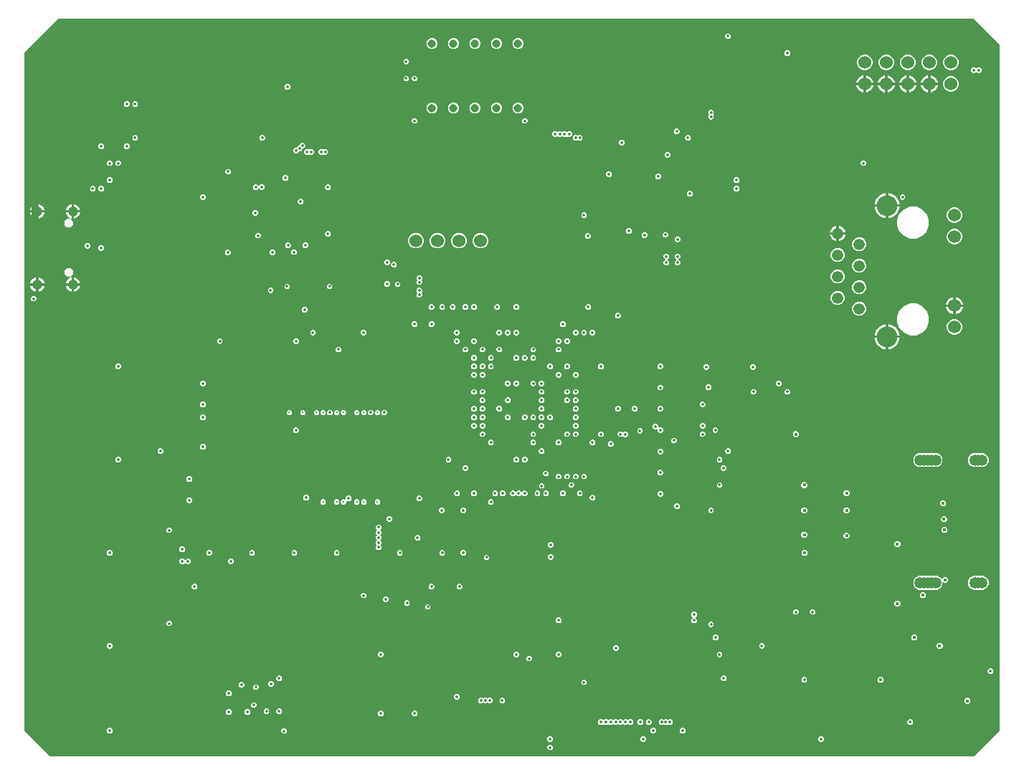
<source format=gbr>
G04 EAGLE Gerber RS-274X export*
G75*
%MOMM*%
%FSLAX34Y34*%
%LPD*%
%INCopper Layer 15*%
%IPPOS*%
%AMOC8*
5,1,8,0,0,1.08239X$1,22.5*%
G01*
%ADD10C,1.335000*%
%ADD11C,1.530000*%
%ADD12C,2.445000*%
%ADD13C,1.524000*%
%ADD14C,0.975000*%
%ADD15C,1.350000*%
%ADD16C,1.200000*%
%ADD17C,0.353200*%
%ADD18C,0.812800*%
%ADD19C,0.508000*%
%ADD20C,0.304800*%
%ADD21C,0.152400*%
%ADD22C,0.254000*%
%ADD23C,0.303200*%
%ADD24C,0.403200*%

G36*
X1140090Y9254D02*
X1140090Y9254D01*
X1140181Y9261D01*
X1140211Y9273D01*
X1140243Y9279D01*
X1140323Y9321D01*
X1140407Y9357D01*
X1140439Y9383D01*
X1140460Y9394D01*
X1140482Y9417D01*
X1140538Y9462D01*
X1170538Y39462D01*
X1170591Y39536D01*
X1170651Y39605D01*
X1170663Y39635D01*
X1170682Y39661D01*
X1170709Y39748D01*
X1170743Y39833D01*
X1170747Y39874D01*
X1170754Y39897D01*
X1170753Y39929D01*
X1170761Y40000D01*
X1170761Y850000D01*
X1170747Y850090D01*
X1170739Y850181D01*
X1170727Y850211D01*
X1170722Y850243D01*
X1170679Y850323D01*
X1170643Y850407D01*
X1170617Y850439D01*
X1170606Y850460D01*
X1170583Y850482D01*
X1170538Y850538D01*
X1140538Y880538D01*
X1140464Y880591D01*
X1140395Y880651D01*
X1140365Y880663D01*
X1140339Y880682D01*
X1140252Y880709D01*
X1140167Y880743D01*
X1140126Y880747D01*
X1140103Y880754D01*
X1140071Y880753D01*
X1140000Y880761D01*
X60000Y880761D01*
X59910Y880747D01*
X59819Y880739D01*
X59789Y880727D01*
X59757Y880722D01*
X59677Y880679D01*
X59593Y880643D01*
X59561Y880617D01*
X59540Y880606D01*
X59518Y880583D01*
X59462Y880538D01*
X19462Y840538D01*
X19409Y840464D01*
X19349Y840395D01*
X19337Y840365D01*
X19318Y840339D01*
X19291Y840252D01*
X19257Y840167D01*
X19253Y840126D01*
X19246Y840103D01*
X19247Y840071D01*
X19239Y840000D01*
X19239Y40000D01*
X19254Y39910D01*
X19261Y39819D01*
X19273Y39789D01*
X19279Y39757D01*
X19321Y39677D01*
X19357Y39593D01*
X19383Y39561D01*
X19394Y39540D01*
X19417Y39518D01*
X19462Y39462D01*
X49462Y9462D01*
X49536Y9409D01*
X49605Y9349D01*
X49635Y9337D01*
X49661Y9318D01*
X49748Y9291D01*
X49833Y9257D01*
X49874Y9253D01*
X49897Y9246D01*
X49929Y9247D01*
X50000Y9239D01*
X1140000Y9239D01*
X1140090Y9254D01*
G37*
%LPC*%
G36*
X1064662Y620959D02*
X1064662Y620959D01*
X1057756Y623820D01*
X1052470Y629106D01*
X1049609Y636012D01*
X1049609Y643488D01*
X1052470Y650394D01*
X1057756Y655680D01*
X1064662Y658541D01*
X1072138Y658541D01*
X1079044Y655680D01*
X1084330Y650394D01*
X1087191Y643488D01*
X1087191Y636012D01*
X1084330Y629106D01*
X1079044Y623820D01*
X1072138Y620959D01*
X1064662Y620959D01*
G37*
%LPD*%
%LPC*%
G36*
X1064662Y506659D02*
X1064662Y506659D01*
X1057756Y509520D01*
X1052470Y514806D01*
X1049609Y521712D01*
X1049609Y529188D01*
X1052470Y536094D01*
X1057756Y541380D01*
X1064662Y544241D01*
X1072138Y544241D01*
X1079044Y541380D01*
X1084330Y536094D01*
X1087191Y529188D01*
X1087191Y521712D01*
X1084330Y514806D01*
X1079044Y509520D01*
X1072138Y506659D01*
X1064662Y506659D01*
G37*
%LPD*%
%LPC*%
G36*
X1075354Y206225D02*
X1075354Y206225D01*
X1072313Y207485D01*
X1069985Y209813D01*
X1068725Y212854D01*
X1068725Y216146D01*
X1069985Y219187D01*
X1072313Y221515D01*
X1075354Y222775D01*
X1078646Y222775D01*
X1078959Y222645D01*
X1079047Y222624D01*
X1079134Y222596D01*
X1079167Y222596D01*
X1079198Y222589D01*
X1079289Y222598D01*
X1079380Y222598D01*
X1079420Y222610D01*
X1079443Y222612D01*
X1079472Y222625D01*
X1079541Y222645D01*
X1079854Y222775D01*
X1083146Y222775D01*
X1083459Y222645D01*
X1083547Y222624D01*
X1083634Y222596D01*
X1083667Y222596D01*
X1083698Y222589D01*
X1083789Y222598D01*
X1083880Y222598D01*
X1083920Y222610D01*
X1083943Y222612D01*
X1083972Y222625D01*
X1084041Y222645D01*
X1084354Y222775D01*
X1087646Y222775D01*
X1087959Y222645D01*
X1088047Y222624D01*
X1088134Y222596D01*
X1088167Y222596D01*
X1088198Y222589D01*
X1088289Y222598D01*
X1088380Y222598D01*
X1088420Y222610D01*
X1088443Y222612D01*
X1088472Y222625D01*
X1088541Y222645D01*
X1088854Y222775D01*
X1092146Y222775D01*
X1092459Y222645D01*
X1092547Y222624D01*
X1092634Y222596D01*
X1092667Y222596D01*
X1092698Y222589D01*
X1092789Y222598D01*
X1092880Y222598D01*
X1092920Y222610D01*
X1092943Y222612D01*
X1092972Y222625D01*
X1093041Y222645D01*
X1093354Y222775D01*
X1096646Y222775D01*
X1099687Y221515D01*
X1101809Y219393D01*
X1101825Y219381D01*
X1101838Y219366D01*
X1101925Y219310D01*
X1102009Y219250D01*
X1102028Y219244D01*
X1102045Y219233D01*
X1102145Y219208D01*
X1102244Y219177D01*
X1102264Y219178D01*
X1102283Y219173D01*
X1102386Y219181D01*
X1102490Y219184D01*
X1102509Y219190D01*
X1102528Y219192D01*
X1102623Y219232D01*
X1102721Y219268D01*
X1102737Y219280D01*
X1102755Y219288D01*
X1102886Y219393D01*
X1105033Y221541D01*
X1107967Y221541D01*
X1110041Y219467D01*
X1110041Y216533D01*
X1107967Y214459D01*
X1105033Y214459D01*
X1104574Y214918D01*
X1104516Y214960D01*
X1104464Y215010D01*
X1104417Y215032D01*
X1104375Y215062D01*
X1104306Y215083D01*
X1104241Y215113D01*
X1104189Y215119D01*
X1104139Y215134D01*
X1104068Y215132D01*
X1103997Y215140D01*
X1103946Y215129D01*
X1103894Y215128D01*
X1103826Y215103D01*
X1103756Y215088D01*
X1103711Y215061D01*
X1103663Y215043D01*
X1103607Y214999D01*
X1103545Y214962D01*
X1103511Y214922D01*
X1103471Y214890D01*
X1103432Y214829D01*
X1103385Y214775D01*
X1103366Y214727D01*
X1103338Y214683D01*
X1103320Y214613D01*
X1103293Y214547D01*
X1103285Y214476D01*
X1103277Y214444D01*
X1103279Y214421D01*
X1103275Y214380D01*
X1103275Y212854D01*
X1102015Y209813D01*
X1099687Y207485D01*
X1096646Y206225D01*
X1093354Y206225D01*
X1093041Y206355D01*
X1092976Y206370D01*
X1092941Y206384D01*
X1092919Y206387D01*
X1092866Y206404D01*
X1092833Y206404D01*
X1092802Y206411D01*
X1092711Y206402D01*
X1092620Y206402D01*
X1092580Y206390D01*
X1092557Y206388D01*
X1092528Y206375D01*
X1092491Y206364D01*
X1092483Y206363D01*
X1092478Y206360D01*
X1092459Y206355D01*
X1092146Y206225D01*
X1088854Y206225D01*
X1088541Y206355D01*
X1088476Y206370D01*
X1088441Y206384D01*
X1088419Y206387D01*
X1088366Y206404D01*
X1088333Y206404D01*
X1088302Y206411D01*
X1088211Y206402D01*
X1088120Y206402D01*
X1088080Y206390D01*
X1088057Y206388D01*
X1088028Y206375D01*
X1087991Y206364D01*
X1087982Y206363D01*
X1087978Y206360D01*
X1087959Y206355D01*
X1087646Y206225D01*
X1084354Y206225D01*
X1084041Y206355D01*
X1083976Y206370D01*
X1083941Y206384D01*
X1083919Y206387D01*
X1083866Y206404D01*
X1083833Y206404D01*
X1083802Y206411D01*
X1083711Y206402D01*
X1083620Y206402D01*
X1083580Y206390D01*
X1083557Y206388D01*
X1083528Y206375D01*
X1083491Y206364D01*
X1083483Y206363D01*
X1083478Y206360D01*
X1083459Y206355D01*
X1083146Y206225D01*
X1079854Y206225D01*
X1079541Y206355D01*
X1079476Y206370D01*
X1079441Y206384D01*
X1079419Y206387D01*
X1079366Y206404D01*
X1079333Y206404D01*
X1079302Y206411D01*
X1079211Y206402D01*
X1079120Y206402D01*
X1079080Y206390D01*
X1079057Y206388D01*
X1079028Y206375D01*
X1078991Y206364D01*
X1078982Y206363D01*
X1078978Y206360D01*
X1078959Y206355D01*
X1078646Y206225D01*
X1075354Y206225D01*
G37*
%LPD*%
%LPC*%
G36*
X1075354Y351225D02*
X1075354Y351225D01*
X1072313Y352485D01*
X1069985Y354813D01*
X1068725Y357854D01*
X1068725Y361146D01*
X1069985Y364187D01*
X1072313Y366515D01*
X1075354Y367775D01*
X1078646Y367775D01*
X1078959Y367645D01*
X1079047Y367624D01*
X1079134Y367596D01*
X1079167Y367596D01*
X1079198Y367589D01*
X1079289Y367598D01*
X1079380Y367598D01*
X1079420Y367610D01*
X1079443Y367612D01*
X1079472Y367625D01*
X1079541Y367645D01*
X1079854Y367775D01*
X1083146Y367775D01*
X1083459Y367645D01*
X1083547Y367624D01*
X1083634Y367596D01*
X1083667Y367596D01*
X1083698Y367589D01*
X1083789Y367598D01*
X1083880Y367598D01*
X1083920Y367610D01*
X1083943Y367612D01*
X1083972Y367625D01*
X1084041Y367645D01*
X1084354Y367775D01*
X1087646Y367775D01*
X1087959Y367645D01*
X1088047Y367624D01*
X1088134Y367596D01*
X1088167Y367596D01*
X1088198Y367589D01*
X1088289Y367598D01*
X1088380Y367598D01*
X1088420Y367610D01*
X1088443Y367612D01*
X1088472Y367625D01*
X1088541Y367645D01*
X1088854Y367775D01*
X1092146Y367775D01*
X1092459Y367645D01*
X1092547Y367624D01*
X1092634Y367596D01*
X1092667Y367596D01*
X1092698Y367589D01*
X1092789Y367598D01*
X1092880Y367598D01*
X1092920Y367610D01*
X1092943Y367612D01*
X1092972Y367625D01*
X1093041Y367645D01*
X1093354Y367775D01*
X1096646Y367775D01*
X1099687Y366515D01*
X1102015Y364187D01*
X1103275Y361146D01*
X1103275Y357854D01*
X1102015Y354813D01*
X1099687Y352485D01*
X1096646Y351225D01*
X1093354Y351225D01*
X1093041Y351355D01*
X1092953Y351376D01*
X1092866Y351404D01*
X1092833Y351404D01*
X1092802Y351411D01*
X1092711Y351402D01*
X1092620Y351402D01*
X1092580Y351390D01*
X1092557Y351388D01*
X1092528Y351375D01*
X1092459Y351355D01*
X1092146Y351225D01*
X1088854Y351225D01*
X1088541Y351355D01*
X1088453Y351376D01*
X1088366Y351404D01*
X1088333Y351404D01*
X1088302Y351411D01*
X1088211Y351402D01*
X1088120Y351402D01*
X1088080Y351390D01*
X1088057Y351388D01*
X1088028Y351375D01*
X1087959Y351355D01*
X1087646Y351225D01*
X1084354Y351225D01*
X1084041Y351355D01*
X1083953Y351376D01*
X1083866Y351404D01*
X1083833Y351404D01*
X1083802Y351411D01*
X1083711Y351402D01*
X1083620Y351402D01*
X1083580Y351390D01*
X1083557Y351388D01*
X1083528Y351375D01*
X1083459Y351355D01*
X1083146Y351225D01*
X1079854Y351225D01*
X1079541Y351355D01*
X1079453Y351376D01*
X1079366Y351404D01*
X1079333Y351404D01*
X1079302Y351411D01*
X1079211Y351402D01*
X1079120Y351402D01*
X1079080Y351390D01*
X1079057Y351388D01*
X1079028Y351375D01*
X1078959Y351355D01*
X1078646Y351225D01*
X1075354Y351225D01*
G37*
%LPD*%
%LPC*%
G36*
X1139854Y351225D02*
X1139854Y351225D01*
X1136813Y352485D01*
X1134485Y354813D01*
X1133225Y357854D01*
X1133225Y361146D01*
X1134485Y364187D01*
X1136813Y366515D01*
X1139854Y367775D01*
X1143146Y367775D01*
X1143209Y367749D01*
X1143297Y367728D01*
X1143384Y367700D01*
X1143417Y367700D01*
X1143448Y367693D01*
X1143539Y367701D01*
X1143630Y367702D01*
X1143670Y367713D01*
X1143693Y367716D01*
X1143722Y367729D01*
X1143791Y367749D01*
X1143854Y367775D01*
X1147146Y367775D01*
X1147209Y367749D01*
X1147297Y367728D01*
X1147384Y367700D01*
X1147417Y367700D01*
X1147448Y367693D01*
X1147539Y367701D01*
X1147630Y367702D01*
X1147670Y367713D01*
X1147693Y367716D01*
X1147722Y367729D01*
X1147791Y367749D01*
X1147854Y367775D01*
X1151146Y367775D01*
X1154187Y366515D01*
X1156515Y364187D01*
X1157775Y361146D01*
X1157775Y357854D01*
X1156515Y354813D01*
X1154187Y352485D01*
X1151146Y351225D01*
X1147854Y351225D01*
X1147791Y351251D01*
X1147703Y351272D01*
X1147616Y351300D01*
X1147583Y351300D01*
X1147552Y351307D01*
X1147461Y351299D01*
X1147370Y351298D01*
X1147330Y351287D01*
X1147307Y351284D01*
X1147278Y351271D01*
X1147209Y351251D01*
X1147146Y351225D01*
X1143854Y351225D01*
X1143791Y351251D01*
X1143703Y351272D01*
X1143616Y351300D01*
X1143583Y351300D01*
X1143552Y351307D01*
X1143461Y351299D01*
X1143370Y351298D01*
X1143330Y351287D01*
X1143307Y351284D01*
X1143278Y351271D01*
X1143209Y351251D01*
X1143146Y351225D01*
X1139854Y351225D01*
G37*
%LPD*%
%LPC*%
G36*
X1139854Y206225D02*
X1139854Y206225D01*
X1136813Y207485D01*
X1134485Y209813D01*
X1133225Y212854D01*
X1133225Y216146D01*
X1134485Y219187D01*
X1136813Y221515D01*
X1139854Y222775D01*
X1143146Y222775D01*
X1143209Y222749D01*
X1143297Y222728D01*
X1143384Y222700D01*
X1143417Y222700D01*
X1143448Y222693D01*
X1143539Y222701D01*
X1143630Y222702D01*
X1143670Y222713D01*
X1143693Y222716D01*
X1143722Y222729D01*
X1143791Y222749D01*
X1143854Y222775D01*
X1147146Y222775D01*
X1147209Y222749D01*
X1147297Y222728D01*
X1147384Y222700D01*
X1147417Y222700D01*
X1147448Y222693D01*
X1147539Y222701D01*
X1147630Y222702D01*
X1147670Y222713D01*
X1147693Y222716D01*
X1147722Y222729D01*
X1147791Y222749D01*
X1147854Y222775D01*
X1151146Y222775D01*
X1154187Y221515D01*
X1156515Y219187D01*
X1157775Y216146D01*
X1157775Y212854D01*
X1156515Y209813D01*
X1154187Y207485D01*
X1151146Y206225D01*
X1147854Y206225D01*
X1147791Y206251D01*
X1147703Y206272D01*
X1147616Y206300D01*
X1147583Y206300D01*
X1147552Y206307D01*
X1147461Y206299D01*
X1147370Y206298D01*
X1147330Y206287D01*
X1147307Y206284D01*
X1147278Y206271D01*
X1147209Y206251D01*
X1147146Y206225D01*
X1143854Y206225D01*
X1143791Y206251D01*
X1143703Y206272D01*
X1143616Y206300D01*
X1143583Y206300D01*
X1143552Y206307D01*
X1143461Y206299D01*
X1143370Y206298D01*
X1143330Y206287D01*
X1143307Y206284D01*
X1143278Y206271D01*
X1143209Y206251D01*
X1143146Y206225D01*
X1139854Y206225D01*
G37*
%LPD*%
%LPC*%
G36*
X1115575Y614275D02*
X1115575Y614275D01*
X1112203Y615672D01*
X1109622Y618253D01*
X1108225Y621625D01*
X1108225Y625275D01*
X1109622Y628647D01*
X1112203Y631228D01*
X1115575Y632625D01*
X1119225Y632625D01*
X1122597Y631228D01*
X1125178Y628647D01*
X1126575Y625275D01*
X1126575Y621625D01*
X1125178Y618253D01*
X1122597Y615672D01*
X1119225Y614275D01*
X1115575Y614275D01*
G37*
%LPD*%
%LPC*%
G36*
X1115575Y639675D02*
X1115575Y639675D01*
X1112203Y641072D01*
X1109622Y643653D01*
X1108225Y647025D01*
X1108225Y650675D01*
X1109622Y654047D01*
X1112203Y656628D01*
X1115575Y658025D01*
X1119225Y658025D01*
X1122597Y656628D01*
X1125178Y654047D01*
X1126575Y650675D01*
X1126575Y647025D01*
X1125178Y643653D01*
X1122597Y641072D01*
X1119225Y639675D01*
X1115575Y639675D01*
G37*
%LPD*%
%LPC*%
G36*
X1115575Y507175D02*
X1115575Y507175D01*
X1112203Y508572D01*
X1109622Y511153D01*
X1108225Y514525D01*
X1108225Y518175D01*
X1109622Y521547D01*
X1112203Y524128D01*
X1115575Y525525D01*
X1119225Y525525D01*
X1122597Y524128D01*
X1125178Y521547D01*
X1126575Y518175D01*
X1126575Y514525D01*
X1125178Y511153D01*
X1122597Y508572D01*
X1119225Y507175D01*
X1115575Y507175D01*
G37*
%LPD*%
%LPC*%
G36*
X1111178Y794449D02*
X1111178Y794449D01*
X1107817Y795841D01*
X1105245Y798414D01*
X1103852Y801775D01*
X1103852Y805413D01*
X1105245Y808774D01*
X1107817Y811346D01*
X1111178Y812739D01*
X1114816Y812739D01*
X1118177Y811346D01*
X1120750Y808774D01*
X1122142Y805413D01*
X1122142Y801775D01*
X1120750Y798414D01*
X1118177Y795841D01*
X1114816Y794449D01*
X1111178Y794449D01*
G37*
%LPD*%
%LPC*%
G36*
X555676Y609363D02*
X555676Y609363D01*
X552315Y610755D01*
X549743Y613328D01*
X548351Y616689D01*
X548351Y620327D01*
X549743Y623688D01*
X552315Y626260D01*
X555676Y627652D01*
X559314Y627652D01*
X562676Y626260D01*
X565248Y623688D01*
X566640Y620327D01*
X566640Y616689D01*
X565248Y613328D01*
X562676Y610755D01*
X559314Y609363D01*
X555676Y609363D01*
G37*
%LPD*%
%LPC*%
G36*
X479476Y609363D02*
X479476Y609363D01*
X476115Y610755D01*
X473543Y613328D01*
X472151Y616689D01*
X472151Y620327D01*
X473543Y623688D01*
X476115Y626260D01*
X479476Y627652D01*
X483114Y627652D01*
X486476Y626260D01*
X489048Y623688D01*
X490440Y620327D01*
X490440Y616689D01*
X489048Y613328D01*
X486476Y610755D01*
X483114Y609363D01*
X479476Y609363D01*
G37*
%LPD*%
%LPC*%
G36*
X530276Y609363D02*
X530276Y609363D01*
X526915Y610755D01*
X524343Y613328D01*
X522951Y616689D01*
X522951Y620327D01*
X524343Y623688D01*
X526915Y626260D01*
X530276Y627652D01*
X533914Y627652D01*
X537276Y626260D01*
X539848Y623688D01*
X541240Y620327D01*
X541240Y616689D01*
X539848Y613328D01*
X537276Y610755D01*
X533914Y609363D01*
X530276Y609363D01*
G37*
%LPD*%
%LPC*%
G36*
X1009578Y819849D02*
X1009578Y819849D01*
X1006217Y821241D01*
X1003645Y823814D01*
X1002252Y827175D01*
X1002252Y830813D01*
X1003645Y834174D01*
X1006217Y836746D01*
X1009578Y838139D01*
X1013216Y838139D01*
X1016577Y836746D01*
X1019150Y834174D01*
X1020542Y830813D01*
X1020542Y827175D01*
X1019150Y823814D01*
X1016577Y821241D01*
X1013216Y819849D01*
X1009578Y819849D01*
G37*
%LPD*%
%LPC*%
G36*
X504876Y609363D02*
X504876Y609363D01*
X501515Y610755D01*
X498943Y613328D01*
X497551Y616689D01*
X497551Y620327D01*
X498943Y623688D01*
X501515Y626260D01*
X504876Y627652D01*
X508514Y627652D01*
X511876Y626260D01*
X514448Y623688D01*
X515840Y620327D01*
X515840Y616689D01*
X514448Y613328D01*
X511876Y610755D01*
X508514Y609363D01*
X504876Y609363D01*
G37*
%LPD*%
%LPC*%
G36*
X1111178Y819849D02*
X1111178Y819849D01*
X1107817Y821241D01*
X1105245Y823814D01*
X1103852Y827175D01*
X1103852Y830813D01*
X1105245Y834174D01*
X1107817Y836746D01*
X1111178Y838139D01*
X1114816Y838139D01*
X1118177Y836746D01*
X1120750Y834174D01*
X1122142Y830813D01*
X1122142Y827175D01*
X1120750Y823814D01*
X1118177Y821241D01*
X1114816Y819849D01*
X1111178Y819849D01*
G37*
%LPD*%
%LPC*%
G36*
X1085778Y819849D02*
X1085778Y819849D01*
X1082417Y821241D01*
X1079845Y823814D01*
X1078452Y827175D01*
X1078452Y830813D01*
X1079845Y834174D01*
X1082417Y836746D01*
X1085778Y838139D01*
X1089416Y838139D01*
X1092777Y836746D01*
X1095350Y834174D01*
X1096742Y830813D01*
X1096742Y827175D01*
X1095350Y823814D01*
X1092777Y821241D01*
X1089416Y819849D01*
X1085778Y819849D01*
G37*
%LPD*%
%LPC*%
G36*
X1060378Y819849D02*
X1060378Y819849D01*
X1057017Y821241D01*
X1054445Y823814D01*
X1053052Y827175D01*
X1053052Y830813D01*
X1054445Y834174D01*
X1057017Y836746D01*
X1060378Y838139D01*
X1064016Y838139D01*
X1067377Y836746D01*
X1069950Y834174D01*
X1071342Y830813D01*
X1071342Y827175D01*
X1069950Y823814D01*
X1067377Y821241D01*
X1064016Y819849D01*
X1060378Y819849D01*
G37*
%LPD*%
%LPC*%
G36*
X1034978Y819849D02*
X1034978Y819849D01*
X1031617Y821241D01*
X1029045Y823814D01*
X1027652Y827175D01*
X1027652Y830813D01*
X1029045Y834174D01*
X1031617Y836746D01*
X1034978Y838139D01*
X1038616Y838139D01*
X1041977Y836746D01*
X1044550Y834174D01*
X1045942Y830813D01*
X1045942Y827175D01*
X1044550Y823814D01*
X1041977Y821241D01*
X1038616Y819849D01*
X1034978Y819849D01*
G37*
%LPD*%
%LPC*%
G36*
X698637Y46709D02*
X698637Y46709D01*
X696709Y48637D01*
X696709Y51363D01*
X698637Y53291D01*
X701363Y53291D01*
X702327Y52327D01*
X702343Y52315D01*
X702356Y52300D01*
X702443Y52244D01*
X702527Y52183D01*
X702546Y52177D01*
X702562Y52167D01*
X702663Y52141D01*
X702762Y52111D01*
X702782Y52111D01*
X702801Y52107D01*
X702904Y52115D01*
X703008Y52117D01*
X703026Y52124D01*
X703046Y52126D01*
X703141Y52166D01*
X703239Y52202D01*
X703254Y52214D01*
X703273Y52222D01*
X703403Y52327D01*
X704502Y53426D01*
X707228Y53426D01*
X708212Y52442D01*
X708228Y52430D01*
X708240Y52415D01*
X708328Y52359D01*
X708411Y52299D01*
X708430Y52293D01*
X708447Y52282D01*
X708548Y52257D01*
X708647Y52226D01*
X708666Y52227D01*
X708686Y52222D01*
X708789Y52230D01*
X708892Y52233D01*
X708911Y52239D01*
X708931Y52241D01*
X709026Y52281D01*
X709123Y52317D01*
X709139Y52330D01*
X709157Y52337D01*
X709288Y52442D01*
X710137Y53291D01*
X712863Y53291D01*
X713827Y52327D01*
X713843Y52315D01*
X713856Y52300D01*
X713943Y52244D01*
X714027Y52183D01*
X714046Y52177D01*
X714062Y52167D01*
X714163Y52141D01*
X714262Y52111D01*
X714282Y52111D01*
X714301Y52107D01*
X714404Y52115D01*
X714508Y52117D01*
X714526Y52124D01*
X714546Y52126D01*
X714641Y52166D01*
X714739Y52202D01*
X714754Y52214D01*
X714773Y52222D01*
X714904Y52327D01*
X716002Y53426D01*
X718728Y53426D01*
X719712Y52442D01*
X719728Y52430D01*
X719740Y52415D01*
X719828Y52359D01*
X719911Y52299D01*
X719930Y52293D01*
X719947Y52282D01*
X720048Y52257D01*
X720147Y52226D01*
X720166Y52227D01*
X720186Y52222D01*
X720289Y52230D01*
X720392Y52233D01*
X720411Y52239D01*
X720431Y52241D01*
X720526Y52281D01*
X720623Y52317D01*
X720639Y52330D01*
X720657Y52337D01*
X720788Y52442D01*
X721637Y53291D01*
X724363Y53291D01*
X725462Y52192D01*
X725478Y52180D01*
X725490Y52165D01*
X725578Y52109D01*
X725661Y52049D01*
X725680Y52043D01*
X725697Y52032D01*
X725798Y52007D01*
X725897Y51976D01*
X725916Y51977D01*
X725936Y51972D01*
X726039Y51980D01*
X726142Y51983D01*
X726161Y51989D01*
X726181Y51991D01*
X726276Y52031D01*
X726373Y52067D01*
X726389Y52079D01*
X726407Y52087D01*
X726538Y52192D01*
X727637Y53291D01*
X730363Y53291D01*
X731327Y52327D01*
X731343Y52315D01*
X731356Y52300D01*
X731443Y52244D01*
X731527Y52183D01*
X731546Y52177D01*
X731562Y52167D01*
X731663Y52141D01*
X731762Y52111D01*
X731782Y52111D01*
X731801Y52107D01*
X731904Y52115D01*
X732008Y52117D01*
X732026Y52124D01*
X732046Y52126D01*
X732141Y52166D01*
X732239Y52202D01*
X732254Y52214D01*
X732273Y52222D01*
X732403Y52327D01*
X733502Y53426D01*
X736228Y53426D01*
X738156Y51498D01*
X738156Y48772D01*
X736228Y46844D01*
X733502Y46844D01*
X732538Y47808D01*
X732522Y47820D01*
X732510Y47835D01*
X732422Y47891D01*
X732339Y47951D01*
X732320Y47957D01*
X732303Y47968D01*
X732202Y47993D01*
X732103Y48024D01*
X732084Y48023D01*
X732064Y48028D01*
X731961Y48020D01*
X731858Y48017D01*
X731839Y48011D01*
X731819Y48009D01*
X731724Y47969D01*
X731627Y47933D01*
X731611Y47921D01*
X731593Y47913D01*
X731462Y47808D01*
X730363Y46709D01*
X727637Y46709D01*
X726538Y47808D01*
X726522Y47820D01*
X726510Y47835D01*
X726422Y47891D01*
X726339Y47951D01*
X726320Y47957D01*
X726303Y47968D01*
X726202Y47993D01*
X726103Y48024D01*
X726084Y48023D01*
X726064Y48028D01*
X725961Y48020D01*
X725858Y48017D01*
X725839Y48011D01*
X725819Y48009D01*
X725724Y47969D01*
X725627Y47933D01*
X725611Y47920D01*
X725593Y47913D01*
X725462Y47808D01*
X724363Y46709D01*
X721637Y46709D01*
X720653Y47693D01*
X720637Y47704D01*
X720625Y47720D01*
X720538Y47776D01*
X720454Y47836D01*
X720435Y47842D01*
X720418Y47853D01*
X720318Y47878D01*
X720219Y47909D01*
X720199Y47908D01*
X720179Y47913D01*
X720076Y47905D01*
X719973Y47902D01*
X719954Y47895D01*
X719934Y47894D01*
X719839Y47853D01*
X719742Y47818D01*
X719726Y47805D01*
X719708Y47798D01*
X719577Y47693D01*
X718728Y46844D01*
X716002Y46844D01*
X715038Y47808D01*
X715022Y47820D01*
X715010Y47835D01*
X714922Y47891D01*
X714839Y47951D01*
X714820Y47957D01*
X714803Y47968D01*
X714702Y47993D01*
X714603Y48024D01*
X714584Y48023D01*
X714564Y48028D01*
X714461Y48020D01*
X714358Y48017D01*
X714339Y48011D01*
X714319Y48009D01*
X714224Y47969D01*
X714127Y47933D01*
X714111Y47920D01*
X714093Y47913D01*
X713962Y47808D01*
X712863Y46709D01*
X710137Y46709D01*
X709153Y47693D01*
X709137Y47704D01*
X709125Y47720D01*
X709038Y47776D01*
X708954Y47836D01*
X708935Y47842D01*
X708918Y47853D01*
X708818Y47878D01*
X708719Y47909D01*
X708699Y47908D01*
X708679Y47913D01*
X708576Y47905D01*
X708473Y47902D01*
X708454Y47895D01*
X708434Y47894D01*
X708339Y47853D01*
X708242Y47818D01*
X708226Y47805D01*
X708208Y47798D01*
X708077Y47693D01*
X707228Y46844D01*
X704502Y46844D01*
X703538Y47808D01*
X703522Y47820D01*
X703510Y47835D01*
X703422Y47891D01*
X703339Y47951D01*
X703320Y47957D01*
X703303Y47968D01*
X703202Y47993D01*
X703103Y48024D01*
X703084Y48023D01*
X703064Y48028D01*
X702961Y48020D01*
X702858Y48017D01*
X702839Y48011D01*
X702819Y48009D01*
X702724Y47969D01*
X702627Y47933D01*
X702611Y47921D01*
X702593Y47913D01*
X702462Y47808D01*
X701363Y46709D01*
X698637Y46709D01*
G37*
%LPD*%
%LPC*%
G36*
X1003269Y529900D02*
X1003269Y529900D01*
X1000255Y531149D01*
X997949Y533455D01*
X996700Y536469D01*
X996700Y539731D01*
X997949Y542745D01*
X1000255Y545051D01*
X1003269Y546300D01*
X1006531Y546300D01*
X1009545Y545051D01*
X1011851Y542745D01*
X1013100Y539731D01*
X1013100Y536469D01*
X1011851Y533455D01*
X1009545Y531149D01*
X1006531Y529900D01*
X1003269Y529900D01*
G37*
%LPD*%
%LPC*%
G36*
X1003269Y606100D02*
X1003269Y606100D01*
X1000255Y607349D01*
X997949Y609655D01*
X996700Y612669D01*
X996700Y615931D01*
X997949Y618945D01*
X1000255Y621251D01*
X1003269Y622500D01*
X1006531Y622500D01*
X1009545Y621251D01*
X1011851Y618945D01*
X1013100Y615931D01*
X1013100Y612669D01*
X1011851Y609655D01*
X1009545Y607349D01*
X1006531Y606100D01*
X1003269Y606100D01*
G37*
%LPD*%
%LPC*%
G36*
X977869Y593400D02*
X977869Y593400D01*
X974855Y594649D01*
X972549Y596955D01*
X971300Y599969D01*
X971300Y603231D01*
X972549Y606245D01*
X974855Y608551D01*
X977869Y609800D01*
X981131Y609800D01*
X984145Y608551D01*
X986451Y606245D01*
X987700Y603231D01*
X987700Y599969D01*
X986451Y596955D01*
X984145Y594649D01*
X981131Y593400D01*
X977869Y593400D01*
G37*
%LPD*%
%LPC*%
G36*
X1003269Y555300D02*
X1003269Y555300D01*
X1000255Y556549D01*
X997949Y558855D01*
X996700Y561869D01*
X996700Y565131D01*
X997949Y568145D01*
X1000255Y570451D01*
X1003269Y571700D01*
X1006531Y571700D01*
X1009545Y570451D01*
X1011851Y568145D01*
X1013100Y565131D01*
X1013100Y561869D01*
X1011851Y558855D01*
X1009545Y556549D01*
X1006531Y555300D01*
X1003269Y555300D01*
G37*
%LPD*%
%LPC*%
G36*
X977869Y568000D02*
X977869Y568000D01*
X974855Y569249D01*
X972549Y571555D01*
X971300Y574569D01*
X971300Y577831D01*
X972549Y580845D01*
X974855Y583151D01*
X977869Y584400D01*
X981131Y584400D01*
X984145Y583151D01*
X986451Y580845D01*
X987700Y577831D01*
X987700Y574569D01*
X986451Y571555D01*
X984145Y569249D01*
X981131Y568000D01*
X977869Y568000D01*
G37*
%LPD*%
%LPC*%
G36*
X1003269Y580700D02*
X1003269Y580700D01*
X1000255Y581949D01*
X997949Y584255D01*
X996700Y587269D01*
X996700Y590531D01*
X997949Y593545D01*
X1000255Y595851D01*
X1003269Y597100D01*
X1006531Y597100D01*
X1009545Y595851D01*
X1011851Y593545D01*
X1013100Y590531D01*
X1013100Y587269D01*
X1011851Y584255D01*
X1009545Y581949D01*
X1006531Y580700D01*
X1003269Y580700D01*
G37*
%LPD*%
%LPC*%
G36*
X977869Y542600D02*
X977869Y542600D01*
X974855Y543849D01*
X972549Y546155D01*
X971300Y549169D01*
X971300Y552431D01*
X972549Y555445D01*
X974855Y557751D01*
X977869Y559000D01*
X981131Y559000D01*
X984145Y557751D01*
X986451Y555445D01*
X987700Y552431D01*
X987700Y549169D01*
X986451Y546155D01*
X984145Y543849D01*
X981131Y542600D01*
X977869Y542600D01*
G37*
%LPD*%
%LPC*%
G36*
X436137Y253209D02*
X436137Y253209D01*
X434209Y255137D01*
X434209Y257863D01*
X435058Y258712D01*
X435070Y258728D01*
X435085Y258740D01*
X435141Y258828D01*
X435201Y258911D01*
X435207Y258930D01*
X435218Y258947D01*
X435243Y259048D01*
X435274Y259147D01*
X435273Y259166D01*
X435278Y259186D01*
X435270Y259289D01*
X435267Y259392D01*
X435261Y259411D01*
X435259Y259431D01*
X435219Y259526D01*
X435183Y259623D01*
X435171Y259639D01*
X435163Y259657D01*
X435058Y259788D01*
X434209Y260637D01*
X434209Y263363D01*
X435308Y264462D01*
X435320Y264478D01*
X435335Y264490D01*
X435391Y264578D01*
X435451Y264661D01*
X435457Y264680D01*
X435468Y264697D01*
X435493Y264798D01*
X435524Y264897D01*
X435523Y264916D01*
X435528Y264936D01*
X435520Y265039D01*
X435517Y265142D01*
X435511Y265161D01*
X435509Y265181D01*
X435469Y265276D01*
X435433Y265373D01*
X435421Y265389D01*
X435413Y265407D01*
X435338Y265501D01*
X435333Y265510D01*
X435327Y265515D01*
X435308Y265538D01*
X434209Y266637D01*
X434209Y269363D01*
X435308Y270462D01*
X435320Y270478D01*
X435335Y270490D01*
X435391Y270578D01*
X435451Y270661D01*
X435457Y270680D01*
X435468Y270697D01*
X435493Y270798D01*
X435524Y270897D01*
X435523Y270916D01*
X435528Y270936D01*
X435520Y271039D01*
X435517Y271142D01*
X435511Y271161D01*
X435509Y271181D01*
X435469Y271276D01*
X435433Y271373D01*
X435421Y271389D01*
X435413Y271407D01*
X435308Y271538D01*
X434209Y272637D01*
X434209Y275363D01*
X435308Y276462D01*
X435320Y276478D01*
X435335Y276490D01*
X435391Y276578D01*
X435451Y276661D01*
X435457Y276680D01*
X435468Y276697D01*
X435493Y276798D01*
X435524Y276897D01*
X435523Y276916D01*
X435528Y276936D01*
X435520Y277039D01*
X435517Y277142D01*
X435511Y277161D01*
X435509Y277181D01*
X435469Y277276D01*
X435433Y277373D01*
X435420Y277389D01*
X435413Y277407D01*
X435308Y277538D01*
X434209Y278637D01*
X434209Y281363D01*
X436137Y283291D01*
X438863Y283291D01*
X440791Y281363D01*
X440791Y278637D01*
X439692Y277538D01*
X439680Y277522D01*
X439665Y277510D01*
X439609Y277422D01*
X439549Y277339D01*
X439543Y277320D01*
X439532Y277303D01*
X439507Y277202D01*
X439476Y277103D01*
X439477Y277084D01*
X439472Y277064D01*
X439480Y276961D01*
X439483Y276858D01*
X439489Y276839D01*
X439491Y276819D01*
X439531Y276724D01*
X439567Y276627D01*
X439579Y276611D01*
X439587Y276593D01*
X439692Y276462D01*
X440791Y275363D01*
X440791Y272637D01*
X439692Y271538D01*
X439680Y271522D01*
X439665Y271510D01*
X439609Y271422D01*
X439549Y271339D01*
X439543Y271320D01*
X439532Y271303D01*
X439507Y271202D01*
X439476Y271103D01*
X439477Y271084D01*
X439472Y271064D01*
X439480Y270961D01*
X439483Y270858D01*
X439489Y270839D01*
X439491Y270819D01*
X439531Y270724D01*
X439567Y270627D01*
X439580Y270611D01*
X439587Y270593D01*
X439692Y270462D01*
X440791Y269363D01*
X440791Y266637D01*
X439692Y265538D01*
X439680Y265522D01*
X439665Y265510D01*
X439635Y265463D01*
X439620Y265447D01*
X439607Y265420D01*
X439549Y265339D01*
X439543Y265320D01*
X439532Y265303D01*
X439507Y265202D01*
X439476Y265103D01*
X439477Y265084D01*
X439472Y265064D01*
X439480Y264961D01*
X439483Y264858D01*
X439489Y264839D01*
X439491Y264819D01*
X439531Y264724D01*
X439567Y264627D01*
X439580Y264611D01*
X439587Y264593D01*
X439692Y264462D01*
X440791Y263363D01*
X440791Y260637D01*
X439942Y259788D01*
X439930Y259772D01*
X439915Y259760D01*
X439859Y259672D01*
X439799Y259589D01*
X439793Y259570D01*
X439782Y259553D01*
X439757Y259452D01*
X439726Y259353D01*
X439727Y259334D01*
X439722Y259314D01*
X439730Y259211D01*
X439733Y259108D01*
X439739Y259089D01*
X439741Y259069D01*
X439781Y258974D01*
X439817Y258877D01*
X439830Y258861D01*
X439837Y258843D01*
X439942Y258712D01*
X440791Y257863D01*
X440791Y255137D01*
X438863Y253209D01*
X436137Y253209D01*
G37*
%LPD*%
%LPC*%
G36*
X650002Y741074D02*
X650002Y741074D01*
X648904Y742173D01*
X648887Y742185D01*
X648875Y742200D01*
X648788Y742256D01*
X648704Y742317D01*
X648685Y742323D01*
X648668Y742333D01*
X648568Y742359D01*
X648469Y742389D01*
X648449Y742389D01*
X648429Y742393D01*
X648326Y742385D01*
X648223Y742383D01*
X648204Y742376D01*
X648184Y742374D01*
X648089Y742334D01*
X647992Y742298D01*
X647976Y742286D01*
X647958Y742278D01*
X647827Y742173D01*
X646863Y741209D01*
X644137Y741209D01*
X642209Y743137D01*
X642209Y745863D01*
X644137Y747791D01*
X646863Y747791D01*
X647962Y746692D01*
X647978Y746680D01*
X647990Y746665D01*
X648078Y746609D01*
X648161Y746549D01*
X648180Y746543D01*
X648197Y746532D01*
X648298Y746507D01*
X648397Y746476D01*
X648416Y746477D01*
X648436Y746472D01*
X648539Y746480D01*
X648642Y746483D01*
X648661Y746489D01*
X648681Y746491D01*
X648776Y746531D01*
X648873Y746567D01*
X648889Y746579D01*
X648907Y746587D01*
X649038Y746692D01*
X650002Y747656D01*
X652728Y747656D01*
X653577Y746807D01*
X653593Y746796D01*
X653606Y746780D01*
X653693Y746724D01*
X653777Y746664D01*
X653796Y746658D01*
X653812Y746647D01*
X653913Y746622D01*
X654012Y746591D01*
X654032Y746592D01*
X654051Y746587D01*
X654154Y746595D01*
X654258Y746598D01*
X654276Y746605D01*
X654296Y746606D01*
X654391Y746647D01*
X654489Y746682D01*
X654504Y746695D01*
X654523Y746702D01*
X654653Y746807D01*
X655617Y747771D01*
X658344Y747771D01*
X659192Y746923D01*
X659208Y746911D01*
X659221Y746895D01*
X659308Y746839D01*
X659392Y746779D01*
X659411Y746773D01*
X659428Y746762D01*
X659528Y746737D01*
X659627Y746707D01*
X659647Y746707D01*
X659666Y746702D01*
X659769Y746710D01*
X659873Y746713D01*
X659892Y746720D01*
X659911Y746721D01*
X660006Y746762D01*
X660104Y746797D01*
X660120Y746810D01*
X660138Y746818D01*
X660269Y746923D01*
X661233Y747886D01*
X663959Y747886D01*
X665886Y745959D01*
X665886Y743233D01*
X663959Y741305D01*
X661233Y741305D01*
X660384Y742154D01*
X660368Y742165D01*
X660355Y742181D01*
X660268Y742237D01*
X660184Y742297D01*
X660165Y742303D01*
X660148Y742314D01*
X660048Y742339D01*
X659949Y742369D01*
X659929Y742369D01*
X659910Y742374D01*
X659807Y742366D01*
X659703Y742363D01*
X659684Y742356D01*
X659665Y742355D01*
X659570Y742314D01*
X659472Y742279D01*
X659457Y742266D01*
X659438Y742258D01*
X659307Y742154D01*
X658344Y741190D01*
X655617Y741190D01*
X654769Y742038D01*
X654753Y742050D01*
X654740Y742066D01*
X654653Y742122D01*
X654569Y742182D01*
X654550Y742188D01*
X654533Y742199D01*
X654433Y742224D01*
X654334Y742254D01*
X654314Y742254D01*
X654295Y742259D01*
X654192Y742251D01*
X654088Y742248D01*
X654069Y742241D01*
X654049Y742239D01*
X653955Y742199D01*
X653857Y742163D01*
X653841Y742151D01*
X653823Y742143D01*
X653692Y742038D01*
X652728Y741074D01*
X650002Y741074D01*
G37*
%LPD*%
%LPC*%
G36*
X600827Y844900D02*
X600827Y844900D01*
X598475Y845875D01*
X596675Y847675D01*
X595700Y850027D01*
X595700Y852573D01*
X596675Y854925D01*
X598475Y856725D01*
X600827Y857700D01*
X603373Y857700D01*
X605725Y856725D01*
X607525Y854925D01*
X608500Y852573D01*
X608500Y850027D01*
X607525Y847675D01*
X605725Y845875D01*
X603373Y844900D01*
X600827Y844900D01*
G37*
%LPD*%
%LPC*%
G36*
X575427Y844900D02*
X575427Y844900D01*
X573075Y845875D01*
X571275Y847675D01*
X570300Y850027D01*
X570300Y852573D01*
X571275Y854925D01*
X573075Y856725D01*
X575427Y857700D01*
X577973Y857700D01*
X580325Y856725D01*
X582125Y854925D01*
X583100Y852573D01*
X583100Y850027D01*
X582125Y847675D01*
X580325Y845875D01*
X577973Y844900D01*
X575427Y844900D01*
G37*
%LPD*%
%LPC*%
G36*
X550027Y844900D02*
X550027Y844900D01*
X547675Y845875D01*
X545875Y847675D01*
X544900Y850027D01*
X544900Y852573D01*
X545875Y854925D01*
X547675Y856725D01*
X550027Y857700D01*
X552573Y857700D01*
X554925Y856725D01*
X556725Y854925D01*
X557700Y852573D01*
X557700Y850027D01*
X556725Y847675D01*
X554925Y845875D01*
X552573Y844900D01*
X550027Y844900D01*
G37*
%LPD*%
%LPC*%
G36*
X524627Y844900D02*
X524627Y844900D01*
X522275Y845875D01*
X520475Y847675D01*
X519500Y850027D01*
X519500Y852573D01*
X520475Y854925D01*
X522275Y856725D01*
X524627Y857700D01*
X527173Y857700D01*
X529525Y856725D01*
X531325Y854925D01*
X532300Y852573D01*
X532300Y850027D01*
X531325Y847675D01*
X529525Y845875D01*
X527173Y844900D01*
X524627Y844900D01*
G37*
%LPD*%
%LPC*%
G36*
X499227Y844900D02*
X499227Y844900D01*
X496875Y845875D01*
X495075Y847675D01*
X494100Y850027D01*
X494100Y852573D01*
X495075Y854925D01*
X496875Y856725D01*
X499227Y857700D01*
X501773Y857700D01*
X504125Y856725D01*
X505925Y854925D01*
X506900Y852573D01*
X506900Y850027D01*
X505925Y847675D01*
X504125Y845875D01*
X501773Y844900D01*
X499227Y844900D01*
G37*
%LPD*%
%LPC*%
G36*
X600827Y768700D02*
X600827Y768700D01*
X598475Y769675D01*
X596675Y771475D01*
X595700Y773827D01*
X595700Y776373D01*
X596675Y778725D01*
X598475Y780525D01*
X600827Y781500D01*
X603373Y781500D01*
X605725Y780525D01*
X607525Y778725D01*
X608500Y776373D01*
X608500Y773827D01*
X607525Y771475D01*
X605725Y769675D01*
X603373Y768700D01*
X600827Y768700D01*
G37*
%LPD*%
%LPC*%
G36*
X575427Y768700D02*
X575427Y768700D01*
X573075Y769675D01*
X571275Y771475D01*
X570300Y773827D01*
X570300Y776373D01*
X571275Y778725D01*
X573075Y780525D01*
X575427Y781500D01*
X577973Y781500D01*
X580325Y780525D01*
X582125Y778725D01*
X583100Y776373D01*
X583100Y773827D01*
X582125Y771475D01*
X580325Y769675D01*
X577973Y768700D01*
X575427Y768700D01*
G37*
%LPD*%
%LPC*%
G36*
X550027Y768700D02*
X550027Y768700D01*
X547675Y769675D01*
X545875Y771475D01*
X544900Y773827D01*
X544900Y776373D01*
X545875Y778725D01*
X547675Y780525D01*
X550027Y781500D01*
X552573Y781500D01*
X554925Y780525D01*
X556725Y778725D01*
X557700Y776373D01*
X557700Y773827D01*
X556725Y771475D01*
X554925Y769675D01*
X552573Y768700D01*
X550027Y768700D01*
G37*
%LPD*%
%LPC*%
G36*
X499227Y768700D02*
X499227Y768700D01*
X496875Y769675D01*
X495075Y771475D01*
X494100Y773827D01*
X494100Y776373D01*
X495075Y778725D01*
X496875Y780525D01*
X499227Y781500D01*
X501773Y781500D01*
X504125Y780525D01*
X505925Y778725D01*
X506900Y776373D01*
X506900Y773827D01*
X505925Y771475D01*
X504125Y769675D01*
X501773Y768700D01*
X499227Y768700D01*
G37*
%LPD*%
%LPC*%
G36*
X524627Y768700D02*
X524627Y768700D01*
X522275Y769675D01*
X520475Y771475D01*
X519500Y773827D01*
X519500Y776373D01*
X520475Y778725D01*
X522275Y780525D01*
X524627Y781500D01*
X527173Y781500D01*
X529525Y780525D01*
X531325Y778725D01*
X532300Y776373D01*
X532300Y773827D01*
X531325Y771475D01*
X529525Y769675D01*
X527173Y768700D01*
X524627Y768700D01*
G37*
%LPD*%
%LPC*%
G36*
X1039423Y506673D02*
X1039423Y506673D01*
X1039423Y519859D01*
X1041358Y519552D01*
X1043568Y518834D01*
X1045639Y517779D01*
X1047519Y516413D01*
X1049163Y514769D01*
X1050529Y512889D01*
X1051584Y510818D01*
X1052302Y508608D01*
X1052609Y506673D01*
X1039423Y506673D01*
G37*
%LPD*%
%LPC*%
G36*
X1039423Y661573D02*
X1039423Y661573D01*
X1039423Y674759D01*
X1041358Y674452D01*
X1043568Y673734D01*
X1045639Y672679D01*
X1047519Y671313D01*
X1049163Y669669D01*
X1050529Y667789D01*
X1051584Y665718D01*
X1052302Y663508D01*
X1052609Y661573D01*
X1039423Y661573D01*
G37*
%LPD*%
%LPC*%
G36*
X1039423Y658527D02*
X1039423Y658527D01*
X1052609Y658527D01*
X1052302Y656592D01*
X1051584Y654382D01*
X1050529Y652311D01*
X1049163Y650431D01*
X1047519Y648787D01*
X1045639Y647421D01*
X1043568Y646366D01*
X1041358Y645648D01*
X1039423Y645341D01*
X1039423Y658527D01*
G37*
%LPD*%
%LPC*%
G36*
X1039423Y503627D02*
X1039423Y503627D01*
X1052609Y503627D01*
X1052302Y501692D01*
X1051584Y499482D01*
X1050529Y497411D01*
X1049163Y495531D01*
X1047519Y493887D01*
X1045639Y492521D01*
X1043568Y491466D01*
X1041358Y490748D01*
X1039423Y490441D01*
X1039423Y503627D01*
G37*
%LPD*%
%LPC*%
G36*
X1023191Y661573D02*
X1023191Y661573D01*
X1023498Y663508D01*
X1024216Y665718D01*
X1025271Y667789D01*
X1026637Y669669D01*
X1028281Y671313D01*
X1030161Y672679D01*
X1032232Y673734D01*
X1034442Y674452D01*
X1036377Y674759D01*
X1036377Y661573D01*
X1023191Y661573D01*
G37*
%LPD*%
%LPC*%
G36*
X1023191Y506673D02*
X1023191Y506673D01*
X1023498Y508608D01*
X1024216Y510818D01*
X1025271Y512889D01*
X1026637Y514769D01*
X1028281Y516413D01*
X1030161Y517779D01*
X1032232Y518834D01*
X1034442Y519552D01*
X1036377Y519859D01*
X1036377Y506673D01*
X1023191Y506673D01*
G37*
%LPD*%
%LPC*%
G36*
X1034442Y645648D02*
X1034442Y645648D01*
X1032232Y646366D01*
X1030161Y647421D01*
X1028281Y648787D01*
X1026637Y650431D01*
X1025271Y652311D01*
X1024216Y654382D01*
X1023498Y656592D01*
X1023191Y658527D01*
X1036377Y658527D01*
X1036377Y645341D01*
X1034442Y645648D01*
G37*
%LPD*%
%LPC*%
G36*
X1034442Y490748D02*
X1034442Y490748D01*
X1032232Y491466D01*
X1030161Y492521D01*
X1028281Y493887D01*
X1026637Y495531D01*
X1025271Y497411D01*
X1024216Y499482D01*
X1023498Y501692D01*
X1023191Y503627D01*
X1036377Y503627D01*
X1036377Y490441D01*
X1034442Y490748D01*
G37*
%LPD*%
%LPC*%
G36*
X68095Y568323D02*
X68095Y568323D01*
X68287Y569291D01*
X68931Y570846D01*
X69866Y572244D01*
X71056Y573434D01*
X72455Y574369D01*
X72759Y574495D01*
X72841Y574546D01*
X72927Y574592D01*
X72945Y574611D01*
X72968Y574624D01*
X73030Y574699D01*
X73097Y574770D01*
X73108Y574794D01*
X73125Y574814D01*
X73159Y574905D01*
X73200Y574993D01*
X73203Y575019D01*
X73213Y575043D01*
X73217Y575141D01*
X73228Y575237D01*
X73222Y575263D01*
X73223Y575289D01*
X73196Y575383D01*
X73175Y575478D01*
X73162Y575500D01*
X73155Y575525D01*
X73099Y575605D01*
X73049Y575689D01*
X73029Y575706D01*
X73014Y575727D01*
X72936Y575785D01*
X72862Y575849D01*
X72838Y575859D01*
X72817Y575874D01*
X72725Y575904D01*
X72634Y575941D01*
X72602Y575944D01*
X72583Y575950D01*
X72550Y575950D01*
X72467Y575959D01*
X69412Y575959D01*
X66459Y578912D01*
X66459Y583088D01*
X69412Y586041D01*
X73588Y586041D01*
X76541Y583088D01*
X76541Y578912D01*
X74076Y576447D01*
X74063Y576429D01*
X74045Y576414D01*
X73991Y576329D01*
X73933Y576248D01*
X73926Y576226D01*
X73913Y576206D01*
X73890Y576109D01*
X73860Y576013D01*
X73861Y575990D01*
X73855Y575967D01*
X73864Y575867D01*
X73867Y575767D01*
X73874Y575745D01*
X73876Y575722D01*
X73916Y575630D01*
X73951Y575536D01*
X73965Y575518D01*
X73975Y575497D01*
X74042Y575422D01*
X74105Y575344D01*
X74124Y575331D01*
X74140Y575314D01*
X74227Y575265D01*
X74312Y575211D01*
X74334Y575205D01*
X74354Y575194D01*
X74453Y575175D01*
X74550Y575151D01*
X74573Y575152D01*
X74596Y575148D01*
X74763Y575163D01*
X74977Y575205D01*
X74977Y568323D01*
X68095Y568323D01*
G37*
%LPD*%
%LPC*%
G36*
X69412Y633959D02*
X69412Y633959D01*
X66459Y636912D01*
X66459Y641088D01*
X69412Y644041D01*
X72467Y644041D01*
X72563Y644056D01*
X72660Y644066D01*
X72684Y644076D01*
X72710Y644080D01*
X72796Y644126D01*
X72885Y644166D01*
X72904Y644183D01*
X72928Y644196D01*
X72994Y644266D01*
X73066Y644332D01*
X73079Y644355D01*
X73097Y644374D01*
X73138Y644462D01*
X73185Y644548D01*
X73189Y644573D01*
X73201Y644597D01*
X73211Y644694D01*
X73229Y644790D01*
X73225Y644816D01*
X73228Y644841D01*
X73207Y644937D01*
X73193Y645033D01*
X73181Y645056D01*
X73175Y645082D01*
X73125Y645165D01*
X73081Y645252D01*
X73063Y645271D01*
X73049Y645293D01*
X72975Y645356D01*
X72906Y645424D01*
X72877Y645440D01*
X72862Y645453D01*
X72831Y645465D01*
X72759Y645505D01*
X72455Y645631D01*
X71056Y646566D01*
X69866Y647756D01*
X68931Y649154D01*
X68287Y650709D01*
X68095Y651677D01*
X74977Y651677D01*
X74977Y644795D01*
X74763Y644837D01*
X74740Y644838D01*
X74718Y644845D01*
X74617Y644842D01*
X74517Y644846D01*
X74495Y644839D01*
X74472Y644839D01*
X74378Y644804D01*
X74281Y644775D01*
X74263Y644762D01*
X74241Y644754D01*
X74163Y644691D01*
X74080Y644634D01*
X74067Y644615D01*
X74049Y644601D01*
X73994Y644516D01*
X73935Y644435D01*
X73928Y644413D01*
X73916Y644394D01*
X73891Y644296D01*
X73861Y644200D01*
X73861Y644177D01*
X73856Y644155D01*
X73864Y644055D01*
X73865Y643955D01*
X73873Y643933D01*
X73875Y643910D01*
X73914Y643818D01*
X73948Y643723D01*
X73962Y643705D01*
X73971Y643684D01*
X74076Y643553D01*
X76541Y641088D01*
X76541Y636912D01*
X73588Y633959D01*
X69412Y633959D01*
G37*
%LPD*%
%LPC*%
G36*
X594637Y316709D02*
X594637Y316709D01*
X592709Y318637D01*
X592709Y321363D01*
X594637Y323291D01*
X597363Y323291D01*
X598962Y321692D01*
X598978Y321680D01*
X598990Y321665D01*
X599078Y321609D01*
X599161Y321549D01*
X599180Y321543D01*
X599197Y321532D01*
X599298Y321507D01*
X599397Y321476D01*
X599416Y321477D01*
X599436Y321472D01*
X599539Y321480D01*
X599642Y321483D01*
X599661Y321489D01*
X599681Y321491D01*
X599776Y321531D01*
X599873Y321567D01*
X599889Y321579D01*
X599907Y321587D01*
X600038Y321692D01*
X601637Y323291D01*
X604363Y323291D01*
X605962Y321692D01*
X605978Y321680D01*
X605990Y321665D01*
X606078Y321609D01*
X606161Y321549D01*
X606180Y321543D01*
X606197Y321532D01*
X606298Y321507D01*
X606397Y321476D01*
X606416Y321477D01*
X606436Y321472D01*
X606539Y321480D01*
X606642Y321483D01*
X606661Y321489D01*
X606681Y321491D01*
X606776Y321531D01*
X606873Y321567D01*
X606889Y321580D01*
X606907Y321587D01*
X607038Y321692D01*
X608637Y323291D01*
X611363Y323291D01*
X613291Y321363D01*
X613291Y318637D01*
X611363Y316709D01*
X608637Y316709D01*
X607038Y318308D01*
X607022Y318320D01*
X607010Y318335D01*
X606922Y318391D01*
X606839Y318451D01*
X606820Y318457D01*
X606803Y318468D01*
X606702Y318493D01*
X606603Y318524D01*
X606584Y318523D01*
X606564Y318528D01*
X606461Y318520D01*
X606358Y318517D01*
X606339Y318511D01*
X606319Y318509D01*
X606224Y318469D01*
X606127Y318433D01*
X606111Y318421D01*
X606093Y318413D01*
X605962Y318308D01*
X604363Y316709D01*
X601637Y316709D01*
X600038Y318308D01*
X600022Y318320D01*
X600010Y318335D01*
X599922Y318391D01*
X599839Y318451D01*
X599820Y318457D01*
X599803Y318468D01*
X599702Y318493D01*
X599603Y318524D01*
X599584Y318523D01*
X599564Y318528D01*
X599461Y318520D01*
X599358Y318517D01*
X599339Y318511D01*
X599319Y318509D01*
X599224Y318469D01*
X599127Y318433D01*
X599111Y318420D01*
X599093Y318413D01*
X598962Y318308D01*
X597363Y316709D01*
X594637Y316709D01*
G37*
%LPD*%
%LPC*%
G36*
X770137Y46709D02*
X770137Y46709D01*
X768209Y48637D01*
X768209Y51363D01*
X770137Y53291D01*
X772863Y53291D01*
X773490Y52664D01*
X773506Y52652D01*
X773518Y52637D01*
X773606Y52581D01*
X773689Y52521D01*
X773708Y52515D01*
X773725Y52504D01*
X773826Y52479D01*
X773925Y52448D01*
X773944Y52449D01*
X773964Y52444D01*
X774067Y52452D01*
X774170Y52455D01*
X774189Y52461D01*
X774209Y52463D01*
X774304Y52503D01*
X774401Y52539D01*
X774417Y52551D01*
X774435Y52559D01*
X774566Y52664D01*
X775193Y53291D01*
X777919Y53291D01*
X778546Y52664D01*
X778562Y52652D01*
X778574Y52637D01*
X778662Y52581D01*
X778745Y52521D01*
X778764Y52515D01*
X778781Y52504D01*
X778882Y52479D01*
X778981Y52448D01*
X779000Y52449D01*
X779020Y52444D01*
X779123Y52452D01*
X779226Y52455D01*
X779245Y52461D01*
X779265Y52463D01*
X779360Y52503D01*
X779457Y52539D01*
X779473Y52552D01*
X779491Y52559D01*
X779622Y52664D01*
X780249Y53291D01*
X782975Y53291D01*
X784903Y51363D01*
X784903Y48637D01*
X782975Y46709D01*
X780249Y46709D01*
X779622Y47336D01*
X779606Y47348D01*
X779594Y47363D01*
X779506Y47419D01*
X779423Y47479D01*
X779404Y47485D01*
X779387Y47496D01*
X779286Y47521D01*
X779187Y47552D01*
X779168Y47551D01*
X779148Y47556D01*
X779045Y47548D01*
X778942Y47545D01*
X778923Y47539D01*
X778903Y47537D01*
X778808Y47497D01*
X778711Y47461D01*
X778695Y47449D01*
X778677Y47441D01*
X778546Y47336D01*
X777919Y46709D01*
X775193Y46709D01*
X774566Y47336D01*
X774550Y47348D01*
X774538Y47363D01*
X774450Y47419D01*
X774367Y47479D01*
X774348Y47485D01*
X774331Y47496D01*
X774230Y47521D01*
X774131Y47552D01*
X774112Y47551D01*
X774092Y47556D01*
X773989Y47548D01*
X773886Y47545D01*
X773867Y47539D01*
X773847Y47537D01*
X773752Y47497D01*
X773655Y47461D01*
X773639Y47448D01*
X773621Y47441D01*
X773490Y47336D01*
X772863Y46709D01*
X770137Y46709D01*
G37*
%LPD*%
%LPC*%
G36*
X557137Y72209D02*
X557137Y72209D01*
X555209Y74137D01*
X555209Y76863D01*
X557137Y78791D01*
X559863Y78791D01*
X560490Y78164D01*
X560506Y78152D01*
X560518Y78137D01*
X560606Y78081D01*
X560689Y78021D01*
X560708Y78015D01*
X560725Y78004D01*
X560826Y77979D01*
X560925Y77948D01*
X560944Y77949D01*
X560964Y77944D01*
X561067Y77952D01*
X561170Y77955D01*
X561189Y77961D01*
X561209Y77963D01*
X561304Y78003D01*
X561401Y78039D01*
X561417Y78052D01*
X561435Y78059D01*
X561566Y78164D01*
X562193Y78791D01*
X564919Y78791D01*
X565546Y78164D01*
X565562Y78152D01*
X565574Y78137D01*
X565662Y78081D01*
X565745Y78021D01*
X565764Y78015D01*
X565781Y78004D01*
X565882Y77979D01*
X565981Y77948D01*
X566000Y77949D01*
X566020Y77944D01*
X566123Y77952D01*
X566226Y77955D01*
X566245Y77961D01*
X566265Y77963D01*
X566360Y78003D01*
X566457Y78039D01*
X566473Y78052D01*
X566491Y78059D01*
X566622Y78164D01*
X567249Y78791D01*
X569975Y78791D01*
X571903Y76863D01*
X571903Y74137D01*
X569975Y72209D01*
X567249Y72209D01*
X566622Y72836D01*
X566606Y72848D01*
X566594Y72863D01*
X566506Y72919D01*
X566423Y72979D01*
X566404Y72985D01*
X566387Y72996D01*
X566286Y73021D01*
X566187Y73052D01*
X566168Y73051D01*
X566148Y73056D01*
X566045Y73048D01*
X565942Y73045D01*
X565923Y73039D01*
X565903Y73037D01*
X565808Y72997D01*
X565711Y72961D01*
X565695Y72949D01*
X565677Y72941D01*
X565546Y72836D01*
X564919Y72209D01*
X562193Y72209D01*
X561566Y72836D01*
X561550Y72848D01*
X561538Y72863D01*
X561450Y72919D01*
X561367Y72979D01*
X561348Y72985D01*
X561331Y72996D01*
X561230Y73021D01*
X561131Y73052D01*
X561112Y73051D01*
X561092Y73056D01*
X560989Y73048D01*
X560886Y73045D01*
X560867Y73039D01*
X560847Y73037D01*
X560752Y72997D01*
X560655Y72961D01*
X560639Y72949D01*
X560621Y72941D01*
X560490Y72836D01*
X559863Y72209D01*
X557137Y72209D01*
G37*
%LPD*%
%LPC*%
G36*
X338637Y721709D02*
X338637Y721709D01*
X336709Y723637D01*
X336709Y726363D01*
X338637Y728291D01*
X339948Y728291D01*
X339968Y728294D01*
X339987Y728292D01*
X340089Y728314D01*
X340191Y728330D01*
X340208Y728340D01*
X340228Y728344D01*
X340317Y728397D01*
X340408Y728446D01*
X340422Y728460D01*
X340439Y728470D01*
X340506Y728549D01*
X340578Y728624D01*
X340586Y728642D01*
X340599Y728657D01*
X340638Y728753D01*
X340671Y728825D01*
X342637Y730791D01*
X343448Y730791D01*
X343468Y730794D01*
X343487Y730792D01*
X343589Y730814D01*
X343691Y730830D01*
X343708Y730840D01*
X343728Y730844D01*
X343817Y730897D01*
X343908Y730946D01*
X343922Y730960D01*
X343939Y730970D01*
X344006Y731049D01*
X344078Y731124D01*
X344086Y731142D01*
X344099Y731157D01*
X344138Y731253D01*
X344181Y731347D01*
X344183Y731367D01*
X344191Y731385D01*
X344209Y731552D01*
X344209Y732045D01*
X346137Y733973D01*
X348863Y733973D01*
X350791Y732045D01*
X350791Y729319D01*
X348863Y727391D01*
X348052Y727391D01*
X348032Y727388D01*
X348013Y727390D01*
X347911Y727368D01*
X347809Y727352D01*
X347792Y727342D01*
X347772Y727338D01*
X347683Y727285D01*
X347592Y727236D01*
X347578Y727222D01*
X347561Y727212D01*
X347494Y727133D01*
X347422Y727058D01*
X347414Y727040D01*
X347401Y727025D01*
X347362Y726929D01*
X347319Y726835D01*
X347317Y726815D01*
X347309Y726797D01*
X347291Y726630D01*
X347291Y726137D01*
X345363Y724209D01*
X344052Y724209D01*
X344032Y724206D01*
X344013Y724208D01*
X343911Y724186D01*
X343809Y724170D01*
X343792Y724160D01*
X343772Y724156D01*
X343683Y724103D01*
X343592Y724054D01*
X343578Y724040D01*
X343561Y724030D01*
X343494Y723951D01*
X343422Y723876D01*
X343414Y723858D01*
X343401Y723843D01*
X343362Y723747D01*
X343329Y723675D01*
X341363Y721709D01*
X338637Y721709D01*
G37*
%LPD*%
%LPC*%
G36*
X788989Y589209D02*
X788989Y589209D01*
X787061Y591137D01*
X787061Y593863D01*
X788910Y595712D01*
X788922Y595728D01*
X788937Y595740D01*
X788993Y595828D01*
X789053Y595911D01*
X789059Y595930D01*
X789070Y595947D01*
X789095Y596048D01*
X789126Y596147D01*
X789125Y596166D01*
X789130Y596186D01*
X789122Y596289D01*
X789119Y596392D01*
X789113Y596411D01*
X789111Y596431D01*
X789071Y596526D01*
X789035Y596623D01*
X789022Y596639D01*
X789015Y596657D01*
X788910Y596788D01*
X787061Y598637D01*
X787061Y601363D01*
X788989Y603291D01*
X791715Y603291D01*
X793643Y601363D01*
X793643Y598637D01*
X791794Y596788D01*
X791782Y596772D01*
X791767Y596760D01*
X791711Y596672D01*
X791651Y596589D01*
X791645Y596570D01*
X791634Y596553D01*
X791609Y596452D01*
X791578Y596353D01*
X791579Y596334D01*
X791574Y596314D01*
X791582Y596211D01*
X791585Y596108D01*
X791591Y596089D01*
X791593Y596069D01*
X791633Y595974D01*
X791669Y595877D01*
X791681Y595861D01*
X791689Y595843D01*
X791794Y595712D01*
X793643Y593863D01*
X793643Y591137D01*
X791715Y589209D01*
X788989Y589209D01*
G37*
%LPD*%
%LPC*%
G36*
X775885Y589209D02*
X775885Y589209D01*
X773957Y591137D01*
X773957Y593863D01*
X775806Y595712D01*
X775818Y595728D01*
X775833Y595740D01*
X775889Y595828D01*
X775949Y595911D01*
X775955Y595930D01*
X775966Y595947D01*
X775991Y596048D01*
X776022Y596147D01*
X776021Y596166D01*
X776026Y596186D01*
X776018Y596289D01*
X776015Y596392D01*
X776009Y596411D01*
X776007Y596431D01*
X775967Y596526D01*
X775931Y596623D01*
X775918Y596639D01*
X775911Y596657D01*
X775806Y596788D01*
X773957Y598637D01*
X773957Y601363D01*
X775885Y603291D01*
X778611Y603291D01*
X780539Y601363D01*
X780539Y598637D01*
X778690Y596788D01*
X778678Y596772D01*
X778663Y596760D01*
X778607Y596672D01*
X778547Y596589D01*
X778541Y596570D01*
X778530Y596553D01*
X778505Y596452D01*
X778474Y596353D01*
X778475Y596334D01*
X778470Y596314D01*
X778478Y596211D01*
X778481Y596108D01*
X778487Y596089D01*
X778489Y596069D01*
X778529Y595974D01*
X778565Y595877D01*
X778577Y595861D01*
X778585Y595843D01*
X778690Y595712D01*
X780539Y593863D01*
X780539Y591137D01*
X778611Y589209D01*
X775885Y589209D01*
G37*
%LPD*%
%LPC*%
G36*
X291137Y678265D02*
X291137Y678265D01*
X289209Y680193D01*
X289209Y682919D01*
X291137Y684847D01*
X293863Y684847D01*
X295240Y683470D01*
X295256Y683458D01*
X295268Y683443D01*
X295356Y683387D01*
X295439Y683327D01*
X295458Y683321D01*
X295475Y683310D01*
X295576Y683285D01*
X295675Y683254D01*
X295694Y683255D01*
X295714Y683250D01*
X295817Y683258D01*
X295920Y683261D01*
X295939Y683267D01*
X295959Y683269D01*
X296054Y683309D01*
X296151Y683345D01*
X296167Y683358D01*
X296185Y683365D01*
X296316Y683470D01*
X298137Y685291D01*
X300863Y685291D01*
X302791Y683363D01*
X302791Y680637D01*
X300863Y678709D01*
X298137Y678709D01*
X296760Y680086D01*
X296744Y680098D01*
X296732Y680113D01*
X296644Y680169D01*
X296561Y680229D01*
X296542Y680235D01*
X296525Y680246D01*
X296424Y680271D01*
X296325Y680302D01*
X296306Y680301D01*
X296286Y680306D01*
X296183Y680298D01*
X296080Y680295D01*
X296061Y680289D01*
X296041Y680287D01*
X295946Y680247D01*
X295849Y680211D01*
X295833Y680199D01*
X295815Y680191D01*
X295684Y680086D01*
X293863Y678265D01*
X291137Y678265D01*
G37*
%LPD*%
%LPC*%
G36*
X808637Y166709D02*
X808637Y166709D01*
X806709Y168637D01*
X806709Y171363D01*
X808308Y172962D01*
X808320Y172978D01*
X808335Y172990D01*
X808391Y173078D01*
X808451Y173161D01*
X808457Y173180D01*
X808468Y173197D01*
X808493Y173298D01*
X808524Y173397D01*
X808523Y173416D01*
X808528Y173436D01*
X808520Y173539D01*
X808517Y173642D01*
X808511Y173661D01*
X808509Y173681D01*
X808469Y173776D01*
X808433Y173873D01*
X808420Y173889D01*
X808413Y173907D01*
X808308Y174038D01*
X806709Y175637D01*
X806709Y178363D01*
X808637Y180291D01*
X811363Y180291D01*
X813291Y178363D01*
X813291Y175637D01*
X811692Y174038D01*
X811680Y174022D01*
X811665Y174010D01*
X811609Y173922D01*
X811549Y173839D01*
X811543Y173820D01*
X811532Y173803D01*
X811507Y173702D01*
X811476Y173603D01*
X811477Y173584D01*
X811472Y173564D01*
X811480Y173461D01*
X811483Y173358D01*
X811489Y173339D01*
X811491Y173319D01*
X811531Y173224D01*
X811567Y173127D01*
X811579Y173111D01*
X811587Y173093D01*
X811692Y172962D01*
X813291Y171363D01*
X813291Y168637D01*
X811363Y166709D01*
X808637Y166709D01*
G37*
%LPD*%
%LPC*%
G36*
X204137Y236709D02*
X204137Y236709D01*
X202209Y238637D01*
X202209Y241363D01*
X204137Y243291D01*
X206863Y243291D01*
X208462Y241692D01*
X208478Y241680D01*
X208490Y241665D01*
X208578Y241609D01*
X208661Y241549D01*
X208680Y241543D01*
X208697Y241532D01*
X208798Y241507D01*
X208897Y241476D01*
X208916Y241477D01*
X208936Y241472D01*
X209039Y241480D01*
X209142Y241483D01*
X209161Y241489D01*
X209181Y241491D01*
X209276Y241531D01*
X209373Y241567D01*
X209389Y241579D01*
X209407Y241587D01*
X209538Y241692D01*
X211137Y243291D01*
X213863Y243291D01*
X215791Y241363D01*
X215791Y238637D01*
X213863Y236709D01*
X211137Y236709D01*
X209538Y238308D01*
X209522Y238320D01*
X209510Y238335D01*
X209422Y238391D01*
X209339Y238451D01*
X209320Y238457D01*
X209303Y238468D01*
X209202Y238493D01*
X209103Y238524D01*
X209084Y238523D01*
X209064Y238528D01*
X208961Y238520D01*
X208858Y238517D01*
X208839Y238511D01*
X208819Y238509D01*
X208724Y238469D01*
X208627Y238433D01*
X208611Y238420D01*
X208593Y238413D01*
X208462Y238308D01*
X206863Y236709D01*
X204137Y236709D01*
G37*
%LPD*%
%LPC*%
G36*
X768637Y391709D02*
X768637Y391709D01*
X766709Y393637D01*
X766709Y395000D01*
X766706Y395020D01*
X766708Y395039D01*
X766686Y395141D01*
X766670Y395243D01*
X766660Y395260D01*
X766656Y395280D01*
X766603Y395369D01*
X766554Y395460D01*
X766540Y395474D01*
X766530Y395491D01*
X766451Y395558D01*
X766376Y395630D01*
X766358Y395638D01*
X766343Y395651D01*
X766247Y395690D01*
X766153Y395733D01*
X766133Y395735D01*
X766115Y395743D01*
X765948Y395761D01*
X763137Y395761D01*
X761209Y397689D01*
X761209Y400415D01*
X763137Y402343D01*
X765863Y402343D01*
X767791Y400415D01*
X767791Y399052D01*
X767794Y399032D01*
X767792Y399013D01*
X767814Y398911D01*
X767830Y398809D01*
X767840Y398792D01*
X767844Y398772D01*
X767897Y398683D01*
X767946Y398592D01*
X767960Y398578D01*
X767970Y398561D01*
X768049Y398494D01*
X768124Y398422D01*
X768142Y398414D01*
X768157Y398401D01*
X768253Y398362D01*
X768347Y398319D01*
X768367Y398317D01*
X768385Y398309D01*
X768552Y398291D01*
X771363Y398291D01*
X773291Y396363D01*
X773291Y393637D01*
X771363Y391709D01*
X768637Y391709D01*
G37*
%LPD*%
%LPC*%
G36*
X1138637Y816709D02*
X1138637Y816709D01*
X1136709Y818637D01*
X1136709Y821363D01*
X1138637Y823291D01*
X1141363Y823291D01*
X1142462Y822192D01*
X1142478Y822180D01*
X1142490Y822165D01*
X1142578Y822109D01*
X1142661Y822049D01*
X1142680Y822043D01*
X1142697Y822032D01*
X1142798Y822007D01*
X1142897Y821976D01*
X1142916Y821977D01*
X1142936Y821972D01*
X1143039Y821980D01*
X1143142Y821983D01*
X1143161Y821989D01*
X1143181Y821991D01*
X1143276Y822031D01*
X1143373Y822067D01*
X1143389Y822079D01*
X1143407Y822087D01*
X1143538Y822192D01*
X1144637Y823291D01*
X1147363Y823291D01*
X1149291Y821363D01*
X1149291Y818637D01*
X1147363Y816709D01*
X1144637Y816709D01*
X1143538Y817808D01*
X1143522Y817820D01*
X1143510Y817835D01*
X1143422Y817891D01*
X1143339Y817951D01*
X1143320Y817957D01*
X1143303Y817968D01*
X1143202Y817993D01*
X1143103Y818024D01*
X1143084Y818023D01*
X1143064Y818028D01*
X1142961Y818020D01*
X1142858Y818017D01*
X1142839Y818011D01*
X1142819Y818009D01*
X1142724Y817969D01*
X1142627Y817933D01*
X1142611Y817920D01*
X1142593Y817913D01*
X1142462Y817808D01*
X1141363Y816709D01*
X1138637Y816709D01*
G37*
%LPD*%
%LPC*%
G36*
X727522Y386594D02*
X727522Y386594D01*
X726423Y387693D01*
X726407Y387704D01*
X726394Y387720D01*
X726307Y387776D01*
X726223Y387836D01*
X726204Y387842D01*
X726188Y387853D01*
X726087Y387878D01*
X725988Y387909D01*
X725968Y387908D01*
X725949Y387913D01*
X725846Y387905D01*
X725742Y387902D01*
X725724Y387895D01*
X725704Y387894D01*
X725609Y387853D01*
X725511Y387818D01*
X725496Y387805D01*
X725477Y387798D01*
X725347Y387693D01*
X724363Y386709D01*
X721637Y386709D01*
X719709Y388637D01*
X719709Y391363D01*
X721637Y393291D01*
X724363Y393291D01*
X725462Y392192D01*
X725478Y392180D01*
X725490Y392165D01*
X725578Y392109D01*
X725661Y392049D01*
X725680Y392043D01*
X725697Y392032D01*
X725798Y392007D01*
X725897Y391976D01*
X725916Y391977D01*
X725936Y391972D01*
X726039Y391980D01*
X726142Y391983D01*
X726161Y391989D01*
X726181Y391991D01*
X726276Y392031D01*
X726373Y392067D01*
X726389Y392079D01*
X726407Y392087D01*
X726538Y392192D01*
X727522Y393176D01*
X730248Y393176D01*
X732176Y391248D01*
X732176Y388522D01*
X730248Y386594D01*
X727522Y386594D01*
G37*
%LPD*%
%LPC*%
G36*
X394740Y306959D02*
X394740Y306959D01*
X392959Y308740D01*
X392959Y311260D01*
X394740Y313041D01*
X397259Y313041D01*
X397410Y312891D01*
X397468Y312849D01*
X397520Y312799D01*
X397567Y312777D01*
X397609Y312747D01*
X397678Y312726D01*
X397743Y312696D01*
X397795Y312690D01*
X397845Y312675D01*
X397916Y312676D01*
X397987Y312669D01*
X398038Y312680D01*
X398090Y312681D01*
X398158Y312706D01*
X398228Y312721D01*
X398273Y312748D01*
X398321Y312765D01*
X398377Y312810D01*
X398439Y312847D01*
X398473Y312887D01*
X398513Y312919D01*
X398552Y312979D01*
X398599Y313034D01*
X398618Y313082D01*
X398646Y313126D01*
X398664Y313195D01*
X398691Y313262D01*
X398699Y313333D01*
X398707Y313365D01*
X398705Y313388D01*
X398709Y313429D01*
X398709Y315363D01*
X400637Y317291D01*
X403363Y317291D01*
X405291Y315363D01*
X405291Y312637D01*
X403363Y310709D01*
X400637Y310709D01*
X400340Y311006D01*
X400282Y311048D01*
X400230Y311097D01*
X400183Y311119D01*
X400141Y311149D01*
X400072Y311171D01*
X400007Y311201D01*
X399955Y311207D01*
X399905Y311222D01*
X399834Y311220D01*
X399763Y311228D01*
X399712Y311217D01*
X399660Y311215D01*
X399592Y311191D01*
X399522Y311176D01*
X399477Y311149D01*
X399429Y311131D01*
X399373Y311086D01*
X399311Y311049D01*
X399277Y311010D01*
X399237Y310977D01*
X399198Y310917D01*
X399151Y310863D01*
X399132Y310814D01*
X399104Y310770D01*
X399086Y310701D01*
X399059Y310634D01*
X399051Y310563D01*
X399043Y310532D01*
X399045Y310509D01*
X399041Y310468D01*
X399041Y308740D01*
X397260Y306959D01*
X394740Y306959D01*
G37*
%LPD*%
%LPC*%
G36*
X668637Y736709D02*
X668637Y736709D01*
X666709Y738637D01*
X666709Y741363D01*
X668637Y743291D01*
X671363Y743291D01*
X671990Y742664D01*
X672006Y742652D01*
X672018Y742637D01*
X672106Y742581D01*
X672189Y742521D01*
X672208Y742515D01*
X672225Y742504D01*
X672326Y742479D01*
X672425Y742448D01*
X672444Y742449D01*
X672464Y742444D01*
X672567Y742452D01*
X672670Y742455D01*
X672689Y742461D01*
X672709Y742463D01*
X672804Y742503D01*
X672901Y742539D01*
X672917Y742551D01*
X672935Y742559D01*
X673066Y742664D01*
X673693Y743291D01*
X676419Y743291D01*
X678347Y741363D01*
X678347Y738637D01*
X676419Y736709D01*
X673693Y736709D01*
X673066Y737336D01*
X673050Y737348D01*
X673038Y737363D01*
X672950Y737419D01*
X672867Y737479D01*
X672848Y737485D01*
X672831Y737496D01*
X672730Y737521D01*
X672631Y737552D01*
X672612Y737551D01*
X672592Y737556D01*
X672489Y737548D01*
X672386Y737545D01*
X672367Y737539D01*
X672347Y737537D01*
X672252Y737497D01*
X672155Y737461D01*
X672139Y737448D01*
X672121Y737441D01*
X671990Y737336D01*
X671363Y736709D01*
X668637Y736709D01*
G37*
%LPD*%
%LPC*%
G36*
X484137Y551153D02*
X484137Y551153D01*
X482209Y553081D01*
X482209Y555807D01*
X482836Y556434D01*
X482848Y556450D01*
X482863Y556462D01*
X482919Y556550D01*
X482979Y556633D01*
X482985Y556652D01*
X482996Y556669D01*
X483021Y556770D01*
X483052Y556869D01*
X483051Y556888D01*
X483056Y556908D01*
X483048Y557011D01*
X483045Y557114D01*
X483039Y557133D01*
X483037Y557153D01*
X482997Y557248D01*
X482961Y557345D01*
X482948Y557361D01*
X482941Y557379D01*
X482836Y557510D01*
X482209Y558137D01*
X482209Y560863D01*
X484137Y562791D01*
X486863Y562791D01*
X488791Y560863D01*
X488791Y558137D01*
X488164Y557510D01*
X488152Y557494D01*
X488137Y557482D01*
X488081Y557394D01*
X488021Y557311D01*
X488015Y557292D01*
X488004Y557275D01*
X487979Y557174D01*
X487948Y557075D01*
X487949Y557056D01*
X487944Y557036D01*
X487952Y556933D01*
X487955Y556830D01*
X487961Y556811D01*
X487963Y556791D01*
X488003Y556696D01*
X488039Y556599D01*
X488051Y556583D01*
X488059Y556565D01*
X488164Y556434D01*
X488791Y555807D01*
X488791Y553081D01*
X486863Y551153D01*
X484137Y551153D01*
G37*
%LPD*%
%LPC*%
G36*
X484137Y566153D02*
X484137Y566153D01*
X482209Y568081D01*
X482209Y570807D01*
X482836Y571434D01*
X482848Y571450D01*
X482863Y571462D01*
X482919Y571550D01*
X482979Y571633D01*
X482985Y571652D01*
X482996Y571669D01*
X483021Y571770D01*
X483052Y571869D01*
X483051Y571888D01*
X483056Y571908D01*
X483048Y572011D01*
X483045Y572114D01*
X483039Y572133D01*
X483037Y572153D01*
X482997Y572248D01*
X482961Y572345D01*
X482949Y572361D01*
X482941Y572379D01*
X482836Y572510D01*
X482209Y573137D01*
X482209Y575863D01*
X484137Y577791D01*
X486863Y577791D01*
X488791Y575863D01*
X488791Y573137D01*
X488164Y572510D01*
X488152Y572494D01*
X488137Y572482D01*
X488081Y572394D01*
X488021Y572311D01*
X488015Y572292D01*
X488004Y572275D01*
X487979Y572174D01*
X487948Y572075D01*
X487949Y572056D01*
X487944Y572036D01*
X487952Y571933D01*
X487955Y571830D01*
X487961Y571811D01*
X487963Y571791D01*
X488003Y571696D01*
X488039Y571599D01*
X488052Y571583D01*
X488059Y571565D01*
X488164Y571434D01*
X488791Y570807D01*
X488791Y568081D01*
X486863Y566153D01*
X484137Y566153D01*
G37*
%LPD*%
%LPC*%
G36*
X828637Y761653D02*
X828637Y761653D01*
X826709Y763581D01*
X826709Y766307D01*
X827336Y766934D01*
X827348Y766950D01*
X827363Y766962D01*
X827394Y767011D01*
X827399Y767016D01*
X827403Y767024D01*
X827419Y767050D01*
X827479Y767133D01*
X827485Y767152D01*
X827496Y767169D01*
X827521Y767270D01*
X827552Y767369D01*
X827551Y767388D01*
X827556Y767408D01*
X827548Y767511D01*
X827545Y767614D01*
X827539Y767633D01*
X827537Y767653D01*
X827497Y767748D01*
X827461Y767845D01*
X827449Y767861D01*
X827441Y767879D01*
X827336Y768010D01*
X826709Y768637D01*
X826709Y771363D01*
X828637Y773291D01*
X831363Y773291D01*
X833291Y771363D01*
X833291Y768637D01*
X832664Y768010D01*
X832652Y767994D01*
X832637Y767982D01*
X832581Y767894D01*
X832521Y767811D01*
X832515Y767792D01*
X832504Y767775D01*
X832479Y767674D01*
X832448Y767575D01*
X832449Y767556D01*
X832444Y767536D01*
X832452Y767433D01*
X832455Y767330D01*
X832461Y767311D01*
X832463Y767291D01*
X832503Y767196D01*
X832539Y767099D01*
X832552Y767083D01*
X832559Y767065D01*
X832664Y766934D01*
X833291Y766307D01*
X833291Y763581D01*
X831363Y761653D01*
X828637Y761653D01*
G37*
%LPD*%
%LPC*%
G36*
X368137Y720209D02*
X368137Y720209D01*
X366209Y722137D01*
X366209Y724863D01*
X368137Y726791D01*
X370863Y726791D01*
X371462Y726192D01*
X371478Y726180D01*
X371490Y726165D01*
X371578Y726109D01*
X371661Y726049D01*
X371680Y726043D01*
X371697Y726032D01*
X371798Y726007D01*
X371897Y725976D01*
X371916Y725977D01*
X371936Y725972D01*
X372039Y725980D01*
X372142Y725983D01*
X372161Y725989D01*
X372181Y725991D01*
X372276Y726031D01*
X372373Y726067D01*
X372389Y726080D01*
X372407Y726087D01*
X372538Y726192D01*
X373137Y726791D01*
X375863Y726791D01*
X377791Y724863D01*
X377791Y722137D01*
X375863Y720209D01*
X373137Y720209D01*
X372538Y720808D01*
X372522Y720820D01*
X372510Y720835D01*
X372434Y720884D01*
X372418Y720897D01*
X372409Y720901D01*
X372339Y720951D01*
X372320Y720957D01*
X372303Y720968D01*
X372202Y720993D01*
X372103Y721024D01*
X372084Y721023D01*
X372064Y721028D01*
X371961Y721020D01*
X371858Y721017D01*
X371839Y721011D01*
X371819Y721009D01*
X371724Y720969D01*
X371627Y720933D01*
X371611Y720921D01*
X371593Y720913D01*
X371520Y720855D01*
X371516Y720853D01*
X371513Y720849D01*
X371462Y720808D01*
X370863Y720209D01*
X368137Y720209D01*
G37*
%LPD*%
%LPC*%
G36*
X351637Y720209D02*
X351637Y720209D01*
X349709Y722137D01*
X349709Y724863D01*
X351637Y726791D01*
X354363Y726791D01*
X354962Y726192D01*
X354978Y726180D01*
X354990Y726165D01*
X355078Y726109D01*
X355161Y726049D01*
X355180Y726043D01*
X355197Y726032D01*
X355298Y726007D01*
X355397Y725976D01*
X355416Y725977D01*
X355436Y725972D01*
X355539Y725980D01*
X355642Y725983D01*
X355661Y725989D01*
X355681Y725991D01*
X355776Y726031D01*
X355873Y726067D01*
X355889Y726080D01*
X355907Y726087D01*
X356038Y726192D01*
X356637Y726791D01*
X359363Y726791D01*
X361291Y724863D01*
X361291Y722137D01*
X359363Y720209D01*
X356637Y720209D01*
X356038Y720808D01*
X356022Y720820D01*
X356010Y720835D01*
X355934Y720884D01*
X355918Y720897D01*
X355909Y720901D01*
X355839Y720951D01*
X355820Y720957D01*
X355803Y720968D01*
X355702Y720993D01*
X355603Y721024D01*
X355584Y721023D01*
X355564Y721028D01*
X355461Y721020D01*
X355358Y721017D01*
X355339Y721011D01*
X355319Y721009D01*
X355224Y720969D01*
X355127Y720933D01*
X355111Y720921D01*
X355093Y720913D01*
X355020Y720855D01*
X355016Y720853D01*
X355013Y720849D01*
X354962Y720808D01*
X354363Y720209D01*
X351637Y720209D01*
G37*
%LPD*%
%LPC*%
G36*
X1118923Y543273D02*
X1118923Y543273D01*
X1118923Y551827D01*
X1119786Y551690D01*
X1121312Y551194D01*
X1122741Y550466D01*
X1124039Y549523D01*
X1125173Y548389D01*
X1126116Y547091D01*
X1126844Y545662D01*
X1127340Y544136D01*
X1127477Y543273D01*
X1118923Y543273D01*
G37*
%LPD*%
%LPC*%
G36*
X1118923Y540227D02*
X1118923Y540227D01*
X1127477Y540227D01*
X1127340Y539364D01*
X1126844Y537838D01*
X1126116Y536409D01*
X1125173Y535111D01*
X1124039Y533977D01*
X1122741Y533034D01*
X1121312Y532306D01*
X1119786Y531810D01*
X1118923Y531673D01*
X1118923Y540227D01*
G37*
%LPD*%
%LPC*%
G36*
X1107323Y543273D02*
X1107323Y543273D01*
X1107460Y544136D01*
X1107956Y545662D01*
X1108684Y547091D01*
X1109627Y548389D01*
X1110761Y549523D01*
X1112059Y550466D01*
X1113488Y551194D01*
X1115014Y551690D01*
X1115877Y551827D01*
X1115877Y543273D01*
X1107323Y543273D01*
G37*
%LPD*%
%LPC*%
G36*
X1115014Y531810D02*
X1115014Y531810D01*
X1113488Y532306D01*
X1112059Y533034D01*
X1110761Y533977D01*
X1109627Y535111D01*
X1108684Y536409D01*
X1107956Y537838D01*
X1107460Y539364D01*
X1107323Y540227D01*
X1115877Y540227D01*
X1115877Y531673D01*
X1115014Y531810D01*
G37*
%LPD*%
%LPC*%
G36*
X1012920Y805117D02*
X1012920Y805117D01*
X1012920Y813640D01*
X1013776Y813504D01*
X1015298Y813010D01*
X1016722Y812284D01*
X1018016Y811344D01*
X1019147Y810213D01*
X1020087Y808919D01*
X1020813Y807494D01*
X1021308Y805973D01*
X1021443Y805117D01*
X1012920Y805117D01*
G37*
%LPD*%
%LPC*%
G36*
X1089120Y805117D02*
X1089120Y805117D01*
X1089120Y813640D01*
X1089976Y813504D01*
X1091498Y813010D01*
X1092922Y812284D01*
X1094216Y811344D01*
X1095347Y810213D01*
X1096287Y808919D01*
X1097013Y807494D01*
X1097508Y805973D01*
X1097643Y805117D01*
X1089120Y805117D01*
G37*
%LPD*%
%LPC*%
G36*
X1063720Y805117D02*
X1063720Y805117D01*
X1063720Y813640D01*
X1064576Y813504D01*
X1066098Y813010D01*
X1067522Y812284D01*
X1068816Y811344D01*
X1069947Y810213D01*
X1070887Y808919D01*
X1071613Y807494D01*
X1072108Y805973D01*
X1072243Y805117D01*
X1063720Y805117D01*
G37*
%LPD*%
%LPC*%
G36*
X1038320Y805117D02*
X1038320Y805117D01*
X1038320Y813640D01*
X1039176Y813504D01*
X1040698Y813010D01*
X1042122Y812284D01*
X1043416Y811344D01*
X1044547Y810213D01*
X1045487Y808919D01*
X1046213Y807494D01*
X1046708Y805973D01*
X1046843Y805117D01*
X1038320Y805117D01*
G37*
%LPD*%
%LPC*%
G36*
X1001351Y805117D02*
X1001351Y805117D01*
X1001487Y805973D01*
X1001981Y807494D01*
X1002707Y808919D01*
X1003647Y810213D01*
X1004778Y811344D01*
X1006072Y812284D01*
X1007497Y813010D01*
X1009018Y813504D01*
X1009874Y813640D01*
X1009874Y805117D01*
X1001351Y805117D01*
G37*
%LPD*%
%LPC*%
G36*
X1038320Y802071D02*
X1038320Y802071D01*
X1046843Y802071D01*
X1046708Y801215D01*
X1046213Y799693D01*
X1045487Y798269D01*
X1044547Y796975D01*
X1043416Y795844D01*
X1042122Y794904D01*
X1040698Y794178D01*
X1039176Y793683D01*
X1038320Y793548D01*
X1038320Y802071D01*
G37*
%LPD*%
%LPC*%
G36*
X1077551Y805117D02*
X1077551Y805117D01*
X1077687Y805973D01*
X1078181Y807494D01*
X1078907Y808919D01*
X1079847Y810213D01*
X1080978Y811344D01*
X1082272Y812284D01*
X1083697Y813010D01*
X1085218Y813504D01*
X1086074Y813640D01*
X1086074Y805117D01*
X1077551Y805117D01*
G37*
%LPD*%
%LPC*%
G36*
X1089120Y802071D02*
X1089120Y802071D01*
X1097643Y802071D01*
X1097508Y801215D01*
X1097013Y799693D01*
X1096287Y798269D01*
X1095347Y796975D01*
X1094216Y795844D01*
X1092922Y794904D01*
X1091498Y794178D01*
X1089976Y793683D01*
X1089120Y793548D01*
X1089120Y802071D01*
G37*
%LPD*%
%LPC*%
G36*
X1012920Y802071D02*
X1012920Y802071D01*
X1021443Y802071D01*
X1021308Y801215D01*
X1020813Y799693D01*
X1020087Y798269D01*
X1019147Y796975D01*
X1018016Y795844D01*
X1016722Y794904D01*
X1015298Y794178D01*
X1013776Y793683D01*
X1012920Y793548D01*
X1012920Y802071D01*
G37*
%LPD*%
%LPC*%
G36*
X1063720Y802071D02*
X1063720Y802071D01*
X1072243Y802071D01*
X1072108Y801215D01*
X1071613Y799693D01*
X1070887Y798269D01*
X1069947Y796975D01*
X1068816Y795844D01*
X1067522Y794904D01*
X1066098Y794178D01*
X1064576Y793683D01*
X1063720Y793548D01*
X1063720Y802071D01*
G37*
%LPD*%
%LPC*%
G36*
X1052151Y805117D02*
X1052151Y805117D01*
X1052287Y805973D01*
X1052781Y807494D01*
X1053507Y808919D01*
X1054447Y810213D01*
X1055578Y811344D01*
X1056872Y812284D01*
X1058297Y813010D01*
X1059818Y813504D01*
X1060674Y813640D01*
X1060674Y805117D01*
X1052151Y805117D01*
G37*
%LPD*%
%LPC*%
G36*
X1026751Y805117D02*
X1026751Y805117D01*
X1026887Y805973D01*
X1027381Y807494D01*
X1028107Y808919D01*
X1029047Y810213D01*
X1030178Y811344D01*
X1031472Y812284D01*
X1032897Y813010D01*
X1034418Y813504D01*
X1035274Y813640D01*
X1035274Y805117D01*
X1026751Y805117D01*
G37*
%LPD*%
%LPC*%
G36*
X1009018Y793683D02*
X1009018Y793683D01*
X1007497Y794178D01*
X1006072Y794904D01*
X1004778Y795844D01*
X1003647Y796975D01*
X1002707Y798269D01*
X1001981Y799693D01*
X1001487Y801215D01*
X1001351Y802071D01*
X1009874Y802071D01*
X1009874Y793548D01*
X1009018Y793683D01*
G37*
%LPD*%
%LPC*%
G36*
X1085218Y793683D02*
X1085218Y793683D01*
X1083697Y794178D01*
X1082272Y794904D01*
X1080978Y795844D01*
X1079847Y796975D01*
X1078907Y798269D01*
X1078181Y799693D01*
X1077687Y801215D01*
X1077551Y802071D01*
X1086074Y802071D01*
X1086074Y793548D01*
X1085218Y793683D01*
G37*
%LPD*%
%LPC*%
G36*
X1034418Y793683D02*
X1034418Y793683D01*
X1032897Y794178D01*
X1031472Y794904D01*
X1030178Y795844D01*
X1029047Y796975D01*
X1028107Y798269D01*
X1027381Y799693D01*
X1026887Y801215D01*
X1026751Y802071D01*
X1035274Y802071D01*
X1035274Y793548D01*
X1034418Y793683D01*
G37*
%LPD*%
%LPC*%
G36*
X1059818Y793683D02*
X1059818Y793683D01*
X1058297Y794178D01*
X1056872Y794904D01*
X1055578Y795844D01*
X1054447Y796975D01*
X1053507Y798269D01*
X1052781Y799693D01*
X1052287Y801215D01*
X1052151Y802071D01*
X1060674Y802071D01*
X1060674Y793548D01*
X1059818Y793683D01*
G37*
%LPD*%
%LPC*%
G36*
X1048533Y186459D02*
X1048533Y186459D01*
X1046459Y188533D01*
X1046459Y191467D01*
X1048533Y193541D01*
X1051467Y193541D01*
X1053541Y191467D01*
X1053541Y188533D01*
X1051467Y186459D01*
X1048533Y186459D01*
G37*
%LPD*%
%LPC*%
G36*
X1068533Y146459D02*
X1068533Y146459D01*
X1066459Y148533D01*
X1066459Y151467D01*
X1068533Y153541D01*
X1071467Y153541D01*
X1073541Y151467D01*
X1073541Y148533D01*
X1071467Y146459D01*
X1068533Y146459D01*
G37*
%LPD*%
%LPC*%
G36*
X988533Y266459D02*
X988533Y266459D01*
X986459Y268533D01*
X986459Y271467D01*
X988533Y273541D01*
X991467Y273541D01*
X993541Y271467D01*
X993541Y268533D01*
X991467Y266459D01*
X988533Y266459D01*
G37*
%LPD*%
%LPC*%
G36*
X938533Y267441D02*
X938533Y267441D01*
X936459Y269515D01*
X936459Y272449D01*
X938533Y274523D01*
X941467Y274523D01*
X943541Y272449D01*
X943541Y269515D01*
X941467Y267441D01*
X938533Y267441D01*
G37*
%LPD*%
%LPC*%
G36*
X1104033Y273459D02*
X1104033Y273459D01*
X1101959Y275533D01*
X1101959Y278467D01*
X1104033Y280541D01*
X1106967Y280541D01*
X1109041Y278467D01*
X1109041Y275533D01*
X1106967Y273459D01*
X1104033Y273459D01*
G37*
%LPD*%
%LPC*%
G36*
X928533Y386459D02*
X928533Y386459D01*
X926459Y388533D01*
X926459Y391467D01*
X928533Y393541D01*
X931467Y393541D01*
X933541Y391467D01*
X933541Y388533D01*
X931467Y386459D01*
X928533Y386459D01*
G37*
%LPD*%
%LPC*%
G36*
X1102574Y304919D02*
X1102574Y304919D01*
X1100500Y306993D01*
X1100500Y309926D01*
X1102574Y312000D01*
X1105507Y312000D01*
X1107581Y309926D01*
X1107581Y306993D01*
X1105507Y304919D01*
X1102574Y304919D01*
G37*
%LPD*%
%LPC*%
G36*
X1103533Y285959D02*
X1103533Y285959D01*
X1101459Y288033D01*
X1101459Y290967D01*
X1103533Y293041D01*
X1106467Y293041D01*
X1108541Y290967D01*
X1108541Y288033D01*
X1106467Y285959D01*
X1103533Y285959D01*
G37*
%LPD*%
%LPC*%
G36*
X1098533Y136459D02*
X1098533Y136459D01*
X1096459Y138533D01*
X1096459Y141467D01*
X1098533Y143541D01*
X1101467Y143541D01*
X1103541Y141467D01*
X1103541Y138533D01*
X1101467Y136459D01*
X1098533Y136459D01*
G37*
%LPD*%
%LPC*%
G36*
X988533Y316459D02*
X988533Y316459D01*
X986459Y318533D01*
X986459Y321467D01*
X988533Y323541D01*
X991467Y323541D01*
X993541Y321467D01*
X993541Y318533D01*
X991467Y316459D01*
X988533Y316459D01*
G37*
%LPD*%
%LPC*%
G36*
X938533Y296459D02*
X938533Y296459D01*
X936459Y298533D01*
X936459Y301467D01*
X938533Y303541D01*
X941467Y303541D01*
X943541Y301467D01*
X943541Y298533D01*
X941467Y296459D01*
X938533Y296459D01*
G37*
%LPD*%
%LPC*%
G36*
X988533Y296459D02*
X988533Y296459D01*
X986459Y298533D01*
X986459Y301467D01*
X988533Y303541D01*
X991467Y303541D01*
X993541Y301467D01*
X993541Y298533D01*
X991467Y296459D01*
X988533Y296459D01*
G37*
%LPD*%
%LPC*%
G36*
X938824Y246169D02*
X938824Y246169D01*
X936750Y248243D01*
X936750Y251176D01*
X938824Y253250D01*
X941757Y253250D01*
X943831Y251176D01*
X943831Y248243D01*
X941757Y246169D01*
X938824Y246169D01*
G37*
%LPD*%
%LPC*%
G36*
X938574Y326500D02*
X938574Y326500D01*
X936500Y328574D01*
X936500Y331507D01*
X938574Y333581D01*
X941507Y333581D01*
X943581Y331507D01*
X943581Y328574D01*
X941507Y326500D01*
X938574Y326500D01*
G37*
%LPD*%
%LPC*%
G36*
X1028533Y96459D02*
X1028533Y96459D01*
X1026459Y98533D01*
X1026459Y101467D01*
X1028533Y103541D01*
X1031467Y103541D01*
X1033541Y101467D01*
X1033541Y98533D01*
X1031467Y96459D01*
X1028533Y96459D01*
G37*
%LPD*%
%LPC*%
G36*
X1048533Y256459D02*
X1048533Y256459D01*
X1046459Y258533D01*
X1046459Y261467D01*
X1048533Y263541D01*
X1051467Y263541D01*
X1053541Y261467D01*
X1053541Y258533D01*
X1051467Y256459D01*
X1048533Y256459D01*
G37*
%LPD*%
%LPC*%
G36*
X1131033Y71459D02*
X1131033Y71459D01*
X1128959Y73533D01*
X1128959Y76467D01*
X1131033Y78541D01*
X1133967Y78541D01*
X1136041Y76467D01*
X1136041Y73533D01*
X1133967Y71459D01*
X1131033Y71459D01*
G37*
%LPD*%
%LPC*%
G36*
X1078533Y196459D02*
X1078533Y196459D01*
X1076459Y198533D01*
X1076459Y201467D01*
X1078533Y203541D01*
X1081467Y203541D01*
X1083541Y201467D01*
X1083541Y198533D01*
X1081467Y196459D01*
X1078533Y196459D01*
G37*
%LPD*%
%LPC*%
G36*
X981023Y628523D02*
X981023Y628523D01*
X981023Y636093D01*
X982188Y635862D01*
X983865Y635167D01*
X985375Y634158D01*
X986658Y632875D01*
X987667Y631365D01*
X988362Y629688D01*
X988593Y628523D01*
X981023Y628523D01*
G37*
%LPD*%
%LPC*%
G36*
X981023Y625477D02*
X981023Y625477D01*
X988593Y625477D01*
X988362Y624312D01*
X987667Y622635D01*
X986658Y621125D01*
X985375Y619842D01*
X983865Y618833D01*
X982188Y618138D01*
X981023Y617907D01*
X981023Y625477D01*
G37*
%LPD*%
%LPC*%
G36*
X970407Y628523D02*
X970407Y628523D01*
X970638Y629688D01*
X971333Y631365D01*
X972342Y632875D01*
X973625Y634158D01*
X975135Y635167D01*
X976812Y635862D01*
X977977Y636093D01*
X977977Y628523D01*
X970407Y628523D01*
G37*
%LPD*%
%LPC*%
G36*
X976812Y618138D02*
X976812Y618138D01*
X975135Y618833D01*
X973625Y619842D01*
X972342Y621125D01*
X971333Y622635D01*
X970638Y624312D01*
X970407Y625477D01*
X977977Y625477D01*
X977977Y617907D01*
X976812Y618138D01*
G37*
%LPD*%
%LPC*%
G36*
X148637Y776709D02*
X148637Y776709D01*
X146709Y778637D01*
X146709Y781363D01*
X148637Y783291D01*
X151363Y783291D01*
X153291Y781363D01*
X153291Y778637D01*
X151363Y776709D01*
X148637Y776709D01*
G37*
%LPD*%
%LPC*%
G36*
X138637Y776709D02*
X138637Y776709D01*
X136709Y778637D01*
X136709Y781363D01*
X138637Y783291D01*
X141363Y783291D01*
X143291Y781363D01*
X143291Y778637D01*
X141363Y776709D01*
X138637Y776709D01*
G37*
%LPD*%
%LPC*%
G36*
X608637Y756709D02*
X608637Y756709D01*
X606709Y758637D01*
X606709Y761363D01*
X608637Y763291D01*
X611363Y763291D01*
X613291Y761363D01*
X613291Y758637D01*
X611363Y756709D01*
X608637Y756709D01*
G37*
%LPD*%
%LPC*%
G36*
X478637Y756709D02*
X478637Y756709D01*
X476709Y758637D01*
X476709Y761363D01*
X478637Y763291D01*
X481363Y763291D01*
X483291Y761363D01*
X483291Y758637D01*
X481363Y756709D01*
X478637Y756709D01*
G37*
%LPD*%
%LPC*%
G36*
X788137Y744209D02*
X788137Y744209D01*
X786209Y746137D01*
X786209Y748863D01*
X788137Y750791D01*
X790863Y750791D01*
X792791Y748863D01*
X792791Y746137D01*
X790863Y744209D01*
X788137Y744209D01*
G37*
%LPD*%
%LPC*%
G36*
X298637Y736709D02*
X298637Y736709D01*
X296709Y738637D01*
X296709Y741363D01*
X298637Y743291D01*
X301363Y743291D01*
X303291Y741363D01*
X303291Y738637D01*
X301363Y736709D01*
X298637Y736709D01*
G37*
%LPD*%
%LPC*%
G36*
X801137Y736709D02*
X801137Y736709D01*
X799209Y738637D01*
X799209Y741363D01*
X801137Y743291D01*
X803863Y743291D01*
X805791Y741363D01*
X805791Y738637D01*
X803863Y736709D01*
X801137Y736709D01*
G37*
%LPD*%
%LPC*%
G36*
X148637Y736709D02*
X148637Y736709D01*
X146709Y738637D01*
X146709Y741363D01*
X148637Y743291D01*
X151363Y743291D01*
X153291Y741363D01*
X153291Y738637D01*
X151363Y736709D01*
X148637Y736709D01*
G37*
%LPD*%
%LPC*%
G36*
X723137Y731209D02*
X723137Y731209D01*
X721209Y733137D01*
X721209Y735863D01*
X723137Y737791D01*
X725863Y737791D01*
X727791Y735863D01*
X727791Y733137D01*
X725863Y731209D01*
X723137Y731209D01*
G37*
%LPD*%
%LPC*%
G36*
X138637Y726709D02*
X138637Y726709D01*
X136709Y728637D01*
X136709Y731363D01*
X138637Y733291D01*
X141363Y733291D01*
X143291Y731363D01*
X143291Y728637D01*
X141363Y726709D01*
X138637Y726709D01*
G37*
%LPD*%
%LPC*%
G36*
X108637Y726709D02*
X108637Y726709D01*
X106709Y728637D01*
X106709Y731363D01*
X108637Y733291D01*
X111363Y733291D01*
X113291Y731363D01*
X113291Y728637D01*
X111363Y726709D01*
X108637Y726709D01*
G37*
%LPD*%
%LPC*%
G36*
X777647Y716709D02*
X777647Y716709D01*
X775719Y718637D01*
X775719Y721363D01*
X777647Y723291D01*
X780373Y723291D01*
X782301Y721363D01*
X782301Y718637D01*
X780373Y716709D01*
X777647Y716709D01*
G37*
%LPD*%
%LPC*%
G36*
X1008637Y706709D02*
X1008637Y706709D01*
X1006709Y708637D01*
X1006709Y711363D01*
X1008637Y713291D01*
X1011363Y713291D01*
X1013291Y711363D01*
X1013291Y708637D01*
X1011363Y706709D01*
X1008637Y706709D01*
G37*
%LPD*%
%LPC*%
G36*
X128637Y706709D02*
X128637Y706709D01*
X126709Y708637D01*
X126709Y711363D01*
X128637Y713291D01*
X131363Y713291D01*
X133291Y711363D01*
X133291Y708637D01*
X131363Y706709D01*
X128637Y706709D01*
G37*
%LPD*%
%LPC*%
G36*
X118637Y706709D02*
X118637Y706709D01*
X116709Y708637D01*
X116709Y711363D01*
X118637Y713291D01*
X121363Y713291D01*
X123291Y711363D01*
X123291Y708637D01*
X121363Y706709D01*
X118637Y706709D01*
G37*
%LPD*%
%LPC*%
G36*
X258637Y696709D02*
X258637Y696709D01*
X256709Y698637D01*
X256709Y701363D01*
X258637Y703291D01*
X261363Y703291D01*
X263291Y701363D01*
X263291Y698637D01*
X261363Y696709D01*
X258637Y696709D01*
G37*
%LPD*%
%LPC*%
G36*
X708137Y693709D02*
X708137Y693709D01*
X706209Y695637D01*
X706209Y698363D01*
X708137Y700291D01*
X710863Y700291D01*
X712791Y698363D01*
X712791Y695637D01*
X710863Y693709D01*
X708137Y693709D01*
G37*
%LPD*%
%LPC*%
G36*
X766137Y691109D02*
X766137Y691109D01*
X764209Y693037D01*
X764209Y695763D01*
X766137Y697691D01*
X768863Y697691D01*
X770791Y695763D01*
X770791Y693037D01*
X768863Y691109D01*
X766137Y691109D01*
G37*
%LPD*%
%LPC*%
G36*
X326137Y689209D02*
X326137Y689209D01*
X324209Y691137D01*
X324209Y693863D01*
X326137Y695791D01*
X328863Y695791D01*
X330791Y693863D01*
X330791Y691137D01*
X328863Y689209D01*
X326137Y689209D01*
G37*
%LPD*%
%LPC*%
G36*
X858637Y686709D02*
X858637Y686709D01*
X856709Y688637D01*
X856709Y691363D01*
X858637Y693291D01*
X861363Y693291D01*
X863291Y691363D01*
X863291Y688637D01*
X861363Y686709D01*
X858637Y686709D01*
G37*
%LPD*%
%LPC*%
G36*
X118637Y686709D02*
X118637Y686709D01*
X116709Y688637D01*
X116709Y691363D01*
X118637Y693291D01*
X121363Y693291D01*
X123291Y691363D01*
X123291Y688637D01*
X121363Y686709D01*
X118637Y686709D01*
G37*
%LPD*%
%LPC*%
G36*
X376137Y678209D02*
X376137Y678209D01*
X374209Y680137D01*
X374209Y682863D01*
X376137Y684791D01*
X378863Y684791D01*
X380791Y682863D01*
X380791Y680137D01*
X378863Y678209D01*
X376137Y678209D01*
G37*
%LPD*%
%LPC*%
G36*
X98637Y676709D02*
X98637Y676709D01*
X96709Y678637D01*
X96709Y681363D01*
X98637Y683291D01*
X101363Y683291D01*
X103291Y681363D01*
X103291Y678637D01*
X101363Y676709D01*
X98637Y676709D01*
G37*
%LPD*%
%LPC*%
G36*
X858637Y676709D02*
X858637Y676709D01*
X856709Y678637D01*
X856709Y681363D01*
X858637Y683291D01*
X861363Y683291D01*
X863291Y681363D01*
X863291Y678637D01*
X861363Y676709D01*
X858637Y676709D01*
G37*
%LPD*%
%LPC*%
G36*
X108637Y676709D02*
X108637Y676709D01*
X106709Y678637D01*
X106709Y681363D01*
X108637Y683291D01*
X111363Y683291D01*
X113291Y681363D01*
X113291Y678637D01*
X111363Y676709D01*
X108637Y676709D01*
G37*
%LPD*%
%LPC*%
G36*
X803637Y670709D02*
X803637Y670709D01*
X801709Y672637D01*
X801709Y675363D01*
X803637Y677291D01*
X806363Y677291D01*
X808291Y675363D01*
X808291Y672637D01*
X806363Y670709D01*
X803637Y670709D01*
G37*
%LPD*%
%LPC*%
G36*
X1054637Y666709D02*
X1054637Y666709D01*
X1052709Y668637D01*
X1052709Y671363D01*
X1054637Y673291D01*
X1057363Y673291D01*
X1059291Y671363D01*
X1059291Y668637D01*
X1057363Y666709D01*
X1054637Y666709D01*
G37*
%LPD*%
%LPC*%
G36*
X228637Y666709D02*
X228637Y666709D01*
X226709Y668637D01*
X226709Y671363D01*
X228637Y673291D01*
X231363Y673291D01*
X233291Y671363D01*
X233291Y668637D01*
X231363Y666709D01*
X228637Y666709D01*
G37*
%LPD*%
%LPC*%
G36*
X344137Y661209D02*
X344137Y661209D01*
X342209Y663137D01*
X342209Y665863D01*
X344137Y667791D01*
X346863Y667791D01*
X348791Y665863D01*
X348791Y663137D01*
X346863Y661209D01*
X344137Y661209D01*
G37*
%LPD*%
%LPC*%
G36*
X290637Y648209D02*
X290637Y648209D01*
X288709Y650137D01*
X288709Y652863D01*
X290637Y654791D01*
X293363Y654791D01*
X295291Y652863D01*
X295291Y650137D01*
X293363Y648209D01*
X290637Y648209D01*
G37*
%LPD*%
%LPC*%
G36*
X678637Y645209D02*
X678637Y645209D01*
X676709Y647137D01*
X676709Y649863D01*
X678637Y651791D01*
X681363Y651791D01*
X683291Y649863D01*
X683291Y647137D01*
X681363Y645209D01*
X678637Y645209D01*
G37*
%LPD*%
%LPC*%
G36*
X731637Y626709D02*
X731637Y626709D01*
X729709Y628637D01*
X729709Y631363D01*
X731637Y633291D01*
X734363Y633291D01*
X736291Y631363D01*
X736291Y628637D01*
X734363Y626709D01*
X731637Y626709D01*
G37*
%LPD*%
%LPC*%
G36*
X376137Y623209D02*
X376137Y623209D01*
X374209Y625137D01*
X374209Y627863D01*
X376137Y629791D01*
X378863Y629791D01*
X380791Y627863D01*
X380791Y625137D01*
X378863Y623209D01*
X376137Y623209D01*
G37*
%LPD*%
%LPC*%
G36*
X774637Y622209D02*
X774637Y622209D01*
X772709Y624137D01*
X772709Y626863D01*
X774637Y628791D01*
X777363Y628791D01*
X779291Y626863D01*
X779291Y624137D01*
X777363Y622209D01*
X774637Y622209D01*
G37*
%LPD*%
%LPC*%
G36*
X750137Y621709D02*
X750137Y621709D01*
X748209Y623637D01*
X748209Y626363D01*
X750137Y628291D01*
X752863Y628291D01*
X754791Y626363D01*
X754791Y623637D01*
X752863Y621709D01*
X750137Y621709D01*
G37*
%LPD*%
%LPC*%
G36*
X293637Y621209D02*
X293637Y621209D01*
X291709Y623137D01*
X291709Y625863D01*
X293637Y627791D01*
X296363Y627791D01*
X298291Y625863D01*
X298291Y623137D01*
X296363Y621209D01*
X293637Y621209D01*
G37*
%LPD*%
%LPC*%
G36*
X683137Y620709D02*
X683137Y620709D01*
X681209Y622637D01*
X681209Y625363D01*
X683137Y627291D01*
X685863Y627291D01*
X687791Y625363D01*
X687791Y622637D01*
X685863Y620709D01*
X683137Y620709D01*
G37*
%LPD*%
%LPC*%
G36*
X788989Y616709D02*
X788989Y616709D01*
X787061Y618637D01*
X787061Y621363D01*
X788989Y623291D01*
X791715Y623291D01*
X793643Y621363D01*
X793643Y618637D01*
X791715Y616709D01*
X788989Y616709D01*
G37*
%LPD*%
%LPC*%
G36*
X349547Y609799D02*
X349547Y609799D01*
X347619Y611727D01*
X347619Y614453D01*
X349547Y616381D01*
X352273Y616381D01*
X354201Y614453D01*
X354201Y611727D01*
X352273Y609799D01*
X349547Y609799D01*
G37*
%LPD*%
%LPC*%
G36*
X329137Y609688D02*
X329137Y609688D01*
X327209Y611616D01*
X327209Y614342D01*
X329137Y616270D01*
X331863Y616270D01*
X333791Y614342D01*
X333791Y611616D01*
X331863Y609688D01*
X329137Y609688D01*
G37*
%LPD*%
%LPC*%
G36*
X92637Y609209D02*
X92637Y609209D01*
X90709Y611137D01*
X90709Y613863D01*
X92637Y615791D01*
X95363Y615791D01*
X97291Y613863D01*
X97291Y611137D01*
X95363Y609209D01*
X92637Y609209D01*
G37*
%LPD*%
%LPC*%
G36*
X108637Y606709D02*
X108637Y606709D01*
X106709Y608637D01*
X106709Y611363D01*
X108637Y613291D01*
X111363Y613291D01*
X113291Y611363D01*
X113291Y608637D01*
X111363Y606709D01*
X108637Y606709D01*
G37*
%LPD*%
%LPC*%
G36*
X336137Y601709D02*
X336137Y601709D01*
X334209Y603637D01*
X334209Y606363D01*
X336137Y608291D01*
X338863Y608291D01*
X340791Y606363D01*
X340791Y603637D01*
X338863Y601709D01*
X336137Y601709D01*
G37*
%LPD*%
%LPC*%
G36*
X311137Y601657D02*
X311137Y601657D01*
X309209Y603585D01*
X309209Y606311D01*
X311137Y608239D01*
X313863Y608239D01*
X315791Y606311D01*
X315791Y603585D01*
X313863Y601657D01*
X311137Y601657D01*
G37*
%LPD*%
%LPC*%
G36*
X258137Y601209D02*
X258137Y601209D01*
X256209Y603137D01*
X256209Y605863D01*
X258137Y607791D01*
X260863Y607791D01*
X262791Y605863D01*
X262791Y603137D01*
X260863Y601209D01*
X258137Y601209D01*
G37*
%LPD*%
%LPC*%
G36*
X446085Y589709D02*
X446085Y589709D01*
X444157Y591637D01*
X444157Y594363D01*
X446085Y596291D01*
X448811Y596291D01*
X450739Y594363D01*
X450739Y591637D01*
X448811Y589709D01*
X446085Y589709D01*
G37*
%LPD*%
%LPC*%
G36*
X454189Y586709D02*
X454189Y586709D01*
X452261Y588637D01*
X452261Y591363D01*
X454189Y593291D01*
X456915Y593291D01*
X458843Y591363D01*
X458843Y588637D01*
X456915Y586709D01*
X454189Y586709D01*
G37*
%LPD*%
%LPC*%
G36*
X446085Y564209D02*
X446085Y564209D01*
X444157Y566137D01*
X444157Y568863D01*
X446085Y570791D01*
X448811Y570791D01*
X450739Y568863D01*
X450739Y566137D01*
X448811Y564209D01*
X446085Y564209D01*
G37*
%LPD*%
%LPC*%
G36*
X458637Y563709D02*
X458637Y563709D01*
X456709Y565637D01*
X456709Y568363D01*
X458637Y570291D01*
X461363Y570291D01*
X463291Y568363D01*
X463291Y565637D01*
X461363Y563709D01*
X458637Y563709D01*
G37*
%LPD*%
%LPC*%
G36*
X378137Y561209D02*
X378137Y561209D01*
X376209Y563137D01*
X376209Y565863D01*
X378137Y567791D01*
X380863Y567791D01*
X382791Y565863D01*
X382791Y563137D01*
X380863Y561209D01*
X378137Y561209D01*
G37*
%LPD*%
%LPC*%
G36*
X328137Y561209D02*
X328137Y561209D01*
X326209Y563137D01*
X326209Y565863D01*
X328137Y567791D01*
X330863Y567791D01*
X332791Y565863D01*
X332791Y563137D01*
X330863Y561209D01*
X328137Y561209D01*
G37*
%LPD*%
%LPC*%
G36*
X308637Y556709D02*
X308637Y556709D01*
X306709Y558637D01*
X306709Y561363D01*
X308637Y563291D01*
X311363Y563291D01*
X313291Y561363D01*
X313291Y558637D01*
X311363Y556709D01*
X308637Y556709D01*
G37*
%LPD*%
%LPC*%
G36*
X28637Y546709D02*
X28637Y546709D01*
X26709Y548637D01*
X26709Y551363D01*
X28637Y553291D01*
X31363Y553291D01*
X33291Y551363D01*
X33291Y548637D01*
X31363Y546709D01*
X28637Y546709D01*
G37*
%LPD*%
%LPC*%
G36*
X511137Y536709D02*
X511137Y536709D01*
X509209Y538637D01*
X509209Y541363D01*
X511137Y543291D01*
X513863Y543291D01*
X515791Y541363D01*
X515791Y538637D01*
X513863Y536709D01*
X511137Y536709D01*
G37*
%LPD*%
%LPC*%
G36*
X498637Y536709D02*
X498637Y536709D01*
X496709Y538637D01*
X496709Y541363D01*
X498637Y543291D01*
X501363Y543291D01*
X503291Y541363D01*
X503291Y538637D01*
X501363Y536709D01*
X498637Y536709D01*
G37*
%LPD*%
%LPC*%
G36*
X683637Y536709D02*
X683637Y536709D01*
X681709Y538637D01*
X681709Y541363D01*
X683637Y543291D01*
X686363Y543291D01*
X688291Y541363D01*
X688291Y538637D01*
X686363Y536709D01*
X683637Y536709D01*
G37*
%LPD*%
%LPC*%
G36*
X598637Y536709D02*
X598637Y536709D01*
X596709Y538637D01*
X596709Y541363D01*
X598637Y543291D01*
X601363Y543291D01*
X603291Y541363D01*
X603291Y538637D01*
X601363Y536709D01*
X598637Y536709D01*
G37*
%LPD*%
%LPC*%
G36*
X576137Y536709D02*
X576137Y536709D01*
X574209Y538637D01*
X574209Y541363D01*
X576137Y543291D01*
X578863Y543291D01*
X580791Y541363D01*
X580791Y538637D01*
X578863Y536709D01*
X576137Y536709D01*
G37*
%LPD*%
%LPC*%
G36*
X548637Y536709D02*
X548637Y536709D01*
X546709Y538637D01*
X546709Y541363D01*
X548637Y543291D01*
X551363Y543291D01*
X553291Y541363D01*
X553291Y538637D01*
X551363Y536709D01*
X548637Y536709D01*
G37*
%LPD*%
%LPC*%
G36*
X538637Y536709D02*
X538637Y536709D01*
X536709Y538637D01*
X536709Y541363D01*
X538637Y543291D01*
X541363Y543291D01*
X543291Y541363D01*
X543291Y538637D01*
X541363Y536709D01*
X538637Y536709D01*
G37*
%LPD*%
%LPC*%
G36*
X523637Y536709D02*
X523637Y536709D01*
X521709Y538637D01*
X521709Y541363D01*
X523637Y543291D01*
X526363Y543291D01*
X528291Y541363D01*
X528291Y538637D01*
X526363Y536709D01*
X523637Y536709D01*
G37*
%LPD*%
%LPC*%
G36*
X348637Y533709D02*
X348637Y533709D01*
X346709Y535637D01*
X346709Y538363D01*
X348637Y540291D01*
X351363Y540291D01*
X353291Y538363D01*
X353291Y535637D01*
X351363Y533709D01*
X348637Y533709D01*
G37*
%LPD*%
%LPC*%
G36*
X718637Y526709D02*
X718637Y526709D01*
X716709Y528637D01*
X716709Y531363D01*
X718637Y533291D01*
X721363Y533291D01*
X723291Y531363D01*
X723291Y528637D01*
X721363Y526709D01*
X718637Y526709D01*
G37*
%LPD*%
%LPC*%
G36*
X653637Y516709D02*
X653637Y516709D01*
X651709Y518637D01*
X651709Y521363D01*
X653637Y523291D01*
X656363Y523291D01*
X658291Y521363D01*
X658291Y518637D01*
X656363Y516709D01*
X653637Y516709D01*
G37*
%LPD*%
%LPC*%
G36*
X498637Y516709D02*
X498637Y516709D01*
X496709Y518637D01*
X496709Y521363D01*
X498637Y523291D01*
X501363Y523291D01*
X503291Y521363D01*
X503291Y518637D01*
X501363Y516709D01*
X498637Y516709D01*
G37*
%LPD*%
%LPC*%
G36*
X478637Y516709D02*
X478637Y516709D01*
X476709Y518637D01*
X476709Y521363D01*
X478637Y523291D01*
X481363Y523291D01*
X483291Y521363D01*
X483291Y518637D01*
X481363Y516709D01*
X478637Y516709D01*
G37*
%LPD*%
%LPC*%
G36*
X418637Y506709D02*
X418637Y506709D01*
X416709Y508637D01*
X416709Y511363D01*
X418637Y513291D01*
X421363Y513291D01*
X423291Y511363D01*
X423291Y508637D01*
X421363Y506709D01*
X418637Y506709D01*
G37*
%LPD*%
%LPC*%
G36*
X358637Y506709D02*
X358637Y506709D01*
X356709Y508637D01*
X356709Y511363D01*
X358637Y513291D01*
X361363Y513291D01*
X363291Y511363D01*
X363291Y508637D01*
X361363Y506709D01*
X358637Y506709D01*
G37*
%LPD*%
%LPC*%
G36*
X688637Y506709D02*
X688637Y506709D01*
X686709Y508637D01*
X686709Y511363D01*
X688637Y513291D01*
X691363Y513291D01*
X693291Y511363D01*
X693291Y508637D01*
X691363Y506709D01*
X688637Y506709D01*
G37*
%LPD*%
%LPC*%
G36*
X678637Y506709D02*
X678637Y506709D01*
X676709Y508637D01*
X676709Y511363D01*
X678637Y513291D01*
X681363Y513291D01*
X683291Y511363D01*
X683291Y508637D01*
X681363Y506709D01*
X678637Y506709D01*
G37*
%LPD*%
%LPC*%
G36*
X668637Y506709D02*
X668637Y506709D01*
X666709Y508637D01*
X666709Y511363D01*
X668637Y513291D01*
X671363Y513291D01*
X673291Y511363D01*
X673291Y508637D01*
X671363Y506709D01*
X668637Y506709D01*
G37*
%LPD*%
%LPC*%
G36*
X598637Y506709D02*
X598637Y506709D01*
X596709Y508637D01*
X596709Y511363D01*
X598637Y513291D01*
X601363Y513291D01*
X603291Y511363D01*
X603291Y508637D01*
X601363Y506709D01*
X598637Y506709D01*
G37*
%LPD*%
%LPC*%
G36*
X588637Y506709D02*
X588637Y506709D01*
X586709Y508637D01*
X586709Y511363D01*
X588637Y513291D01*
X591363Y513291D01*
X593291Y511363D01*
X593291Y508637D01*
X591363Y506709D01*
X588637Y506709D01*
G37*
%LPD*%
%LPC*%
G36*
X578637Y506709D02*
X578637Y506709D01*
X576709Y508637D01*
X576709Y511363D01*
X578637Y513291D01*
X581363Y513291D01*
X583291Y511363D01*
X583291Y508637D01*
X581363Y506709D01*
X578637Y506709D01*
G37*
%LPD*%
%LPC*%
G36*
X528637Y506709D02*
X528637Y506709D01*
X526709Y508637D01*
X526709Y511363D01*
X528637Y513291D01*
X531363Y513291D01*
X533291Y511363D01*
X533291Y508637D01*
X531363Y506709D01*
X528637Y506709D01*
G37*
%LPD*%
%LPC*%
G36*
X528637Y496709D02*
X528637Y496709D01*
X526709Y498637D01*
X526709Y501363D01*
X528637Y503291D01*
X531363Y503291D01*
X533291Y501363D01*
X533291Y498637D01*
X531363Y496709D01*
X528637Y496709D01*
G37*
%LPD*%
%LPC*%
G36*
X338637Y496709D02*
X338637Y496709D01*
X336709Y498637D01*
X336709Y501363D01*
X338637Y503291D01*
X341363Y503291D01*
X343291Y501363D01*
X343291Y498637D01*
X341363Y496709D01*
X338637Y496709D01*
G37*
%LPD*%
%LPC*%
G36*
X658637Y496709D02*
X658637Y496709D01*
X656709Y498637D01*
X656709Y501363D01*
X658637Y503291D01*
X661363Y503291D01*
X663291Y501363D01*
X663291Y498637D01*
X661363Y496709D01*
X658637Y496709D01*
G37*
%LPD*%
%LPC*%
G36*
X648637Y496709D02*
X648637Y496709D01*
X646709Y498637D01*
X646709Y501363D01*
X648637Y503291D01*
X651363Y503291D01*
X653291Y501363D01*
X653291Y498637D01*
X651363Y496709D01*
X648637Y496709D01*
G37*
%LPD*%
%LPC*%
G36*
X548637Y496709D02*
X548637Y496709D01*
X546709Y498637D01*
X546709Y501363D01*
X548637Y503291D01*
X551363Y503291D01*
X553291Y501363D01*
X553291Y498637D01*
X551363Y496709D01*
X548637Y496709D01*
G37*
%LPD*%
%LPC*%
G36*
X248637Y496709D02*
X248637Y496709D01*
X246709Y498637D01*
X246709Y501363D01*
X248637Y503291D01*
X251363Y503291D01*
X253291Y501363D01*
X253291Y498637D01*
X251363Y496709D01*
X248637Y496709D01*
G37*
%LPD*%
%LPC*%
G36*
X648637Y486709D02*
X648637Y486709D01*
X646709Y488637D01*
X646709Y491363D01*
X648637Y493291D01*
X651363Y493291D01*
X653291Y491363D01*
X653291Y488637D01*
X651363Y486709D01*
X648637Y486709D01*
G37*
%LPD*%
%LPC*%
G36*
X618637Y486709D02*
X618637Y486709D01*
X616709Y488637D01*
X616709Y491363D01*
X618637Y493291D01*
X621363Y493291D01*
X623291Y491363D01*
X623291Y488637D01*
X621363Y486709D01*
X618637Y486709D01*
G37*
%LPD*%
%LPC*%
G36*
X578637Y486709D02*
X578637Y486709D01*
X576709Y488637D01*
X576709Y491363D01*
X578637Y493291D01*
X581363Y493291D01*
X583291Y491363D01*
X583291Y488637D01*
X581363Y486709D01*
X578637Y486709D01*
G37*
%LPD*%
%LPC*%
G36*
X558637Y486709D02*
X558637Y486709D01*
X556709Y488637D01*
X556709Y491363D01*
X558637Y493291D01*
X561363Y493291D01*
X563291Y491363D01*
X563291Y488637D01*
X561363Y486709D01*
X558637Y486709D01*
G37*
%LPD*%
%LPC*%
G36*
X538637Y486709D02*
X538637Y486709D01*
X536709Y488637D01*
X536709Y491363D01*
X538637Y493291D01*
X541363Y493291D01*
X543291Y491363D01*
X543291Y488637D01*
X541363Y486709D01*
X538637Y486709D01*
G37*
%LPD*%
%LPC*%
G36*
X388637Y486709D02*
X388637Y486709D01*
X386709Y488637D01*
X386709Y491363D01*
X388637Y493291D01*
X391363Y493291D01*
X393291Y491363D01*
X393291Y488637D01*
X391363Y486709D01*
X388637Y486709D01*
G37*
%LPD*%
%LPC*%
G36*
X618637Y476709D02*
X618637Y476709D01*
X616709Y478637D01*
X616709Y481363D01*
X618637Y483291D01*
X621363Y483291D01*
X623291Y481363D01*
X623291Y478637D01*
X621363Y476709D01*
X618637Y476709D01*
G37*
%LPD*%
%LPC*%
G36*
X608637Y476709D02*
X608637Y476709D01*
X606709Y478637D01*
X606709Y481363D01*
X608637Y483291D01*
X611363Y483291D01*
X613291Y481363D01*
X613291Y478637D01*
X611363Y476709D01*
X608637Y476709D01*
G37*
%LPD*%
%LPC*%
G36*
X598637Y476709D02*
X598637Y476709D01*
X596709Y478637D01*
X596709Y481363D01*
X598637Y483291D01*
X601363Y483291D01*
X603291Y481363D01*
X603291Y478637D01*
X601363Y476709D01*
X598637Y476709D01*
G37*
%LPD*%
%LPC*%
G36*
X568637Y476709D02*
X568637Y476709D01*
X566709Y478637D01*
X566709Y481363D01*
X568637Y483291D01*
X571363Y483291D01*
X573291Y481363D01*
X573291Y478637D01*
X571363Y476709D01*
X568637Y476709D01*
G37*
%LPD*%
%LPC*%
G36*
X548637Y476709D02*
X548637Y476709D01*
X546709Y478637D01*
X546709Y481363D01*
X548637Y483291D01*
X551363Y483291D01*
X553291Y481363D01*
X553291Y478637D01*
X551363Y476709D01*
X548637Y476709D01*
G37*
%LPD*%
%LPC*%
G36*
X768637Y466709D02*
X768637Y466709D01*
X766709Y468637D01*
X766709Y471363D01*
X768637Y473291D01*
X771363Y473291D01*
X773291Y471363D01*
X773291Y468637D01*
X771363Y466709D01*
X768637Y466709D01*
G37*
%LPD*%
%LPC*%
G36*
X698637Y466709D02*
X698637Y466709D01*
X696709Y468637D01*
X696709Y471363D01*
X698637Y473291D01*
X701363Y473291D01*
X703291Y471363D01*
X703291Y468637D01*
X701363Y466709D01*
X698637Y466709D01*
G37*
%LPD*%
%LPC*%
G36*
X658637Y466709D02*
X658637Y466709D01*
X656709Y468637D01*
X656709Y471363D01*
X658637Y473291D01*
X661363Y473291D01*
X663291Y471363D01*
X663291Y468637D01*
X661363Y466709D01*
X658637Y466709D01*
G37*
%LPD*%
%LPC*%
G36*
X638637Y466709D02*
X638637Y466709D01*
X636709Y468637D01*
X636709Y471363D01*
X638637Y473291D01*
X641363Y473291D01*
X643291Y471363D01*
X643291Y468637D01*
X641363Y466709D01*
X638637Y466709D01*
G37*
%LPD*%
%LPC*%
G36*
X568637Y466709D02*
X568637Y466709D01*
X566709Y468637D01*
X566709Y471363D01*
X568637Y473291D01*
X571363Y473291D01*
X573291Y471363D01*
X573291Y468637D01*
X571363Y466709D01*
X568637Y466709D01*
G37*
%LPD*%
%LPC*%
G36*
X558637Y466709D02*
X558637Y466709D01*
X556709Y468637D01*
X556709Y471363D01*
X558637Y473291D01*
X561363Y473291D01*
X563291Y471363D01*
X563291Y468637D01*
X561363Y466709D01*
X558637Y466709D01*
G37*
%LPD*%
%LPC*%
G36*
X548637Y466709D02*
X548637Y466709D01*
X546709Y468637D01*
X546709Y471363D01*
X548637Y473291D01*
X551363Y473291D01*
X553291Y471363D01*
X553291Y468637D01*
X551363Y466709D01*
X548637Y466709D01*
G37*
%LPD*%
%LPC*%
G36*
X128637Y466709D02*
X128637Y466709D01*
X126709Y468637D01*
X126709Y471363D01*
X128637Y473291D01*
X131363Y473291D01*
X133291Y471363D01*
X133291Y468637D01*
X131363Y466709D01*
X128637Y466709D01*
G37*
%LPD*%
%LPC*%
G36*
X878137Y466209D02*
X878137Y466209D01*
X876209Y468137D01*
X876209Y470863D01*
X878137Y472791D01*
X880863Y472791D01*
X882791Y470863D01*
X882791Y468137D01*
X880863Y466209D01*
X878137Y466209D01*
G37*
%LPD*%
%LPC*%
G36*
X823137Y466209D02*
X823137Y466209D01*
X821209Y468137D01*
X821209Y470863D01*
X823137Y472791D01*
X825863Y472791D01*
X827791Y470863D01*
X827791Y468137D01*
X825863Y466209D01*
X823137Y466209D01*
G37*
%LPD*%
%LPC*%
G36*
X558637Y456709D02*
X558637Y456709D01*
X556709Y458637D01*
X556709Y461363D01*
X558637Y463291D01*
X561363Y463291D01*
X563291Y461363D01*
X563291Y458637D01*
X561363Y456709D01*
X558637Y456709D01*
G37*
%LPD*%
%LPC*%
G36*
X548637Y456709D02*
X548637Y456709D01*
X546709Y458637D01*
X546709Y461363D01*
X548637Y463291D01*
X551363Y463291D01*
X553291Y461363D01*
X553291Y458637D01*
X551363Y456709D01*
X548637Y456709D01*
G37*
%LPD*%
%LPC*%
G36*
X668637Y456709D02*
X668637Y456709D01*
X666709Y458637D01*
X666709Y461363D01*
X668637Y463291D01*
X671363Y463291D01*
X673291Y461363D01*
X673291Y458637D01*
X671363Y456709D01*
X668637Y456709D01*
G37*
%LPD*%
%LPC*%
G36*
X648637Y456709D02*
X648637Y456709D01*
X646709Y458637D01*
X646709Y461363D01*
X648637Y463291D01*
X651363Y463291D01*
X653291Y461363D01*
X653291Y458637D01*
X651363Y456709D01*
X648637Y456709D01*
G37*
%LPD*%
%LPC*%
G36*
X908637Y446709D02*
X908637Y446709D01*
X906709Y448637D01*
X906709Y451363D01*
X908637Y453291D01*
X911363Y453291D01*
X913291Y451363D01*
X913291Y448637D01*
X911363Y446709D01*
X908637Y446709D01*
G37*
%LPD*%
%LPC*%
G36*
X628637Y446709D02*
X628637Y446709D01*
X626709Y448637D01*
X626709Y451363D01*
X628637Y453291D01*
X631363Y453291D01*
X633291Y451363D01*
X633291Y448637D01*
X631363Y446709D01*
X628637Y446709D01*
G37*
%LPD*%
%LPC*%
G36*
X618637Y446709D02*
X618637Y446709D01*
X616709Y448637D01*
X616709Y451363D01*
X618637Y453291D01*
X621363Y453291D01*
X623291Y451363D01*
X623291Y448637D01*
X621363Y446709D01*
X618637Y446709D01*
G37*
%LPD*%
%LPC*%
G36*
X598637Y446709D02*
X598637Y446709D01*
X596709Y448637D01*
X596709Y451363D01*
X598637Y453291D01*
X601363Y453291D01*
X603291Y451363D01*
X603291Y448637D01*
X601363Y446709D01*
X598637Y446709D01*
G37*
%LPD*%
%LPC*%
G36*
X588637Y446709D02*
X588637Y446709D01*
X586709Y448637D01*
X586709Y451363D01*
X588637Y453291D01*
X591363Y453291D01*
X593291Y451363D01*
X593291Y448637D01*
X591363Y446709D01*
X588637Y446709D01*
G37*
%LPD*%
%LPC*%
G36*
X228637Y446709D02*
X228637Y446709D01*
X226709Y448637D01*
X226709Y451363D01*
X228637Y453291D01*
X231363Y453291D01*
X233291Y451363D01*
X233291Y448637D01*
X231363Y446709D01*
X228637Y446709D01*
G37*
%LPD*%
%LPC*%
G36*
X825637Y442209D02*
X825637Y442209D01*
X823709Y444137D01*
X823709Y446863D01*
X825637Y448791D01*
X828363Y448791D01*
X830291Y446863D01*
X830291Y444137D01*
X828363Y442209D01*
X825637Y442209D01*
G37*
%LPD*%
%LPC*%
G36*
X768637Y441709D02*
X768637Y441709D01*
X766709Y443637D01*
X766709Y446363D01*
X768637Y448291D01*
X771363Y448291D01*
X773291Y446363D01*
X773291Y443637D01*
X771363Y441709D01*
X768637Y441709D01*
G37*
%LPD*%
%LPC*%
G36*
X918637Y436709D02*
X918637Y436709D01*
X916709Y438637D01*
X916709Y441363D01*
X918637Y443291D01*
X921363Y443291D01*
X923291Y441363D01*
X923291Y438637D01*
X921363Y436709D01*
X918637Y436709D01*
G37*
%LPD*%
%LPC*%
G36*
X878637Y436709D02*
X878637Y436709D01*
X876709Y438637D01*
X876709Y441363D01*
X878637Y443291D01*
X881363Y443291D01*
X883291Y441363D01*
X883291Y438637D01*
X881363Y436709D01*
X878637Y436709D01*
G37*
%LPD*%
%LPC*%
G36*
X668637Y436709D02*
X668637Y436709D01*
X666709Y438637D01*
X666709Y441363D01*
X668637Y443291D01*
X671363Y443291D01*
X673291Y441363D01*
X673291Y438637D01*
X671363Y436709D01*
X668637Y436709D01*
G37*
%LPD*%
%LPC*%
G36*
X658637Y436709D02*
X658637Y436709D01*
X656709Y438637D01*
X656709Y441363D01*
X658637Y443291D01*
X661363Y443291D01*
X663291Y441363D01*
X663291Y438637D01*
X661363Y436709D01*
X658637Y436709D01*
G37*
%LPD*%
%LPC*%
G36*
X628637Y436709D02*
X628637Y436709D01*
X626709Y438637D01*
X626709Y441363D01*
X628637Y443291D01*
X631363Y443291D01*
X633291Y441363D01*
X633291Y438637D01*
X631363Y436709D01*
X628637Y436709D01*
G37*
%LPD*%
%LPC*%
G36*
X558637Y436709D02*
X558637Y436709D01*
X556709Y438637D01*
X556709Y441363D01*
X558637Y443291D01*
X561363Y443291D01*
X563291Y441363D01*
X563291Y438637D01*
X561363Y436709D01*
X558637Y436709D01*
G37*
%LPD*%
%LPC*%
G36*
X548637Y436709D02*
X548637Y436709D01*
X546709Y438637D01*
X546709Y441363D01*
X548637Y443291D01*
X551363Y443291D01*
X553291Y441363D01*
X553291Y438637D01*
X551363Y436709D01*
X548637Y436709D01*
G37*
%LPD*%
%LPC*%
G36*
X668637Y426709D02*
X668637Y426709D01*
X666709Y428637D01*
X666709Y431363D01*
X668637Y433291D01*
X671363Y433291D01*
X673291Y431363D01*
X673291Y428637D01*
X671363Y426709D01*
X668637Y426709D01*
G37*
%LPD*%
%LPC*%
G36*
X658637Y426709D02*
X658637Y426709D01*
X656709Y428637D01*
X656709Y431363D01*
X658637Y433291D01*
X661363Y433291D01*
X663291Y431363D01*
X663291Y428637D01*
X661363Y426709D01*
X658637Y426709D01*
G37*
%LPD*%
%LPC*%
G36*
X628637Y426709D02*
X628637Y426709D01*
X626709Y428637D01*
X626709Y431363D01*
X628637Y433291D01*
X631363Y433291D01*
X633291Y431363D01*
X633291Y428637D01*
X631363Y426709D01*
X628637Y426709D01*
G37*
%LPD*%
%LPC*%
G36*
X588637Y426709D02*
X588637Y426709D01*
X586709Y428637D01*
X586709Y431363D01*
X588637Y433291D01*
X591363Y433291D01*
X593291Y431363D01*
X593291Y428637D01*
X591363Y426709D01*
X588637Y426709D01*
G37*
%LPD*%
%LPC*%
G36*
X558637Y426709D02*
X558637Y426709D01*
X556709Y428637D01*
X556709Y431363D01*
X558637Y433291D01*
X561363Y433291D01*
X563291Y431363D01*
X563291Y428637D01*
X561363Y426709D01*
X558637Y426709D01*
G37*
%LPD*%
%LPC*%
G36*
X818637Y421709D02*
X818637Y421709D01*
X816709Y423637D01*
X816709Y426363D01*
X818637Y428291D01*
X821363Y428291D01*
X823291Y426363D01*
X823291Y423637D01*
X821363Y421709D01*
X818637Y421709D01*
G37*
%LPD*%
%LPC*%
G36*
X228637Y421709D02*
X228637Y421709D01*
X226709Y423637D01*
X226709Y426363D01*
X228637Y428291D01*
X231363Y428291D01*
X233291Y426363D01*
X233291Y423637D01*
X231363Y421709D01*
X228637Y421709D01*
G37*
%LPD*%
%LPC*%
G36*
X768637Y416709D02*
X768637Y416709D01*
X766709Y418637D01*
X766709Y421363D01*
X768637Y423291D01*
X771363Y423291D01*
X773291Y421363D01*
X773291Y418637D01*
X771363Y416709D01*
X768637Y416709D01*
G37*
%LPD*%
%LPC*%
G36*
X738637Y416709D02*
X738637Y416709D01*
X736709Y418637D01*
X736709Y421363D01*
X738637Y423291D01*
X741363Y423291D01*
X743291Y421363D01*
X743291Y418637D01*
X741363Y416709D01*
X738637Y416709D01*
G37*
%LPD*%
%LPC*%
G36*
X718637Y416709D02*
X718637Y416709D01*
X716709Y418637D01*
X716709Y421363D01*
X718637Y423291D01*
X721363Y423291D01*
X723291Y421363D01*
X723291Y418637D01*
X721363Y416709D01*
X718637Y416709D01*
G37*
%LPD*%
%LPC*%
G36*
X668637Y416709D02*
X668637Y416709D01*
X666709Y418637D01*
X666709Y421363D01*
X668637Y423291D01*
X671363Y423291D01*
X673291Y421363D01*
X673291Y418637D01*
X671363Y416709D01*
X668637Y416709D01*
G37*
%LPD*%
%LPC*%
G36*
X628637Y416709D02*
X628637Y416709D01*
X626709Y418637D01*
X626709Y421363D01*
X628637Y423291D01*
X631363Y423291D01*
X633291Y421363D01*
X633291Y418637D01*
X631363Y416709D01*
X628637Y416709D01*
G37*
%LPD*%
%LPC*%
G36*
X578637Y416709D02*
X578637Y416709D01*
X576709Y418637D01*
X576709Y421363D01*
X578637Y423291D01*
X581363Y423291D01*
X583291Y421363D01*
X583291Y418637D01*
X581363Y416709D01*
X578637Y416709D01*
G37*
%LPD*%
%LPC*%
G36*
X558637Y416709D02*
X558637Y416709D01*
X556709Y418637D01*
X556709Y421363D01*
X558637Y423291D01*
X561363Y423291D01*
X563291Y421363D01*
X563291Y418637D01*
X561363Y416709D01*
X558637Y416709D01*
G37*
%LPD*%
%LPC*%
G36*
X548637Y416709D02*
X548637Y416709D01*
X546709Y418637D01*
X546709Y421363D01*
X548637Y423291D01*
X551363Y423291D01*
X553291Y421363D01*
X553291Y418637D01*
X551363Y416709D01*
X548637Y416709D01*
G37*
%LPD*%
%LPC*%
G36*
X426637Y412209D02*
X426637Y412209D01*
X424709Y414137D01*
X424709Y416863D01*
X426637Y418791D01*
X429363Y418791D01*
X431291Y416863D01*
X431291Y414137D01*
X429363Y412209D01*
X426637Y412209D01*
G37*
%LPD*%
%LPC*%
G36*
X378637Y412209D02*
X378637Y412209D01*
X376709Y414137D01*
X376709Y416863D01*
X378637Y418791D01*
X381363Y418791D01*
X383291Y416863D01*
X383291Y414137D01*
X381363Y412209D01*
X378637Y412209D01*
G37*
%LPD*%
%LPC*%
G36*
X442637Y412209D02*
X442637Y412209D01*
X440709Y414137D01*
X440709Y416863D01*
X442637Y418791D01*
X445363Y418791D01*
X447291Y416863D01*
X447291Y414137D01*
X445363Y412209D01*
X442637Y412209D01*
G37*
%LPD*%
%LPC*%
G36*
X608637Y406709D02*
X608637Y406709D01*
X606709Y408637D01*
X606709Y411363D01*
X608637Y413291D01*
X611363Y413291D01*
X613291Y411363D01*
X613291Y408637D01*
X611363Y406709D01*
X608637Y406709D01*
G37*
%LPD*%
%LPC*%
G36*
X548637Y406709D02*
X548637Y406709D01*
X546709Y408637D01*
X546709Y411363D01*
X548637Y413291D01*
X551363Y413291D01*
X553291Y411363D01*
X553291Y408637D01*
X551363Y406709D01*
X548637Y406709D01*
G37*
%LPD*%
%LPC*%
G36*
X668637Y406709D02*
X668637Y406709D01*
X666709Y408637D01*
X666709Y411363D01*
X668637Y413291D01*
X671363Y413291D01*
X673291Y411363D01*
X673291Y408637D01*
X671363Y406709D01*
X668637Y406709D01*
G37*
%LPD*%
%LPC*%
G36*
X638637Y406709D02*
X638637Y406709D01*
X636709Y408637D01*
X636709Y411363D01*
X638637Y413291D01*
X641363Y413291D01*
X643291Y411363D01*
X643291Y408637D01*
X641363Y406709D01*
X638637Y406709D01*
G37*
%LPD*%
%LPC*%
G36*
X628637Y406709D02*
X628637Y406709D01*
X626709Y408637D01*
X626709Y411363D01*
X628637Y413291D01*
X631363Y413291D01*
X633291Y411363D01*
X633291Y408637D01*
X631363Y406709D01*
X628637Y406709D01*
G37*
%LPD*%
%LPC*%
G36*
X618637Y406709D02*
X618637Y406709D01*
X616709Y408637D01*
X616709Y411363D01*
X618637Y413291D01*
X621363Y413291D01*
X623291Y411363D01*
X623291Y408637D01*
X621363Y406709D01*
X618637Y406709D01*
G37*
%LPD*%
%LPC*%
G36*
X588637Y406709D02*
X588637Y406709D01*
X586709Y408637D01*
X586709Y411363D01*
X588637Y413291D01*
X591363Y413291D01*
X593291Y411363D01*
X593291Y408637D01*
X591363Y406709D01*
X588637Y406709D01*
G37*
%LPD*%
%LPC*%
G36*
X558637Y406709D02*
X558637Y406709D01*
X556709Y408637D01*
X556709Y411363D01*
X558637Y413291D01*
X561363Y413291D01*
X563291Y411363D01*
X563291Y408637D01*
X561363Y406709D01*
X558637Y406709D01*
G37*
%LPD*%
%LPC*%
G36*
X228637Y406709D02*
X228637Y406709D01*
X226709Y408637D01*
X226709Y411363D01*
X228637Y413291D01*
X231363Y413291D01*
X233291Y411363D01*
X233291Y408637D01*
X231363Y406709D01*
X228637Y406709D01*
G37*
%LPD*%
%LPC*%
G36*
X628637Y396709D02*
X628637Y396709D01*
X626709Y398637D01*
X626709Y401363D01*
X628637Y403291D01*
X631363Y403291D01*
X633291Y401363D01*
X633291Y398637D01*
X631363Y396709D01*
X628637Y396709D01*
G37*
%LPD*%
%LPC*%
G36*
X818637Y396709D02*
X818637Y396709D01*
X816709Y398637D01*
X816709Y401363D01*
X818637Y403291D01*
X821363Y403291D01*
X823291Y401363D01*
X823291Y398637D01*
X821363Y396709D01*
X818637Y396709D01*
G37*
%LPD*%
%LPC*%
G36*
X668637Y396709D02*
X668637Y396709D01*
X666709Y398637D01*
X666709Y401363D01*
X668637Y403291D01*
X671363Y403291D01*
X673291Y401363D01*
X673291Y398637D01*
X671363Y396709D01*
X668637Y396709D01*
G37*
%LPD*%
%LPC*%
G36*
X558637Y396709D02*
X558637Y396709D01*
X556709Y398637D01*
X556709Y401363D01*
X558637Y403291D01*
X561363Y403291D01*
X563291Y401363D01*
X563291Y398637D01*
X561363Y396709D01*
X558637Y396709D01*
G37*
%LPD*%
%LPC*%
G36*
X548637Y396709D02*
X548637Y396709D01*
X546709Y398637D01*
X546709Y401363D01*
X548637Y403291D01*
X551363Y403291D01*
X553291Y401363D01*
X553291Y398637D01*
X551363Y396709D01*
X548637Y396709D01*
G37*
%LPD*%
%LPC*%
G36*
X833637Y391709D02*
X833637Y391709D01*
X831709Y393637D01*
X831709Y396363D01*
X833637Y398291D01*
X836363Y398291D01*
X838291Y396363D01*
X838291Y393637D01*
X836363Y391709D01*
X833637Y391709D01*
G37*
%LPD*%
%LPC*%
G36*
X338637Y391209D02*
X338637Y391209D01*
X336709Y393137D01*
X336709Y395863D01*
X338637Y397791D01*
X341363Y397791D01*
X343291Y395863D01*
X343291Y393137D01*
X341363Y391209D01*
X338637Y391209D01*
G37*
%LPD*%
%LPC*%
G36*
X744637Y390709D02*
X744637Y390709D01*
X742709Y392637D01*
X742709Y395363D01*
X744637Y397291D01*
X747363Y397291D01*
X749291Y395363D01*
X749291Y392637D01*
X747363Y390709D01*
X744637Y390709D01*
G37*
%LPD*%
%LPC*%
G36*
X658637Y386709D02*
X658637Y386709D01*
X656709Y388637D01*
X656709Y391363D01*
X658637Y393291D01*
X661363Y393291D01*
X663291Y391363D01*
X663291Y388637D01*
X661363Y386709D01*
X658637Y386709D01*
G37*
%LPD*%
%LPC*%
G36*
X818637Y386709D02*
X818637Y386709D01*
X816709Y388637D01*
X816709Y391363D01*
X818637Y393291D01*
X821363Y393291D01*
X823291Y391363D01*
X823291Y388637D01*
X821363Y386709D01*
X818637Y386709D01*
G37*
%LPD*%
%LPC*%
G36*
X668637Y386709D02*
X668637Y386709D01*
X666709Y388637D01*
X666709Y391363D01*
X668637Y393291D01*
X671363Y393291D01*
X673291Y391363D01*
X673291Y388637D01*
X671363Y386709D01*
X668637Y386709D01*
G37*
%LPD*%
%LPC*%
G36*
X698637Y386709D02*
X698637Y386709D01*
X696709Y388637D01*
X696709Y391363D01*
X698637Y393291D01*
X701363Y393291D01*
X703291Y391363D01*
X703291Y388637D01*
X701363Y386709D01*
X698637Y386709D01*
G37*
%LPD*%
%LPC*%
G36*
X618637Y386709D02*
X618637Y386709D01*
X616709Y388637D01*
X616709Y391363D01*
X618637Y393291D01*
X621363Y393291D01*
X623291Y391363D01*
X623291Y388637D01*
X621363Y386709D01*
X618637Y386709D01*
G37*
%LPD*%
%LPC*%
G36*
X558637Y386709D02*
X558637Y386709D01*
X556709Y388637D01*
X556709Y391363D01*
X558637Y393291D01*
X561363Y393291D01*
X563291Y391363D01*
X563291Y388637D01*
X561363Y386709D01*
X558637Y386709D01*
G37*
%LPD*%
%LPC*%
G36*
X784637Y379209D02*
X784637Y379209D01*
X782709Y381137D01*
X782709Y383863D01*
X784637Y385791D01*
X787363Y385791D01*
X789291Y383863D01*
X789291Y381137D01*
X787363Y379209D01*
X784637Y379209D01*
G37*
%LPD*%
%LPC*%
G36*
X618637Y376709D02*
X618637Y376709D01*
X616709Y378637D01*
X616709Y381363D01*
X618637Y383291D01*
X621363Y383291D01*
X623291Y381363D01*
X623291Y378637D01*
X621363Y376709D01*
X618637Y376709D01*
G37*
%LPD*%
%LPC*%
G36*
X568637Y376709D02*
X568637Y376709D01*
X566709Y378637D01*
X566709Y381363D01*
X568637Y383291D01*
X571363Y383291D01*
X573291Y381363D01*
X573291Y378637D01*
X571363Y376709D01*
X568637Y376709D01*
G37*
%LPD*%
%LPC*%
G36*
X688637Y376709D02*
X688637Y376709D01*
X686709Y378637D01*
X686709Y381363D01*
X688637Y383291D01*
X691363Y383291D01*
X693291Y381363D01*
X693291Y378637D01*
X691363Y376709D01*
X688637Y376709D01*
G37*
%LPD*%
%LPC*%
G36*
X648637Y376709D02*
X648637Y376709D01*
X646709Y378637D01*
X646709Y381363D01*
X648637Y383291D01*
X651363Y383291D01*
X653291Y381363D01*
X653291Y378637D01*
X651363Y376709D01*
X648637Y376709D01*
G37*
%LPD*%
%LPC*%
G36*
X710137Y375209D02*
X710137Y375209D01*
X708209Y377137D01*
X708209Y379863D01*
X710137Y381791D01*
X712863Y381791D01*
X714791Y379863D01*
X714791Y377137D01*
X712863Y375209D01*
X710137Y375209D01*
G37*
%LPD*%
%LPC*%
G36*
X228637Y371709D02*
X228637Y371709D01*
X226709Y373637D01*
X226709Y376363D01*
X228637Y378291D01*
X231363Y378291D01*
X233291Y376363D01*
X233291Y373637D01*
X231363Y371709D01*
X228637Y371709D01*
G37*
%LPD*%
%LPC*%
G36*
X848637Y366709D02*
X848637Y366709D01*
X846709Y368637D01*
X846709Y371363D01*
X848637Y373291D01*
X851363Y373291D01*
X853291Y371363D01*
X853291Y368637D01*
X851363Y366709D01*
X848637Y366709D01*
G37*
%LPD*%
%LPC*%
G36*
X628637Y366709D02*
X628637Y366709D01*
X626709Y368637D01*
X626709Y371363D01*
X628637Y373291D01*
X631363Y373291D01*
X633291Y371363D01*
X633291Y368637D01*
X631363Y366709D01*
X628637Y366709D01*
G37*
%LPD*%
%LPC*%
G36*
X178637Y366709D02*
X178637Y366709D01*
X176709Y368637D01*
X176709Y371363D01*
X178637Y373291D01*
X181363Y373291D01*
X183291Y371363D01*
X183291Y368637D01*
X181363Y366709D01*
X178637Y366709D01*
G37*
%LPD*%
%LPC*%
G36*
X768637Y366209D02*
X768637Y366209D01*
X766709Y368137D01*
X766709Y370863D01*
X768637Y372791D01*
X771363Y372791D01*
X773291Y370863D01*
X773291Y368137D01*
X771363Y366209D01*
X768637Y366209D01*
G37*
%LPD*%
%LPC*%
G36*
X608637Y356709D02*
X608637Y356709D01*
X606709Y358637D01*
X606709Y361363D01*
X608637Y363291D01*
X611363Y363291D01*
X613291Y361363D01*
X613291Y358637D01*
X611363Y356709D01*
X608637Y356709D01*
G37*
%LPD*%
%LPC*%
G36*
X598637Y356709D02*
X598637Y356709D01*
X596709Y358637D01*
X596709Y361363D01*
X598637Y363291D01*
X601363Y363291D01*
X603291Y361363D01*
X603291Y358637D01*
X601363Y356709D01*
X598637Y356709D01*
G37*
%LPD*%
%LPC*%
G36*
X128637Y356709D02*
X128637Y356709D01*
X126709Y358637D01*
X126709Y361363D01*
X128637Y363291D01*
X131363Y363291D01*
X133291Y361363D01*
X133291Y358637D01*
X131363Y356709D01*
X128637Y356709D01*
G37*
%LPD*%
%LPC*%
G36*
X838637Y356709D02*
X838637Y356709D01*
X836709Y358637D01*
X836709Y361363D01*
X838637Y363291D01*
X841363Y363291D01*
X843291Y361363D01*
X843291Y358637D01*
X841363Y356709D01*
X838637Y356709D01*
G37*
%LPD*%
%LPC*%
G36*
X518637Y356709D02*
X518637Y356709D01*
X516709Y358637D01*
X516709Y361363D01*
X518637Y363291D01*
X521363Y363291D01*
X523291Y361363D01*
X523291Y358637D01*
X521363Y356709D01*
X518637Y356709D01*
G37*
%LPD*%
%LPC*%
G36*
X843637Y346709D02*
X843637Y346709D01*
X841709Y348637D01*
X841709Y351363D01*
X843637Y353291D01*
X846363Y353291D01*
X848291Y351363D01*
X848291Y348637D01*
X846363Y346709D01*
X843637Y346709D01*
G37*
%LPD*%
%LPC*%
G36*
X538637Y346709D02*
X538637Y346709D01*
X536709Y348637D01*
X536709Y351363D01*
X538637Y353291D01*
X541363Y353291D01*
X543291Y351363D01*
X543291Y348637D01*
X541363Y346709D01*
X538637Y346709D01*
G37*
%LPD*%
%LPC*%
G36*
X768637Y341209D02*
X768637Y341209D01*
X766709Y343137D01*
X766709Y345863D01*
X768637Y347791D01*
X771363Y347791D01*
X773291Y345863D01*
X773291Y343137D01*
X771363Y341209D01*
X768637Y341209D01*
G37*
%LPD*%
%LPC*%
G36*
X633637Y340209D02*
X633637Y340209D01*
X631709Y342137D01*
X631709Y344863D01*
X633637Y346791D01*
X636363Y346791D01*
X638291Y344863D01*
X638291Y342137D01*
X636363Y340209D01*
X633637Y340209D01*
G37*
%LPD*%
%LPC*%
G36*
X668637Y336709D02*
X668637Y336709D01*
X666709Y338637D01*
X666709Y341363D01*
X668637Y343291D01*
X671363Y343291D01*
X673291Y341363D01*
X673291Y338637D01*
X671363Y336709D01*
X668637Y336709D01*
G37*
%LPD*%
%LPC*%
G36*
X678637Y336709D02*
X678637Y336709D01*
X676709Y338637D01*
X676709Y341363D01*
X678637Y343291D01*
X681363Y343291D01*
X683291Y341363D01*
X683291Y338637D01*
X681363Y336709D01*
X678637Y336709D01*
G37*
%LPD*%
%LPC*%
G36*
X658637Y336709D02*
X658637Y336709D01*
X656709Y338637D01*
X656709Y341363D01*
X658637Y343291D01*
X661363Y343291D01*
X663291Y341363D01*
X663291Y338637D01*
X661363Y336709D01*
X658637Y336709D01*
G37*
%LPD*%
%LPC*%
G36*
X648637Y336709D02*
X648637Y336709D01*
X646709Y338637D01*
X646709Y341363D01*
X648637Y343291D01*
X651363Y343291D01*
X653291Y341363D01*
X653291Y338637D01*
X651363Y336709D01*
X648637Y336709D01*
G37*
%LPD*%
%LPC*%
G36*
X212637Y333709D02*
X212637Y333709D01*
X210709Y335637D01*
X210709Y338363D01*
X212637Y340291D01*
X215363Y340291D01*
X217291Y338363D01*
X217291Y335637D01*
X215363Y333709D01*
X212637Y333709D01*
G37*
%LPD*%
%LPC*%
G36*
X838637Y326709D02*
X838637Y326709D01*
X836709Y328637D01*
X836709Y331363D01*
X838637Y333291D01*
X841363Y333291D01*
X843291Y331363D01*
X843291Y328637D01*
X841363Y326709D01*
X838637Y326709D01*
G37*
%LPD*%
%LPC*%
G36*
X663637Y326709D02*
X663637Y326709D01*
X661709Y328637D01*
X661709Y331363D01*
X663637Y333291D01*
X666363Y333291D01*
X668291Y331363D01*
X668291Y328637D01*
X666363Y326709D01*
X663637Y326709D01*
G37*
%LPD*%
%LPC*%
G36*
X628693Y325709D02*
X628693Y325709D01*
X626765Y327637D01*
X626765Y330363D01*
X628693Y332291D01*
X631419Y332291D01*
X633347Y330363D01*
X633347Y327637D01*
X631419Y325709D01*
X628693Y325709D01*
G37*
%LPD*%
%LPC*%
G36*
X653637Y316709D02*
X653637Y316709D01*
X651709Y318637D01*
X651709Y321363D01*
X653637Y323291D01*
X656363Y323291D01*
X658291Y321363D01*
X658291Y318637D01*
X656363Y316709D01*
X653637Y316709D01*
G37*
%LPD*%
%LPC*%
G36*
X633749Y316709D02*
X633749Y316709D01*
X631821Y318637D01*
X631821Y321363D01*
X633749Y323291D01*
X636475Y323291D01*
X638403Y321363D01*
X638403Y318637D01*
X636475Y316709D01*
X633749Y316709D01*
G37*
%LPD*%
%LPC*%
G36*
X623637Y316709D02*
X623637Y316709D01*
X621709Y318637D01*
X621709Y321363D01*
X623637Y323291D01*
X626363Y323291D01*
X628291Y321363D01*
X628291Y318637D01*
X626363Y316709D01*
X623637Y316709D01*
G37*
%LPD*%
%LPC*%
G36*
X548637Y316709D02*
X548637Y316709D01*
X546709Y318637D01*
X546709Y321363D01*
X548637Y323291D01*
X551363Y323291D01*
X553291Y321363D01*
X553291Y318637D01*
X551363Y316709D01*
X548637Y316709D01*
G37*
%LPD*%
%LPC*%
G36*
X528637Y316709D02*
X528637Y316709D01*
X526709Y318637D01*
X526709Y321363D01*
X528637Y323291D01*
X531363Y323291D01*
X533291Y321363D01*
X533291Y318637D01*
X531363Y316709D01*
X528637Y316709D01*
G37*
%LPD*%
%LPC*%
G36*
X582637Y316709D02*
X582637Y316709D01*
X580709Y318637D01*
X580709Y321363D01*
X582637Y323291D01*
X585363Y323291D01*
X587291Y321363D01*
X587291Y318637D01*
X585363Y316709D01*
X582637Y316709D01*
G37*
%LPD*%
%LPC*%
G36*
X573637Y316709D02*
X573637Y316709D01*
X571709Y318637D01*
X571709Y321363D01*
X573637Y323291D01*
X576363Y323291D01*
X578291Y321363D01*
X578291Y318637D01*
X576363Y316709D01*
X573637Y316709D01*
G37*
%LPD*%
%LPC*%
G36*
X673637Y316709D02*
X673637Y316709D01*
X671709Y318637D01*
X671709Y321363D01*
X673637Y323291D01*
X676363Y323291D01*
X678291Y321363D01*
X678291Y318637D01*
X676363Y316709D01*
X673637Y316709D01*
G37*
%LPD*%
%LPC*%
G36*
X768637Y316209D02*
X768637Y316209D01*
X766709Y318137D01*
X766709Y320863D01*
X768637Y322791D01*
X771363Y322791D01*
X773291Y320863D01*
X773291Y318137D01*
X771363Y316209D01*
X768637Y316209D01*
G37*
%LPD*%
%LPC*%
G36*
X688637Y311709D02*
X688637Y311709D01*
X686709Y313637D01*
X686709Y316363D01*
X688637Y318291D01*
X691363Y318291D01*
X693291Y316363D01*
X693291Y313637D01*
X691363Y311709D01*
X688637Y311709D01*
G37*
%LPD*%
%LPC*%
G36*
X350689Y311709D02*
X350689Y311709D01*
X348761Y313637D01*
X348761Y316363D01*
X350689Y318291D01*
X353415Y318291D01*
X355343Y316363D01*
X355343Y313637D01*
X353415Y311709D01*
X350689Y311709D01*
G37*
%LPD*%
%LPC*%
G36*
X484137Y310761D02*
X484137Y310761D01*
X482209Y312689D01*
X482209Y315415D01*
X484137Y317343D01*
X486863Y317343D01*
X488791Y315415D01*
X488791Y312689D01*
X486863Y310761D01*
X484137Y310761D01*
G37*
%LPD*%
%LPC*%
G36*
X212637Y308709D02*
X212637Y308709D01*
X210709Y310637D01*
X210709Y313363D01*
X212637Y315291D01*
X215363Y315291D01*
X217291Y313363D01*
X217291Y310637D01*
X215363Y308709D01*
X212637Y308709D01*
G37*
%LPD*%
%LPC*%
G36*
X568637Y306709D02*
X568637Y306709D01*
X566709Y308637D01*
X566709Y311363D01*
X568637Y313291D01*
X571363Y313291D01*
X573291Y311363D01*
X573291Y308637D01*
X571363Y306709D01*
X568637Y306709D01*
G37*
%LPD*%
%LPC*%
G36*
X788637Y301709D02*
X788637Y301709D01*
X786709Y303637D01*
X786709Y306363D01*
X788637Y308291D01*
X791363Y308291D01*
X793291Y306363D01*
X793291Y303637D01*
X791363Y301709D01*
X788637Y301709D01*
G37*
%LPD*%
%LPC*%
G36*
X828637Y296709D02*
X828637Y296709D01*
X826709Y298637D01*
X826709Y301363D01*
X828637Y303291D01*
X831363Y303291D01*
X833291Y301363D01*
X833291Y298637D01*
X831363Y296709D01*
X828637Y296709D01*
G37*
%LPD*%
%LPC*%
G36*
X536137Y296709D02*
X536137Y296709D01*
X534209Y298637D01*
X534209Y301363D01*
X536137Y303291D01*
X538863Y303291D01*
X540791Y301363D01*
X540791Y298637D01*
X538863Y296709D01*
X536137Y296709D01*
G37*
%LPD*%
%LPC*%
G36*
X510637Y296709D02*
X510637Y296709D01*
X508709Y298637D01*
X508709Y301363D01*
X510637Y303291D01*
X513363Y303291D01*
X515291Y301363D01*
X515291Y298637D01*
X513363Y296709D01*
X510637Y296709D01*
G37*
%LPD*%
%LPC*%
G36*
X448637Y286709D02*
X448637Y286709D01*
X446709Y288637D01*
X446709Y291363D01*
X448637Y293291D01*
X451363Y293291D01*
X453291Y291363D01*
X453291Y288637D01*
X451363Y286709D01*
X448637Y286709D01*
G37*
%LPD*%
%LPC*%
G36*
X188637Y273209D02*
X188637Y273209D01*
X186709Y275137D01*
X186709Y277863D01*
X188637Y279791D01*
X191363Y279791D01*
X193291Y277863D01*
X193291Y275137D01*
X191363Y273209D01*
X188637Y273209D01*
G37*
%LPD*%
%LPC*%
G36*
X482137Y264209D02*
X482137Y264209D01*
X480209Y266137D01*
X480209Y268863D01*
X482137Y270791D01*
X484863Y270791D01*
X486791Y268863D01*
X486791Y266137D01*
X484863Y264209D01*
X482137Y264209D01*
G37*
%LPD*%
%LPC*%
G36*
X639637Y256209D02*
X639637Y256209D01*
X637709Y258137D01*
X637709Y260863D01*
X639637Y262791D01*
X642363Y262791D01*
X644291Y260863D01*
X644291Y258137D01*
X642363Y256209D01*
X639637Y256209D01*
G37*
%LPD*%
%LPC*%
G36*
X204137Y250709D02*
X204137Y250709D01*
X202209Y252637D01*
X202209Y255363D01*
X204137Y257291D01*
X206863Y257291D01*
X208791Y255363D01*
X208791Y252637D01*
X206863Y250709D01*
X204137Y250709D01*
G37*
%LPD*%
%LPC*%
G36*
X236137Y246709D02*
X236137Y246709D01*
X234209Y248637D01*
X234209Y251363D01*
X236137Y253291D01*
X238863Y253291D01*
X240791Y251363D01*
X240791Y248637D01*
X238863Y246709D01*
X236137Y246709D01*
G37*
%LPD*%
%LPC*%
G36*
X118637Y246709D02*
X118637Y246709D01*
X116709Y248637D01*
X116709Y251363D01*
X118637Y253291D01*
X121363Y253291D01*
X123291Y251363D01*
X123291Y248637D01*
X121363Y246709D01*
X118637Y246709D01*
G37*
%LPD*%
%LPC*%
G36*
X536137Y246709D02*
X536137Y246709D01*
X534209Y248637D01*
X534209Y251363D01*
X536137Y253291D01*
X538863Y253291D01*
X540791Y251363D01*
X540791Y248637D01*
X538863Y246709D01*
X536137Y246709D01*
G37*
%LPD*%
%LPC*%
G36*
X511137Y246709D02*
X511137Y246709D01*
X509209Y248637D01*
X509209Y251363D01*
X511137Y253291D01*
X513863Y253291D01*
X515791Y251363D01*
X515791Y248637D01*
X513863Y246709D01*
X511137Y246709D01*
G37*
%LPD*%
%LPC*%
G36*
X461137Y246709D02*
X461137Y246709D01*
X459209Y248637D01*
X459209Y251363D01*
X461137Y253291D01*
X463863Y253291D01*
X465791Y251363D01*
X465791Y248637D01*
X463863Y246709D01*
X461137Y246709D01*
G37*
%LPD*%
%LPC*%
G36*
X386637Y246709D02*
X386637Y246709D01*
X384709Y248637D01*
X384709Y251363D01*
X386637Y253291D01*
X389363Y253291D01*
X391291Y251363D01*
X391291Y248637D01*
X389363Y246709D01*
X386637Y246709D01*
G37*
%LPD*%
%LPC*%
G36*
X336637Y246709D02*
X336637Y246709D01*
X334709Y248637D01*
X334709Y251363D01*
X336637Y253291D01*
X339363Y253291D01*
X341291Y251363D01*
X341291Y248637D01*
X339363Y246709D01*
X336637Y246709D01*
G37*
%LPD*%
%LPC*%
G36*
X286637Y246709D02*
X286637Y246709D01*
X284709Y248637D01*
X284709Y251363D01*
X286637Y253291D01*
X289363Y253291D01*
X291291Y251363D01*
X291291Y248637D01*
X289363Y246709D01*
X286637Y246709D01*
G37*
%LPD*%
%LPC*%
G36*
X639637Y241709D02*
X639637Y241709D01*
X637709Y243637D01*
X637709Y246363D01*
X639637Y248291D01*
X642363Y248291D01*
X644291Y246363D01*
X644291Y243637D01*
X642363Y241709D01*
X639637Y241709D01*
G37*
%LPD*%
%LPC*%
G36*
X563637Y241209D02*
X563637Y241209D01*
X561709Y243137D01*
X561709Y245863D01*
X563637Y247791D01*
X566363Y247791D01*
X568291Y245863D01*
X568291Y243137D01*
X566363Y241209D01*
X563637Y241209D01*
G37*
%LPD*%
%LPC*%
G36*
X261637Y236709D02*
X261637Y236709D01*
X259709Y238637D01*
X259709Y241363D01*
X261637Y243291D01*
X264363Y243291D01*
X266291Y241363D01*
X266291Y238637D01*
X264363Y236709D01*
X261637Y236709D01*
G37*
%LPD*%
%LPC*%
G36*
X531637Y206709D02*
X531637Y206709D01*
X529709Y208637D01*
X529709Y211363D01*
X531637Y213291D01*
X534363Y213291D01*
X536291Y211363D01*
X536291Y208637D01*
X534363Y206709D01*
X531637Y206709D01*
G37*
%LPD*%
%LPC*%
G36*
X498637Y206709D02*
X498637Y206709D01*
X496709Y208637D01*
X496709Y211363D01*
X498637Y213291D01*
X501363Y213291D01*
X503291Y211363D01*
X503291Y208637D01*
X501363Y206709D01*
X498637Y206709D01*
G37*
%LPD*%
%LPC*%
G36*
X218637Y206709D02*
X218637Y206709D01*
X216709Y208637D01*
X216709Y211363D01*
X218637Y213291D01*
X221363Y213291D01*
X223291Y211363D01*
X223291Y208637D01*
X221363Y206709D01*
X218637Y206709D01*
G37*
%LPD*%
%LPC*%
G36*
X418637Y196209D02*
X418637Y196209D01*
X416709Y198137D01*
X416709Y200863D01*
X418637Y202791D01*
X421363Y202791D01*
X423291Y200863D01*
X423291Y198137D01*
X421363Y196209D01*
X418637Y196209D01*
G37*
%LPD*%
%LPC*%
G36*
X444637Y191709D02*
X444637Y191709D01*
X442709Y193637D01*
X442709Y196363D01*
X444637Y198291D01*
X447363Y198291D01*
X449291Y196363D01*
X449291Y193637D01*
X447363Y191709D01*
X444637Y191709D01*
G37*
%LPD*%
%LPC*%
G36*
X469637Y187209D02*
X469637Y187209D01*
X467709Y189137D01*
X467709Y191863D01*
X469637Y193791D01*
X472363Y193791D01*
X474291Y191863D01*
X474291Y189137D01*
X472363Y187209D01*
X469637Y187209D01*
G37*
%LPD*%
%LPC*%
G36*
X494137Y182709D02*
X494137Y182709D01*
X492209Y184637D01*
X492209Y187363D01*
X494137Y189291D01*
X496863Y189291D01*
X498791Y187363D01*
X498791Y184637D01*
X496863Y182709D01*
X494137Y182709D01*
G37*
%LPD*%
%LPC*%
G36*
X928637Y176709D02*
X928637Y176709D01*
X926709Y178637D01*
X926709Y181363D01*
X928637Y183291D01*
X931363Y183291D01*
X933291Y181363D01*
X933291Y178637D01*
X931363Y176709D01*
X928637Y176709D01*
G37*
%LPD*%
%LPC*%
G36*
X948637Y176709D02*
X948637Y176709D01*
X946709Y178637D01*
X946709Y181363D01*
X948637Y183291D01*
X951363Y183291D01*
X953291Y181363D01*
X953291Y178637D01*
X951363Y176709D01*
X948637Y176709D01*
G37*
%LPD*%
%LPC*%
G36*
X648637Y166709D02*
X648637Y166709D01*
X646709Y168637D01*
X646709Y171363D01*
X648637Y173291D01*
X651363Y173291D01*
X653291Y171363D01*
X653291Y168637D01*
X651363Y166709D01*
X648637Y166709D01*
G37*
%LPD*%
%LPC*%
G36*
X188637Y163209D02*
X188637Y163209D01*
X186709Y165137D01*
X186709Y167863D01*
X188637Y169791D01*
X191363Y169791D01*
X193291Y167863D01*
X193291Y165137D01*
X191363Y163209D01*
X188637Y163209D01*
G37*
%LPD*%
%LPC*%
G36*
X828637Y162209D02*
X828637Y162209D01*
X826709Y164137D01*
X826709Y166863D01*
X828637Y168791D01*
X831363Y168791D01*
X833291Y166863D01*
X833291Y164137D01*
X831363Y162209D01*
X828637Y162209D01*
G37*
%LPD*%
%LPC*%
G36*
X834137Y146709D02*
X834137Y146709D01*
X832209Y148637D01*
X832209Y151363D01*
X834137Y153291D01*
X836863Y153291D01*
X838791Y151363D01*
X838791Y148637D01*
X836863Y146709D01*
X834137Y146709D01*
G37*
%LPD*%
%LPC*%
G36*
X848637Y856709D02*
X848637Y856709D01*
X846709Y858637D01*
X846709Y861363D01*
X848637Y863291D01*
X851363Y863291D01*
X853291Y861363D01*
X853291Y858637D01*
X851363Y856709D01*
X848637Y856709D01*
G37*
%LPD*%
%LPC*%
G36*
X888637Y136709D02*
X888637Y136709D01*
X886709Y138637D01*
X886709Y141363D01*
X888637Y143291D01*
X891363Y143291D01*
X893291Y141363D01*
X893291Y138637D01*
X891363Y136709D01*
X888637Y136709D01*
G37*
%LPD*%
%LPC*%
G36*
X118637Y136709D02*
X118637Y136709D01*
X116709Y138637D01*
X116709Y141363D01*
X118637Y143291D01*
X121363Y143291D01*
X123291Y141363D01*
X123291Y138637D01*
X121363Y136709D01*
X118637Y136709D01*
G37*
%LPD*%
%LPC*%
G36*
X716137Y134209D02*
X716137Y134209D01*
X714209Y136137D01*
X714209Y138863D01*
X716137Y140791D01*
X718863Y140791D01*
X720791Y138863D01*
X720791Y136137D01*
X718863Y134209D01*
X716137Y134209D01*
G37*
%LPD*%
%LPC*%
G36*
X838637Y126709D02*
X838637Y126709D01*
X836709Y128637D01*
X836709Y131363D01*
X838637Y133291D01*
X841363Y133291D01*
X843291Y131363D01*
X843291Y128637D01*
X841363Y126709D01*
X838637Y126709D01*
G37*
%LPD*%
%LPC*%
G36*
X648637Y126709D02*
X648637Y126709D01*
X646709Y128637D01*
X646709Y131363D01*
X648637Y133291D01*
X651363Y133291D01*
X653291Y131363D01*
X653291Y128637D01*
X651363Y126709D01*
X648637Y126709D01*
G37*
%LPD*%
%LPC*%
G36*
X598637Y126709D02*
X598637Y126709D01*
X596709Y128637D01*
X596709Y131363D01*
X598637Y133291D01*
X601363Y133291D01*
X603291Y131363D01*
X603291Y128637D01*
X601363Y126709D01*
X598637Y126709D01*
G37*
%LPD*%
%LPC*%
G36*
X438637Y126709D02*
X438637Y126709D01*
X436709Y128637D01*
X436709Y131363D01*
X438637Y133291D01*
X441363Y133291D01*
X443291Y131363D01*
X443291Y128637D01*
X441363Y126709D01*
X438637Y126709D01*
G37*
%LPD*%
%LPC*%
G36*
X613637Y121709D02*
X613637Y121709D01*
X611709Y123637D01*
X611709Y126363D01*
X613637Y128291D01*
X616363Y128291D01*
X618291Y126363D01*
X618291Y123637D01*
X616363Y121709D01*
X613637Y121709D01*
G37*
%LPD*%
%LPC*%
G36*
X1158637Y106709D02*
X1158637Y106709D01*
X1156709Y108637D01*
X1156709Y111363D01*
X1158637Y113291D01*
X1161363Y113291D01*
X1163291Y111363D01*
X1163291Y108637D01*
X1161363Y106709D01*
X1158637Y106709D01*
G37*
%LPD*%
%LPC*%
G36*
X843637Y98209D02*
X843637Y98209D01*
X841709Y100137D01*
X841709Y102863D01*
X843637Y104791D01*
X846363Y104791D01*
X848291Y102863D01*
X848291Y100137D01*
X846363Y98209D01*
X843637Y98209D01*
G37*
%LPD*%
%LPC*%
G36*
X318637Y98209D02*
X318637Y98209D01*
X316709Y100137D01*
X316709Y102863D01*
X318637Y104791D01*
X321363Y104791D01*
X323291Y102863D01*
X323291Y100137D01*
X321363Y98209D01*
X318637Y98209D01*
G37*
%LPD*%
%LPC*%
G36*
X918637Y836709D02*
X918637Y836709D01*
X916709Y838637D01*
X916709Y841363D01*
X918637Y843291D01*
X921363Y843291D01*
X923291Y841363D01*
X923291Y838637D01*
X921363Y836709D01*
X918637Y836709D01*
G37*
%LPD*%
%LPC*%
G36*
X938637Y96709D02*
X938637Y96709D01*
X936709Y98637D01*
X936709Y101363D01*
X938637Y103291D01*
X941363Y103291D01*
X943291Y101363D01*
X943291Y98637D01*
X941363Y96709D01*
X938637Y96709D01*
G37*
%LPD*%
%LPC*%
G36*
X678637Y93709D02*
X678637Y93709D01*
X676709Y95637D01*
X676709Y98363D01*
X678637Y100291D01*
X681363Y100291D01*
X683291Y98363D01*
X683291Y95637D01*
X681363Y93709D01*
X678637Y93709D01*
G37*
%LPD*%
%LPC*%
G36*
X309137Y91969D02*
X309137Y91969D01*
X307209Y93896D01*
X307209Y96622D01*
X309137Y98550D01*
X311863Y98550D01*
X313791Y96622D01*
X313791Y93896D01*
X311863Y91969D01*
X309137Y91969D01*
G37*
%LPD*%
%LPC*%
G36*
X274137Y90709D02*
X274137Y90709D01*
X272209Y92637D01*
X272209Y95363D01*
X274137Y97291D01*
X276863Y97291D01*
X278791Y95363D01*
X278791Y92637D01*
X276863Y90709D01*
X274137Y90709D01*
G37*
%LPD*%
%LPC*%
G36*
X291137Y87917D02*
X291137Y87917D01*
X289209Y89844D01*
X289209Y92570D01*
X291137Y94498D01*
X293863Y94498D01*
X295791Y92570D01*
X295791Y89844D01*
X293863Y87917D01*
X291137Y87917D01*
G37*
%LPD*%
%LPC*%
G36*
X259137Y80761D02*
X259137Y80761D01*
X257209Y82689D01*
X257209Y85415D01*
X259137Y87343D01*
X261863Y87343D01*
X263791Y85415D01*
X263791Y82689D01*
X261863Y80761D01*
X259137Y80761D01*
G37*
%LPD*%
%LPC*%
G36*
X528637Y76709D02*
X528637Y76709D01*
X526709Y78637D01*
X526709Y81363D01*
X528637Y83291D01*
X531363Y83291D01*
X533291Y81363D01*
X533291Y78637D01*
X531363Y76709D01*
X528637Y76709D01*
G37*
%LPD*%
%LPC*%
G36*
X468637Y826709D02*
X468637Y826709D01*
X466709Y828637D01*
X466709Y831363D01*
X468637Y833291D01*
X471363Y833291D01*
X473291Y831363D01*
X473291Y828637D01*
X471363Y826709D01*
X468637Y826709D01*
G37*
%LPD*%
%LPC*%
G36*
X582137Y72209D02*
X582137Y72209D01*
X580209Y74137D01*
X580209Y76863D01*
X582137Y78791D01*
X584863Y78791D01*
X586791Y76863D01*
X586791Y74137D01*
X584863Y72209D01*
X582137Y72209D01*
G37*
%LPD*%
%LPC*%
G36*
X468637Y806709D02*
X468637Y806709D01*
X466709Y808637D01*
X466709Y811363D01*
X468637Y813291D01*
X471363Y813291D01*
X473291Y811363D01*
X473291Y808637D01*
X471363Y806709D01*
X468637Y806709D01*
G37*
%LPD*%
%LPC*%
G36*
X288637Y66709D02*
X288637Y66709D01*
X286709Y68637D01*
X286709Y71363D01*
X288637Y73291D01*
X291363Y73291D01*
X293291Y71363D01*
X293291Y68637D01*
X291363Y66709D01*
X288637Y66709D01*
G37*
%LPD*%
%LPC*%
G36*
X318637Y59209D02*
X318637Y59209D01*
X316709Y61137D01*
X316709Y63863D01*
X318637Y65791D01*
X321363Y65791D01*
X323291Y63863D01*
X323291Y61137D01*
X321363Y59209D01*
X318637Y59209D01*
G37*
%LPD*%
%LPC*%
G36*
X303637Y59209D02*
X303637Y59209D01*
X301709Y61137D01*
X301709Y63863D01*
X303637Y65791D01*
X306363Y65791D01*
X308291Y63863D01*
X308291Y61137D01*
X306363Y59209D01*
X303637Y59209D01*
G37*
%LPD*%
%LPC*%
G36*
X281137Y58709D02*
X281137Y58709D01*
X279209Y60637D01*
X279209Y63363D01*
X281137Y65291D01*
X283863Y65291D01*
X285791Y63363D01*
X285791Y60637D01*
X283863Y58709D01*
X281137Y58709D01*
G37*
%LPD*%
%LPC*%
G36*
X259137Y58709D02*
X259137Y58709D01*
X257209Y60637D01*
X257209Y63363D01*
X259137Y65291D01*
X261863Y65291D01*
X263791Y63363D01*
X263791Y60637D01*
X261863Y58709D01*
X259137Y58709D01*
G37*
%LPD*%
%LPC*%
G36*
X478637Y56709D02*
X478637Y56709D01*
X476709Y58637D01*
X476709Y61363D01*
X478637Y63291D01*
X481363Y63291D01*
X483291Y61363D01*
X483291Y58637D01*
X481363Y56709D01*
X478637Y56709D01*
G37*
%LPD*%
%LPC*%
G36*
X438637Y56709D02*
X438637Y56709D01*
X436709Y58637D01*
X436709Y61363D01*
X438637Y63291D01*
X441363Y63291D01*
X443291Y61363D01*
X443291Y58637D01*
X441363Y56709D01*
X438637Y56709D01*
G37*
%LPD*%
%LPC*%
G36*
X478637Y806709D02*
X478637Y806709D01*
X476709Y808637D01*
X476709Y811363D01*
X478637Y813291D01*
X481363Y813291D01*
X483291Y811363D01*
X483291Y808637D01*
X481363Y806709D01*
X478637Y806709D01*
G37*
%LPD*%
%LPC*%
G36*
X328637Y796709D02*
X328637Y796709D01*
X326709Y798637D01*
X326709Y801363D01*
X328637Y803291D01*
X331363Y803291D01*
X333291Y801363D01*
X333291Y798637D01*
X331363Y796709D01*
X328637Y796709D01*
G37*
%LPD*%
%LPC*%
G36*
X755137Y46709D02*
X755137Y46709D01*
X753209Y48637D01*
X753209Y51363D01*
X755137Y53291D01*
X757863Y53291D01*
X759791Y51363D01*
X759791Y48637D01*
X757863Y46709D01*
X755137Y46709D01*
G37*
%LPD*%
%LPC*%
G36*
X745137Y46709D02*
X745137Y46709D01*
X743209Y48637D01*
X743209Y51363D01*
X745137Y53291D01*
X747863Y53291D01*
X749791Y51363D01*
X749791Y48637D01*
X747863Y46709D01*
X745137Y46709D01*
G37*
%LPD*%
%LPC*%
G36*
X1063637Y46709D02*
X1063637Y46709D01*
X1061709Y48637D01*
X1061709Y51363D01*
X1063637Y53291D01*
X1066363Y53291D01*
X1068291Y51363D01*
X1068291Y48637D01*
X1066363Y46709D01*
X1063637Y46709D01*
G37*
%LPD*%
%LPC*%
G36*
X795137Y36709D02*
X795137Y36709D01*
X793209Y38637D01*
X793209Y41363D01*
X795137Y43291D01*
X797863Y43291D01*
X799791Y41363D01*
X799791Y38637D01*
X797863Y36709D01*
X795137Y36709D01*
G37*
%LPD*%
%LPC*%
G36*
X760137Y36709D02*
X760137Y36709D01*
X758209Y38637D01*
X758209Y41363D01*
X760137Y43291D01*
X762863Y43291D01*
X764791Y41363D01*
X764791Y38637D01*
X762863Y36709D01*
X760137Y36709D01*
G37*
%LPD*%
%LPC*%
G36*
X118637Y36709D02*
X118637Y36709D01*
X116709Y38637D01*
X116709Y41363D01*
X118637Y43291D01*
X121363Y43291D01*
X123291Y41363D01*
X123291Y38637D01*
X121363Y36709D01*
X118637Y36709D01*
G37*
%LPD*%
%LPC*%
G36*
X324637Y36209D02*
X324637Y36209D01*
X322709Y38137D01*
X322709Y40863D01*
X324637Y42791D01*
X327363Y42791D01*
X329291Y40863D01*
X329291Y38137D01*
X327363Y36209D01*
X324637Y36209D01*
G37*
%LPD*%
%LPC*%
G36*
X958637Y26709D02*
X958637Y26709D01*
X956709Y28637D01*
X956709Y31363D01*
X958637Y33291D01*
X961363Y33291D01*
X963291Y31363D01*
X963291Y28637D01*
X961363Y26709D01*
X958637Y26709D01*
G37*
%LPD*%
%LPC*%
G36*
X748637Y26709D02*
X748637Y26709D01*
X746709Y28637D01*
X746709Y31363D01*
X748637Y33291D01*
X751363Y33291D01*
X753291Y31363D01*
X753291Y28637D01*
X751363Y26709D01*
X748637Y26709D01*
G37*
%LPD*%
%LPC*%
G36*
X638637Y26709D02*
X638637Y26709D01*
X636709Y28637D01*
X636709Y31363D01*
X638637Y33291D01*
X641363Y33291D01*
X643291Y31363D01*
X643291Y28637D01*
X641363Y26709D01*
X638637Y26709D01*
G37*
%LPD*%
%LPC*%
G36*
X638637Y16709D02*
X638637Y16709D01*
X636709Y18637D01*
X636709Y21363D01*
X638637Y23291D01*
X641363Y23291D01*
X643291Y21363D01*
X643291Y18637D01*
X641363Y16709D01*
X638637Y16709D01*
G37*
%LPD*%
%LPC*%
G36*
X36023Y654723D02*
X36023Y654723D01*
X36023Y661605D01*
X36991Y661413D01*
X38546Y660769D01*
X39944Y659834D01*
X41134Y658644D01*
X42069Y657246D01*
X42713Y655691D01*
X42905Y654723D01*
X36023Y654723D01*
G37*
%LPD*%
%LPC*%
G36*
X78023Y568323D02*
X78023Y568323D01*
X78023Y575205D01*
X78991Y575013D01*
X80546Y574369D01*
X81944Y573434D01*
X83134Y572244D01*
X84069Y570846D01*
X84713Y569291D01*
X84905Y568323D01*
X78023Y568323D01*
G37*
%LPD*%
%LPC*%
G36*
X78023Y654723D02*
X78023Y654723D01*
X78023Y661605D01*
X78991Y661413D01*
X80546Y660769D01*
X81944Y659834D01*
X83134Y658644D01*
X84069Y657246D01*
X84713Y655691D01*
X84905Y654723D01*
X78023Y654723D01*
G37*
%LPD*%
%LPC*%
G36*
X36023Y568323D02*
X36023Y568323D01*
X36023Y575205D01*
X36991Y575013D01*
X38546Y574369D01*
X39944Y573434D01*
X41134Y572244D01*
X42069Y570846D01*
X42713Y569291D01*
X42905Y568323D01*
X36023Y568323D01*
G37*
%LPD*%
%LPC*%
G36*
X36023Y565277D02*
X36023Y565277D01*
X42905Y565277D01*
X42713Y564309D01*
X42069Y562754D01*
X41134Y561356D01*
X39944Y560166D01*
X38546Y559231D01*
X36991Y558587D01*
X36023Y558395D01*
X36023Y565277D01*
G37*
%LPD*%
%LPC*%
G36*
X78023Y565277D02*
X78023Y565277D01*
X84905Y565277D01*
X84713Y564309D01*
X84069Y562754D01*
X83134Y561356D01*
X81944Y560166D01*
X80546Y559231D01*
X78991Y558587D01*
X78023Y558395D01*
X78023Y565277D01*
G37*
%LPD*%
%LPC*%
G36*
X68095Y654723D02*
X68095Y654723D01*
X68287Y655691D01*
X68931Y657246D01*
X69866Y658644D01*
X71056Y659834D01*
X72454Y660769D01*
X74009Y661413D01*
X74977Y661605D01*
X74977Y654723D01*
X68095Y654723D01*
G37*
%LPD*%
%LPC*%
G36*
X26095Y654723D02*
X26095Y654723D01*
X26287Y655691D01*
X26931Y657246D01*
X27866Y658644D01*
X29056Y659834D01*
X30454Y660769D01*
X32009Y661413D01*
X32977Y661605D01*
X32977Y654723D01*
X26095Y654723D01*
G37*
%LPD*%
%LPC*%
G36*
X26095Y568323D02*
X26095Y568323D01*
X26287Y569291D01*
X26931Y570846D01*
X27866Y572244D01*
X29056Y573434D01*
X30454Y574369D01*
X32009Y575013D01*
X32977Y575205D01*
X32977Y568323D01*
X26095Y568323D01*
G37*
%LPD*%
%LPC*%
G36*
X36023Y651677D02*
X36023Y651677D01*
X42905Y651677D01*
X42713Y650709D01*
X42069Y649154D01*
X41134Y647756D01*
X39944Y646566D01*
X38546Y645631D01*
X36991Y644987D01*
X36023Y644795D01*
X36023Y651677D01*
G37*
%LPD*%
%LPC*%
G36*
X78023Y651677D02*
X78023Y651677D01*
X84905Y651677D01*
X84713Y650709D01*
X84069Y649154D01*
X83134Y647756D01*
X81944Y646566D01*
X80546Y645631D01*
X78991Y644987D01*
X78023Y644795D01*
X78023Y651677D01*
G37*
%LPD*%
%LPC*%
G36*
X32009Y558587D02*
X32009Y558587D01*
X30454Y559231D01*
X29056Y560166D01*
X27866Y561356D01*
X26931Y562754D01*
X26287Y564309D01*
X26095Y565277D01*
X32977Y565277D01*
X32977Y558395D01*
X32009Y558587D01*
G37*
%LPD*%
%LPC*%
G36*
X74009Y558587D02*
X74009Y558587D01*
X72454Y559231D01*
X71056Y560166D01*
X69866Y561356D01*
X68931Y562754D01*
X68287Y564309D01*
X68095Y565277D01*
X74977Y565277D01*
X74977Y558395D01*
X74009Y558587D01*
G37*
%LPD*%
%LPC*%
G36*
X32009Y644987D02*
X32009Y644987D01*
X30454Y645631D01*
X29056Y646566D01*
X27866Y647756D01*
X26931Y649154D01*
X26287Y650709D01*
X26095Y651677D01*
X32977Y651677D01*
X32977Y644795D01*
X32009Y644987D01*
G37*
%LPD*%
%LPC*%
G36*
X370740Y306959D02*
X370740Y306959D01*
X368959Y308740D01*
X368959Y311260D01*
X370740Y313041D01*
X373260Y313041D01*
X375041Y311260D01*
X375041Y308740D01*
X373260Y306959D01*
X370740Y306959D01*
G37*
%LPD*%
%LPC*%
G36*
X362740Y412459D02*
X362740Y412459D01*
X360959Y414240D01*
X360959Y416760D01*
X362740Y418541D01*
X365260Y418541D01*
X367041Y416760D01*
X367041Y414240D01*
X365260Y412459D01*
X362740Y412459D01*
G37*
%LPD*%
%LPC*%
G36*
X346740Y412459D02*
X346740Y412459D01*
X344959Y414240D01*
X344959Y416760D01*
X346740Y418541D01*
X349260Y418541D01*
X351041Y416760D01*
X351041Y414240D01*
X349260Y412459D01*
X346740Y412459D01*
G37*
%LPD*%
%LPC*%
G36*
X330740Y412459D02*
X330740Y412459D01*
X328959Y414240D01*
X328959Y416760D01*
X330740Y418541D01*
X333260Y418541D01*
X335041Y416760D01*
X335041Y414240D01*
X333260Y412459D01*
X330740Y412459D01*
G37*
%LPD*%
%LPC*%
G36*
X434740Y412459D02*
X434740Y412459D01*
X432959Y414240D01*
X432959Y416760D01*
X434740Y418541D01*
X437260Y418541D01*
X439041Y416760D01*
X439041Y414240D01*
X437260Y412459D01*
X434740Y412459D01*
G37*
%LPD*%
%LPC*%
G36*
X418740Y412459D02*
X418740Y412459D01*
X416959Y414240D01*
X416959Y416760D01*
X418740Y418541D01*
X421260Y418541D01*
X423041Y416760D01*
X423041Y414240D01*
X421260Y412459D01*
X418740Y412459D01*
G37*
%LPD*%
%LPC*%
G36*
X410740Y412459D02*
X410740Y412459D01*
X408959Y414240D01*
X408959Y416760D01*
X410740Y418541D01*
X413260Y418541D01*
X415041Y416760D01*
X415041Y414240D01*
X413260Y412459D01*
X410740Y412459D01*
G37*
%LPD*%
%LPC*%
G36*
X386740Y306959D02*
X386740Y306959D01*
X384959Y308740D01*
X384959Y311260D01*
X386740Y313041D01*
X389260Y313041D01*
X391041Y311260D01*
X391041Y308740D01*
X389260Y306959D01*
X386740Y306959D01*
G37*
%LPD*%
%LPC*%
G36*
X418740Y306959D02*
X418740Y306959D01*
X416959Y308740D01*
X416959Y311260D01*
X418740Y313041D01*
X421260Y313041D01*
X423041Y311260D01*
X423041Y308740D01*
X421260Y306959D01*
X418740Y306959D01*
G37*
%LPD*%
%LPC*%
G36*
X434740Y306959D02*
X434740Y306959D01*
X432959Y308740D01*
X432959Y311260D01*
X434740Y313041D01*
X437260Y313041D01*
X439041Y311260D01*
X439041Y308740D01*
X437260Y306959D01*
X434740Y306959D01*
G37*
%LPD*%
%LPC*%
G36*
X410740Y306959D02*
X410740Y306959D01*
X408959Y308740D01*
X408959Y311260D01*
X410740Y313041D01*
X413260Y313041D01*
X415041Y311260D01*
X415041Y308740D01*
X413260Y306959D01*
X410740Y306959D01*
G37*
%LPD*%
%LPC*%
G36*
X394740Y412459D02*
X394740Y412459D01*
X392959Y414240D01*
X392959Y416760D01*
X394740Y418541D01*
X397260Y418541D01*
X399041Y416760D01*
X399041Y414240D01*
X397260Y412459D01*
X394740Y412459D01*
G37*
%LPD*%
%LPC*%
G36*
X386740Y412459D02*
X386740Y412459D01*
X384959Y414240D01*
X384959Y416760D01*
X386740Y418541D01*
X389260Y418541D01*
X391041Y416760D01*
X391041Y414240D01*
X389260Y412459D01*
X386740Y412459D01*
G37*
%LPD*%
%LPC*%
G36*
X370740Y412459D02*
X370740Y412459D01*
X368959Y414240D01*
X368959Y416760D01*
X370740Y418541D01*
X373260Y418541D01*
X375041Y416760D01*
X375041Y414240D01*
X373260Y412459D01*
X370740Y412459D01*
G37*
%LPD*%
%LPC*%
G36*
X979499Y626999D02*
X979499Y626999D01*
X979499Y627001D01*
X979501Y627001D01*
X979501Y626999D01*
X979499Y626999D01*
G37*
%LPD*%
%LPC*%
G36*
X34499Y566799D02*
X34499Y566799D01*
X34499Y566801D01*
X34501Y566801D01*
X34501Y566799D01*
X34499Y566799D01*
G37*
%LPD*%
%LPC*%
G36*
X1011396Y803593D02*
X1011396Y803593D01*
X1011396Y803595D01*
X1011398Y803595D01*
X1011398Y803593D01*
X1011396Y803593D01*
G37*
%LPD*%
%LPC*%
G36*
X1062196Y803593D02*
X1062196Y803593D01*
X1062196Y803595D01*
X1062198Y803595D01*
X1062198Y803593D01*
X1062196Y803593D01*
G37*
%LPD*%
%LPC*%
G36*
X76499Y566799D02*
X76499Y566799D01*
X76499Y566801D01*
X76501Y566801D01*
X76501Y566799D01*
X76499Y566799D01*
G37*
%LPD*%
%LPC*%
G36*
X76499Y653199D02*
X76499Y653199D01*
X76499Y653201D01*
X76501Y653201D01*
X76501Y653199D01*
X76499Y653199D01*
G37*
%LPD*%
%LPC*%
G36*
X1037899Y660049D02*
X1037899Y660049D01*
X1037899Y660051D01*
X1037901Y660051D01*
X1037901Y660049D01*
X1037899Y660049D01*
G37*
%LPD*%
%LPC*%
G36*
X1087596Y803593D02*
X1087596Y803593D01*
X1087596Y803595D01*
X1087598Y803595D01*
X1087598Y803593D01*
X1087596Y803593D01*
G37*
%LPD*%
%LPC*%
G36*
X1037899Y505149D02*
X1037899Y505149D01*
X1037899Y505151D01*
X1037901Y505151D01*
X1037901Y505149D01*
X1037899Y505149D01*
G37*
%LPD*%
%LPC*%
G36*
X1036796Y803593D02*
X1036796Y803593D01*
X1036796Y803595D01*
X1036798Y803595D01*
X1036798Y803593D01*
X1036796Y803593D01*
G37*
%LPD*%
%LPC*%
G36*
X1117399Y541749D02*
X1117399Y541749D01*
X1117399Y541751D01*
X1117401Y541751D01*
X1117401Y541749D01*
X1117399Y541749D01*
G37*
%LPD*%
%LPC*%
G36*
X34499Y653199D02*
X34499Y653199D01*
X34499Y653201D01*
X34501Y653201D01*
X34501Y653199D01*
X34499Y653199D01*
G37*
%LPD*%
D10*
X1004900Y538100D03*
X979500Y550800D03*
X1004900Y563500D03*
X979500Y576200D03*
X1004900Y588900D03*
X979500Y601600D03*
X1004900Y614300D03*
X979500Y627000D03*
D11*
X1117400Y516350D03*
X1117400Y541750D03*
X1117400Y648850D03*
X1117400Y623450D03*
D12*
X1037900Y505150D03*
X1037900Y660050D03*
D13*
X557495Y618508D03*
X532095Y618508D03*
X506695Y618508D03*
X481295Y618508D03*
X1112997Y828994D03*
X1112997Y803594D03*
X1087597Y828994D03*
X1087597Y803594D03*
X1062197Y828994D03*
X1062197Y803594D03*
X1036797Y828994D03*
X1036797Y803594D03*
X1011397Y828994D03*
X1011397Y803594D03*
D14*
X551300Y775100D03*
X551300Y851300D03*
X525900Y775100D03*
X525900Y851300D03*
X500500Y775100D03*
X500500Y851300D03*
X576700Y775100D03*
X576700Y851300D03*
X602100Y775100D03*
X602100Y851300D03*
D15*
X1086000Y214500D03*
X1077000Y214500D03*
X1095000Y214500D03*
X1090500Y214500D03*
X1081500Y214500D03*
X1145500Y214500D03*
X1141500Y214500D03*
X1149500Y214500D03*
X1086000Y359500D03*
X1077000Y359500D03*
X1095000Y359500D03*
X1090500Y359500D03*
X1081500Y359500D03*
X1145500Y359500D03*
X1141500Y359500D03*
X1149500Y359500D03*
D16*
X76500Y653200D03*
X76500Y566800D03*
X34500Y653200D03*
X34500Y566800D03*
D17*
X40000Y735500D03*
X64500Y735500D03*
X90000Y735500D03*
X40000Y685500D03*
X65000Y685500D03*
X90000Y685500D03*
X120500Y830000D03*
X280000Y830000D03*
X440000Y829500D03*
X400000Y810000D03*
X419000Y783000D03*
X240000Y810000D03*
X258500Y783000D03*
X99000Y783500D03*
X80000Y810000D03*
X200500Y735000D03*
X225000Y735000D03*
X250000Y735000D03*
X200000Y685000D03*
X225000Y685000D03*
X360500Y735000D03*
X385000Y735000D03*
X410000Y735000D03*
X30000Y640000D03*
X60000Y640000D03*
X30000Y580000D03*
X60000Y580000D03*
X115500Y620000D03*
X115500Y600000D03*
X160000Y610000D03*
X115000Y576000D03*
X210000Y650000D03*
X210000Y624500D03*
X210000Y585000D03*
X210000Y570000D03*
X292500Y673000D03*
X302500Y692500D03*
X362500Y716500D03*
X377500Y651500D03*
X760000Y650000D03*
X780000Y650000D03*
X760000Y670000D03*
X780000Y670000D03*
X180000Y530000D03*
X180000Y420000D03*
X180000Y310000D03*
X180000Y200000D03*
X180000Y90000D03*
X180000Y460000D03*
X180000Y430000D03*
X180000Y410000D03*
X180000Y360000D03*
X180000Y340000D03*
X180000Y330000D03*
X180000Y300000D03*
D18*
X30000Y620000D02*
X30000Y640000D01*
X30000Y620000D02*
X30000Y600000D01*
X30000Y580000D01*
X50000Y630000D02*
X60000Y640000D01*
X50000Y630000D02*
X40000Y620000D01*
X30000Y620000D01*
X40000Y600000D02*
X60000Y580000D01*
X40000Y600000D02*
X30000Y600000D01*
D19*
X180000Y360000D02*
X180000Y300000D01*
X180000Y410000D02*
X180000Y460000D01*
D17*
X180000Y290000D03*
D19*
X180000Y300000D01*
D17*
X180000Y180000D03*
X180000Y70000D03*
D19*
X180000Y290000D01*
X180000Y70000D02*
X180000Y50000D01*
X200500Y29500D01*
X209500Y29500D01*
D17*
X540000Y360000D03*
X550000Y370000D03*
X560000Y380000D03*
X570000Y390000D03*
X580000Y400000D03*
X600000Y420000D03*
X600000Y440000D03*
X620000Y440000D03*
X610000Y430000D03*
X580000Y460000D03*
X580000Y470000D03*
X540000Y500000D03*
X550000Y490000D03*
X560000Y480000D03*
X640000Y460000D03*
X650000Y470000D03*
X660000Y480000D03*
X670000Y490000D03*
X680000Y500000D03*
X640000Y400000D03*
X650000Y390000D03*
X660000Y380000D03*
X670000Y370000D03*
X680000Y360000D03*
X50000Y60000D03*
X50000Y170000D03*
X50000Y280000D03*
X50000Y390000D03*
X50000Y500000D03*
D19*
X50000Y60000D01*
X80500Y29500D01*
X200500Y29500D01*
X90000Y685500D02*
X40000Y685500D01*
X40000Y735500D02*
X90000Y735500D01*
X99000Y791000D02*
X80000Y810000D01*
X99000Y791000D02*
X99000Y783500D01*
X99000Y791000D02*
X120500Y812500D01*
X120500Y830000D01*
X99000Y783500D02*
X90000Y774500D01*
X90000Y685500D01*
X40000Y685500D02*
X30000Y675500D01*
X30000Y640000D01*
X200500Y735000D02*
X250000Y735000D01*
X225000Y685000D02*
X200000Y685000D01*
X258500Y791500D02*
X240000Y810000D01*
X258500Y791500D02*
X258500Y783000D01*
X258500Y791500D02*
X280000Y813000D01*
X280000Y830000D01*
X258500Y783000D02*
X250000Y774500D01*
X250000Y735000D01*
X225000Y705000D02*
X225000Y685000D01*
X250000Y730000D02*
X250000Y735000D01*
X250000Y730000D02*
X225000Y705000D01*
X200000Y685000D02*
X145000Y630000D01*
X50000Y630000D01*
X360500Y735000D02*
X410000Y735000D01*
X419000Y791000D02*
X400000Y810000D01*
X419000Y791000D02*
X419000Y783000D01*
X419000Y791000D02*
X440000Y812000D01*
X440000Y829500D01*
X419000Y783000D02*
X410000Y774000D01*
X410000Y735000D01*
X340000Y740000D02*
X330000Y730000D01*
X340000Y740000D02*
X355500Y740000D01*
X360500Y735000D01*
X280000Y730000D02*
X250000Y730000D01*
X280000Y730000D02*
X290000Y730000D01*
X330000Y730000D01*
D17*
X740000Y190000D03*
X765000Y190000D03*
X790000Y190000D03*
X815000Y190000D03*
X740000Y140000D03*
X765000Y140000D03*
X790000Y140000D03*
X680000Y110000D03*
X740000Y100000D03*
X767448Y110000D03*
D20*
X740000Y190000D02*
X815000Y190000D01*
X790000Y140000D02*
X740000Y140000D01*
D17*
X420000Y150000D03*
X540000Y40000D03*
X590000Y40000D03*
D21*
X540000Y40000D01*
D17*
X390000Y30000D03*
X553500Y55000D03*
D21*
X553500Y53500D01*
X540000Y40000D01*
D17*
X490000Y60000D03*
D22*
X500000Y60000D01*
X520000Y40000D01*
X540000Y40000D01*
D17*
X356000Y394500D03*
X404000Y394500D03*
X340000Y310000D03*
X380000Y310000D03*
X428000Y310000D03*
X444000Y310000D03*
X236000Y310000D03*
D22*
X280000Y310000D01*
X340000Y310000D01*
X356000Y394500D02*
X404000Y394500D01*
X350000Y340000D02*
X380000Y310000D01*
X350000Y340000D02*
X310000Y340000D01*
X280000Y310000D01*
X398000Y340000D02*
X428000Y310000D01*
X398000Y340000D02*
X350000Y340000D01*
X414000Y340000D02*
X444000Y310000D01*
X414000Y340000D02*
X398000Y340000D01*
X356000Y394500D02*
X310000Y348500D01*
X310000Y340000D01*
D17*
X670000Y70000D03*
X840000Y70000D03*
X740000Y40000D03*
X630000Y100000D03*
X680000Y190000D03*
X680000Y140000D03*
X980000Y180000D03*
X1030000Y180000D03*
X950000Y190000D03*
X1000000Y190000D03*
X1000000Y280000D03*
X1010000Y310000D03*
X1090000Y250000D03*
X1090000Y280000D03*
X1090000Y296052D03*
X1090000Y312511D03*
X1050000Y327948D03*
X990000Y410000D03*
X1040000Y410000D03*
X740000Y700000D03*
X930000Y740000D03*
X950000Y690000D03*
X850000Y640000D03*
X850000Y620000D03*
X715000Y595000D03*
X740000Y595000D03*
X800000Y540000D03*
X825000Y540000D03*
X784500Y530000D03*
X770000Y480000D03*
X811000Y487500D03*
X835500Y487500D03*
X800000Y481500D03*
X860000Y481500D03*
X910000Y481500D03*
X819635Y439635D03*
X820000Y419944D03*
X820000Y383500D03*
X820000Y373552D03*
X820000Y320000D03*
X820000Y310000D03*
X820000Y260000D03*
X790000Y260000D03*
X764500Y260000D03*
X550000Y220000D03*
X500000Y670000D03*
X525500Y670000D03*
X557500Y670000D03*
X576500Y670000D03*
X599500Y670000D03*
D22*
X500000Y670000D01*
D17*
X500000Y590000D03*
X520000Y590000D03*
X550000Y590000D03*
X570000Y590000D03*
X600000Y590000D03*
D21*
X500000Y590000D01*
D17*
X483500Y564500D03*
D22*
X483500Y564995D01*
X480940Y567555D01*
X480940Y580940D01*
X490000Y590000D01*
X500000Y590000D01*
D17*
X450000Y530000D03*
X450000Y550000D03*
X450000Y700000D03*
X450000Y680000D03*
X470000Y700000D03*
X270000Y500000D03*
X380000Y500000D03*
X700000Y540000D03*
X870000Y450000D03*
X1050000Y460000D03*
X580000Y244500D03*
X600000Y244500D03*
X675000Y265500D03*
X1060000Y720000D03*
X1150000Y710000D03*
X940000Y740000D03*
D21*
X819635Y478865D02*
X819635Y439635D01*
X819635Y478865D02*
X811000Y487500D01*
X818996Y420948D02*
X820000Y419944D01*
X818996Y420948D02*
X818322Y420948D01*
X800000Y439270D01*
X800000Y481500D01*
X820000Y383500D02*
X820000Y373552D01*
D17*
X154500Y570000D03*
X317500Y580000D03*
X347000Y580000D03*
D21*
X342000Y580000D01*
X317500Y580000D01*
D17*
X367500Y580000D03*
D21*
X360000Y580000D01*
X357500Y580000D01*
X347000Y580000D01*
D17*
X297500Y580000D03*
D21*
X317500Y580000D01*
D17*
X342000Y580000D03*
X357500Y580000D03*
D21*
X292500Y673000D02*
X280000Y685500D01*
X280000Y730000D01*
X290000Y705000D02*
X302500Y692500D01*
X290000Y705000D02*
X290000Y730000D01*
X362500Y733000D02*
X362500Y716500D01*
X362500Y733000D02*
X360500Y735000D01*
X377500Y651500D02*
X362500Y636500D01*
X362500Y582500D02*
X360000Y580000D01*
X362500Y582500D02*
X362500Y636500D01*
D22*
X469000Y550000D02*
X483500Y564500D01*
X469000Y550000D02*
X450000Y550000D01*
D21*
X535000Y505000D02*
X540000Y500000D01*
X535000Y505000D02*
X500000Y505000D01*
X545000Y495000D02*
X550000Y490000D01*
X545000Y495000D02*
X500000Y495000D01*
X555000Y485000D02*
X560000Y480000D01*
X555000Y485000D02*
X500000Y485000D01*
X575000Y465000D02*
X580000Y470000D01*
X575000Y465000D02*
X500000Y465000D01*
X575000Y455000D02*
X580000Y460000D01*
X575000Y455000D02*
X500000Y455000D01*
X595000Y445000D02*
X600000Y440000D01*
X595000Y445000D02*
X500000Y445000D01*
X595000Y425000D02*
X600000Y420000D01*
X595000Y425000D02*
X500000Y425000D01*
X575000Y405000D02*
X580000Y400000D01*
X575000Y405000D02*
X500000Y405000D01*
X565000Y395000D02*
X570000Y390000D01*
X565000Y395000D02*
X500000Y395000D01*
X555000Y385000D02*
X560000Y380000D01*
X555000Y385000D02*
X500000Y385000D01*
X545000Y375000D02*
X550000Y370000D01*
X545000Y375000D02*
X500000Y375000D01*
X535000Y365000D02*
X540000Y360000D01*
X535000Y365000D02*
X500000Y365000D01*
X680000Y500000D02*
X720000Y500000D01*
X720000Y490000D02*
X670000Y490000D01*
X660000Y480000D02*
X720000Y480000D01*
X655000Y475000D02*
X650000Y470000D01*
X655000Y475000D02*
X720000Y475000D01*
X645000Y465000D02*
X640000Y460000D01*
X645000Y465000D02*
X720000Y465000D01*
X625000Y445000D02*
X620000Y440000D01*
X625000Y445000D02*
X720000Y445000D01*
X615000Y435000D02*
X610000Y430000D01*
X615000Y435000D02*
X720000Y435000D01*
X645000Y405000D02*
X640000Y400000D01*
X645000Y405000D02*
X720000Y405000D01*
X655000Y395000D02*
X650000Y390000D01*
X655000Y395000D02*
X720000Y395000D01*
X665000Y385000D02*
X660000Y380000D01*
X665000Y385000D02*
X720000Y385000D01*
X720000Y370000D02*
X670000Y370000D01*
X680000Y360000D02*
X720000Y360000D01*
D17*
X270000Y580000D03*
D21*
X297500Y580000D01*
D17*
X487500Y290000D03*
X512500Y290000D03*
D21*
X487500Y290000D01*
D17*
X250000Y150000D03*
X250000Y96000D03*
X270000Y62000D03*
X250000Y35322D03*
X360000Y40000D03*
X370000Y110000D03*
X370000Y160000D03*
X300000Y500000D03*
X740000Y290000D03*
X30000Y550000D03*
X640000Y30000D03*
X750000Y30000D03*
X890000Y140000D03*
X330000Y800000D03*
X580000Y490000D03*
X485500Y554444D03*
X512500Y540000D03*
X600000Y510000D03*
X485500Y574500D03*
X590000Y510000D03*
X485500Y569444D03*
X460000Y567000D03*
X447448Y567500D03*
X540000Y540000D03*
X580000Y510000D03*
X485500Y559500D03*
X455552Y590000D03*
X447448Y593000D03*
X259500Y604500D03*
X330500Y612979D03*
X110000Y610000D03*
X94000Y612500D03*
X620000Y450000D03*
X660000Y470000D03*
X630000Y440000D03*
X620000Y410000D03*
X660000Y390000D03*
X650000Y380000D03*
X630000Y420000D03*
X770000Y420000D03*
X824500Y469500D03*
X879500Y469500D03*
X827000Y445500D03*
X770000Y445000D03*
X770000Y369500D03*
X770000Y344500D03*
X770000Y319500D03*
X570000Y380000D03*
X550000Y320000D03*
X610000Y410000D03*
X675000Y320000D03*
X600000Y450000D03*
X600000Y540000D03*
X640000Y470000D03*
X380000Y415500D03*
X428000Y415500D03*
X444000Y415500D03*
X230000Y450000D03*
X230000Y425000D03*
X230000Y410000D03*
X340000Y394500D03*
X230000Y375000D03*
X292000Y651500D03*
X327500Y692500D03*
X377500Y681500D03*
X377500Y626500D03*
X480000Y810000D03*
X340000Y725000D03*
X292500Y681556D03*
X344000Y727500D03*
X347500Y730682D03*
X312500Y604948D03*
X353000Y723500D03*
X337500Y605000D03*
X358000Y723500D03*
X369500Y723500D03*
X374500Y723500D03*
X470000Y830000D03*
X250000Y500000D03*
X462500Y250000D03*
X512500Y250000D03*
X470000Y810000D03*
X530000Y80000D03*
X480000Y60000D03*
X650000Y170000D03*
X960000Y30000D03*
X352052Y315000D03*
X214000Y312000D03*
X402000Y314000D03*
X214000Y337000D03*
X237500Y250000D03*
X288000Y250000D03*
X338000Y250000D03*
X388000Y250000D03*
X880000Y440000D03*
X779010Y720000D03*
X767500Y694400D03*
X805000Y674000D03*
X776000Y625500D03*
X860000Y690000D03*
X1056000Y670000D03*
X360000Y510000D03*
X500000Y520000D03*
X480000Y520000D03*
X420000Y510000D03*
X220000Y210000D03*
X480000Y760000D03*
X610000Y760000D03*
X850000Y860000D03*
X290000Y70000D03*
X560000Y390000D03*
X580000Y420000D03*
X575000Y320000D03*
X560000Y470000D03*
X525000Y540000D03*
X570000Y470000D03*
X550000Y540000D03*
X590000Y430000D03*
X150000Y780000D03*
X120000Y40000D03*
X100000Y680000D03*
X120000Y140000D03*
X110000Y680000D03*
X120000Y250000D03*
X120000Y690000D03*
X130000Y360000D03*
X120000Y710000D03*
X130000Y470000D03*
X130000Y710000D03*
X110000Y730000D03*
X640000Y20000D03*
X140000Y730000D03*
X500000Y210000D03*
X450000Y290000D03*
X533000Y210000D03*
X520000Y360000D03*
X540000Y350000D03*
X150000Y740000D03*
X390000Y490000D03*
X140000Y780000D03*
X512000Y300000D03*
X570000Y310000D03*
X630000Y410000D03*
X770000Y395000D03*
X530000Y510000D03*
X500000Y540000D03*
X690000Y510000D03*
X590000Y450000D03*
X577500Y540000D03*
X770000Y470000D03*
X300000Y740000D03*
X230000Y670000D03*
X565000Y244500D03*
X537500Y300000D03*
X530000Y320000D03*
X485500Y314052D03*
X260000Y700000D03*
X910000Y450000D03*
X920000Y440000D03*
X830000Y300000D03*
X840000Y360000D03*
X720000Y530000D03*
X920000Y840000D03*
X630000Y450000D03*
X685000Y540000D03*
X590000Y410000D03*
X596000Y320000D03*
X786000Y382500D03*
X790000Y305000D03*
X655000Y520000D03*
X651365Y744365D03*
X650000Y490000D03*
X645500Y744500D03*
X650000Y500000D03*
X656980Y744480D03*
X680000Y510000D03*
X675056Y740000D03*
X670000Y510000D03*
X670000Y740000D03*
X550000Y440000D03*
X180000Y370000D03*
X560000Y440000D03*
X190000Y276500D03*
X560000Y430000D03*
X190000Y166500D03*
X263000Y240000D03*
X212500Y240000D03*
X660000Y500000D03*
X662596Y744596D03*
X437500Y274000D03*
X600000Y360000D03*
X437500Y268000D03*
X603000Y320000D03*
X437500Y262000D03*
X610000Y360000D03*
X437500Y256500D03*
X620000Y380000D03*
X610000Y320000D03*
X483500Y267500D03*
X537500Y250000D03*
X625000Y320000D03*
X437500Y280000D03*
X584000Y320000D03*
X630000Y430000D03*
X690000Y315000D03*
X471000Y190500D03*
X630000Y370000D03*
X495500Y186000D03*
X620000Y390000D03*
X641000Y259500D03*
X641000Y245000D03*
X446000Y195000D03*
X630000Y400000D03*
X635112Y320000D03*
X635000Y343500D03*
X420000Y199500D03*
X630056Y329000D03*
X558500Y75500D03*
X650000Y340000D03*
X563556Y75500D03*
X655000Y320000D03*
X568612Y75500D03*
X665000Y330000D03*
X600000Y130000D03*
X660000Y340000D03*
X583500Y75500D03*
X670000Y340000D03*
X680000Y340000D03*
X615000Y125000D03*
D23*
X412000Y310000D03*
D17*
X550000Y410000D03*
D23*
X388000Y310000D03*
D17*
X550000Y420000D03*
D23*
X372000Y310000D03*
D17*
X560000Y420000D03*
D23*
X436000Y310000D03*
D17*
X550000Y400000D03*
D23*
X420000Y310000D03*
D17*
X560000Y400000D03*
D23*
X396000Y310000D03*
D17*
X560000Y410000D03*
D23*
X388000Y415500D03*
D17*
X550000Y480000D03*
D23*
X348000Y415500D03*
D17*
X550000Y500000D03*
D23*
X372000Y415500D03*
D17*
X560000Y490000D03*
D23*
X364000Y415500D03*
D17*
X540000Y490000D03*
D23*
X412000Y415500D03*
D17*
X550000Y470000D03*
D23*
X436000Y415500D03*
D17*
X560000Y460000D03*
D23*
X396000Y415500D03*
D17*
X570000Y480000D03*
D23*
X420000Y415500D03*
D17*
X550000Y460000D03*
D23*
X332000Y415500D03*
D17*
X530000Y500000D03*
X789500Y747500D03*
X620000Y480000D03*
X670000Y460000D03*
X680000Y648500D03*
X845000Y350000D03*
X830000Y770000D03*
X600000Y480000D03*
X830000Y764944D03*
X610000Y480000D03*
X620000Y490000D03*
X802500Y740000D03*
X781612Y50000D03*
X740000Y420000D03*
X771500Y50000D03*
X764500Y399052D03*
X729000Y50000D03*
X728885Y389885D03*
X640000Y410000D03*
X680000Y97000D03*
X746500Y50000D03*
X746000Y394000D03*
X756500Y50000D03*
X670000Y420000D03*
X723000Y50000D03*
X723000Y390000D03*
X734865Y50135D03*
X670000Y410000D03*
X711500Y50000D03*
X700000Y390000D03*
X700000Y50000D03*
X690000Y380000D03*
X705865Y50135D03*
X670000Y390000D03*
X717365Y50135D03*
X711500Y378500D03*
X670000Y400000D03*
X717500Y137500D03*
X776556Y50000D03*
X720000Y420000D03*
X670000Y430000D03*
X820000Y400000D03*
X670000Y440000D03*
X820000Y425000D03*
X660000Y440000D03*
X835000Y395000D03*
X660000Y430000D03*
X820000Y390000D03*
X700000Y470000D03*
X684500Y624000D03*
X840000Y330000D03*
X840000Y130000D03*
X845000Y101500D03*
X940000Y100000D03*
X950000Y180000D03*
X930000Y180000D03*
X650000Y460000D03*
X850000Y370000D03*
X835500Y150000D03*
X1065000Y50000D03*
X329500Y564500D03*
X379500Y564500D03*
X350910Y613090D03*
X299500Y682000D03*
X345500Y664500D03*
X295000Y624500D03*
X310500Y95259D03*
X305000Y62500D03*
X292500Y91207D03*
X282500Y62000D03*
X260500Y84052D03*
X260500Y62000D03*
X205500Y254000D03*
X205500Y240000D03*
X440000Y60000D03*
X440000Y130000D03*
X1010000Y710000D03*
X751500Y625000D03*
X790352Y620000D03*
X733000Y630000D03*
X860000Y680000D03*
X709500Y697000D03*
X724500Y734500D03*
X790352Y592500D03*
X777248Y592500D03*
X777248Y600000D03*
X790352Y600000D03*
X796500Y40000D03*
X830000Y165500D03*
X1146000Y820000D03*
X761500Y40000D03*
X810000Y170000D03*
X810000Y177000D03*
X650000Y130000D03*
X1140000Y820000D03*
D24*
X940000Y300000D03*
X940000Y270982D03*
X940291Y249709D03*
X940041Y330041D03*
X930000Y390000D03*
X1100000Y140000D03*
X1132500Y75000D03*
X1080000Y200000D03*
X1030000Y100000D03*
X1050000Y260000D03*
X1050000Y190000D03*
X1070000Y150000D03*
D17*
X1160000Y110000D03*
D24*
X1106500Y218000D03*
D17*
X320000Y101500D03*
X320000Y62500D03*
X275500Y94000D03*
X326000Y39500D03*
D24*
X990000Y320000D03*
X1104041Y308459D03*
X990000Y300000D03*
X1105000Y289500D03*
X990000Y270000D03*
X1105500Y277000D03*
D17*
X340000Y500000D03*
X310000Y560000D03*
X350000Y537000D03*
M02*

</source>
